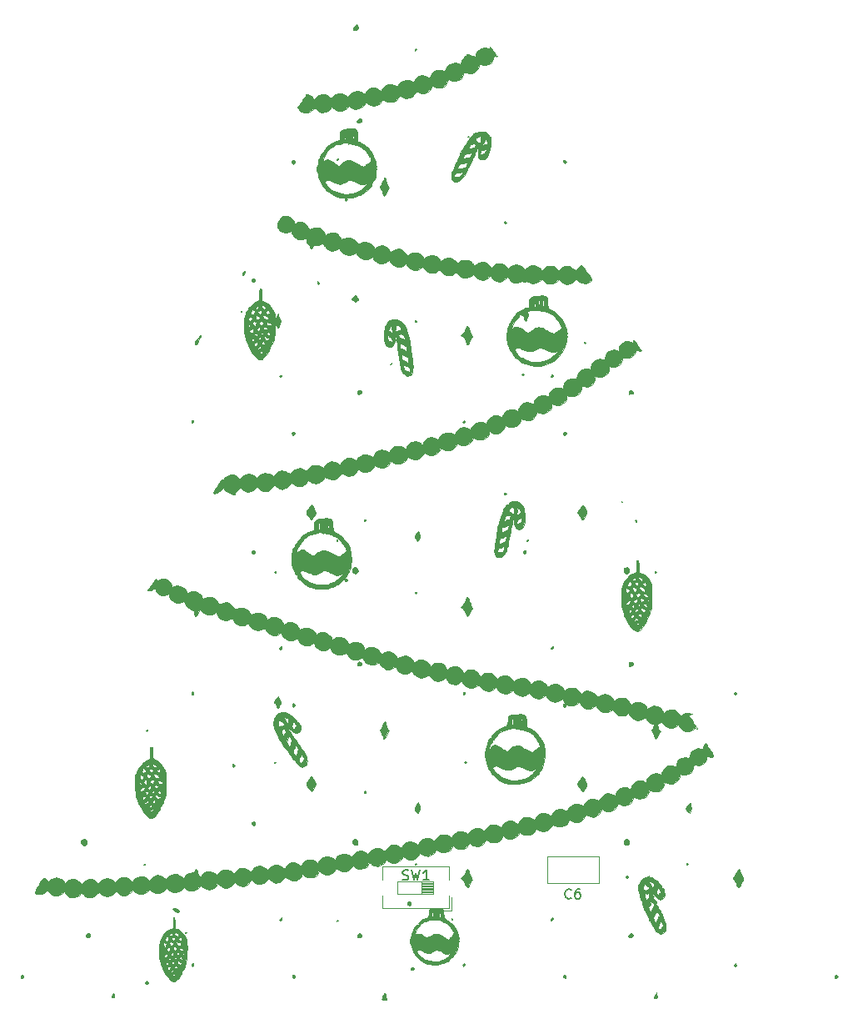
<source format=gbr>
%TF.GenerationSoftware,KiCad,Pcbnew,5.99.0+really5.1.10+dfsg1-1*%
%TF.CreationDate,2021-11-26T09:44:29+01:00*%
%TF.ProjectId,stromcek-led,7374726f-6d63-4656-9b2d-6c65642e6b69,rev?*%
%TF.SameCoordinates,Original*%
%TF.FileFunction,Legend,Top*%
%TF.FilePolarity,Positive*%
%FSLAX46Y46*%
G04 Gerber Fmt 4.6, Leading zero omitted, Abs format (unit mm)*
G04 Created by KiCad (PCBNEW 5.99.0+really5.1.10+dfsg1-1) date 2021-11-26 09:44:29*
%MOMM*%
%LPD*%
G01*
G04 APERTURE LIST*
%ADD10C,0.010000*%
%ADD11C,0.120000*%
%ADD12C,0.150000*%
G04 APERTURE END LIST*
D10*
%TO.C,FID1*%
G36*
X136854573Y-157351031D02*
G01*
X136903447Y-157493068D01*
X136937803Y-157689875D01*
X136976570Y-157991500D01*
X136755535Y-157991500D01*
X136609024Y-157984017D01*
X136536260Y-157965635D01*
X136534500Y-157961904D01*
X136557388Y-157889622D01*
X136613626Y-157750454D01*
X136625114Y-157723779D01*
X136698432Y-157545796D01*
X136752328Y-157399333D01*
X136754196Y-157393506D01*
X136802623Y-157314294D01*
X136854573Y-157351031D01*
G37*
X136854573Y-157351031D02*
X136903447Y-157493068D01*
X136937803Y-157689875D01*
X136976570Y-157991500D01*
X136755535Y-157991500D01*
X136609024Y-157984017D01*
X136536260Y-157965635D01*
X136534500Y-157961904D01*
X136557388Y-157889622D01*
X136613626Y-157750454D01*
X136625114Y-157723779D01*
X136698432Y-157545796D01*
X136752328Y-157399333D01*
X136754196Y-157393506D01*
X136802623Y-157314294D01*
X136854573Y-157351031D01*
G36*
X164474500Y-157380312D02*
G01*
X164486438Y-157502278D01*
X164514187Y-157666062D01*
X164531390Y-157802754D01*
X164486615Y-157855829D01*
X164364142Y-157864500D01*
X164174409Y-157864500D01*
X164268481Y-157578750D01*
X164340532Y-157402740D01*
X164408569Y-157304424D01*
X164457994Y-157297864D01*
X164474500Y-157380312D01*
G37*
X164474500Y-157380312D02*
X164486438Y-157502278D01*
X164514187Y-157666062D01*
X164531390Y-157802754D01*
X164486615Y-157855829D01*
X164364142Y-157864500D01*
X164174409Y-157864500D01*
X164268481Y-157578750D01*
X164340532Y-157402740D01*
X164408569Y-157304424D01*
X164457994Y-157297864D01*
X164474500Y-157380312D01*
G36*
X109320712Y-157421142D02*
G01*
X109344458Y-157562875D01*
X109348797Y-157718952D01*
X109312302Y-157786118D01*
X109213524Y-157800972D01*
X109204907Y-157801000D01*
X109102868Y-157792934D01*
X109075066Y-157744935D01*
X109107977Y-157621296D01*
X109121699Y-157581332D01*
X109200649Y-157405955D01*
X109269338Y-157352364D01*
X109320712Y-157421142D01*
G37*
X109320712Y-157421142D02*
X109344458Y-157562875D01*
X109348797Y-157718952D01*
X109312302Y-157786118D01*
X109213524Y-157800972D01*
X109204907Y-157801000D01*
X109102868Y-157792934D01*
X109075066Y-157744935D01*
X109107977Y-157621296D01*
X109121699Y-157581332D01*
X109200649Y-157405955D01*
X109269338Y-157352364D01*
X109320712Y-157421142D01*
G36*
X112703857Y-156168142D02*
G01*
X112764314Y-156285827D01*
X112713059Y-156374798D01*
X112591252Y-156404000D01*
X112487282Y-156356805D01*
X112468000Y-156280747D01*
X112506734Y-156145611D01*
X112601646Y-156109075D01*
X112703857Y-156168142D01*
G37*
X112703857Y-156168142D02*
X112764314Y-156285827D01*
X112713059Y-156374798D01*
X112591252Y-156404000D01*
X112487282Y-156356805D01*
X112468000Y-156280747D01*
X112506734Y-156145611D01*
X112601646Y-156109075D01*
X112703857Y-156168142D01*
G36*
X115397948Y-149657213D02*
G01*
X115404875Y-149663656D01*
X115450148Y-149778108D01*
X115477128Y-150003992D01*
X115484250Y-150261603D01*
X115484250Y-150779994D01*
X115748650Y-150832401D01*
X115954238Y-150901799D01*
X116129361Y-151037994D01*
X116229688Y-151152029D01*
X116427727Y-151421742D01*
X116573470Y-151689263D01*
X116671710Y-151977673D01*
X116727236Y-152310052D01*
X116744839Y-152709482D01*
X116729310Y-153199044D01*
X116711474Y-153473119D01*
X116680916Y-153845268D01*
X116648300Y-154118738D01*
X116608253Y-154321810D01*
X116555403Y-154482763D01*
X116495760Y-154608790D01*
X116407055Y-154791331D01*
X116351282Y-154936317D01*
X116341500Y-154984707D01*
X116303966Y-155062954D01*
X116278000Y-155070500D01*
X116225195Y-155123279D01*
X116214500Y-155188768D01*
X116176658Y-155307340D01*
X116081055Y-155469847D01*
X116026510Y-155543590D01*
X115904684Y-155711972D01*
X115817795Y-155859321D01*
X115799760Y-155902268D01*
X115717441Y-156019113D01*
X115589628Y-156113012D01*
X115435631Y-156167781D01*
X115285559Y-156144091D01*
X115229004Y-156121926D01*
X115032123Y-155989159D01*
X114815337Y-155760912D01*
X114598337Y-155466924D01*
X115259241Y-155466924D01*
X115267402Y-155505184D01*
X115312522Y-155526411D01*
X115448639Y-155569564D01*
X115520152Y-155550551D01*
X115547750Y-155515000D01*
X115567092Y-155417555D01*
X115494728Y-155377386D01*
X115360104Y-155409869D01*
X115259241Y-155466924D01*
X114598337Y-155466924D01*
X114595612Y-155463233D01*
X114397048Y-155134000D01*
X115039750Y-155134000D01*
X115061932Y-155181367D01*
X115159254Y-155197500D01*
X115182005Y-155193365D01*
X115722068Y-155193365D01*
X115730754Y-155197500D01*
X115788703Y-155152797D01*
X115801750Y-155134000D01*
X115817931Y-155074634D01*
X115809245Y-155070500D01*
X115751296Y-155115202D01*
X115738250Y-155134000D01*
X115722068Y-155193365D01*
X115182005Y-155193365D01*
X115296662Y-155172527D01*
X115360669Y-155128467D01*
X115360624Y-155029645D01*
X115332667Y-154988767D01*
X115272968Y-154952566D01*
X115262000Y-154994300D01*
X115211069Y-155062550D01*
X115170497Y-155070500D01*
X115062385Y-155109200D01*
X115039750Y-155134000D01*
X114397048Y-155134000D01*
X114389913Y-155122170D01*
X114215208Y-154763774D01*
X114209793Y-154748834D01*
X114763425Y-154748834D01*
X114782825Y-154870135D01*
X114831854Y-154932454D01*
X114905779Y-154967746D01*
X114989726Y-154904389D01*
X115020942Y-154865779D01*
X115102337Y-154745555D01*
X115122230Y-154699767D01*
X115455348Y-154699767D01*
X115495655Y-154788495D01*
X115611250Y-154816500D01*
X115734736Y-154786158D01*
X115770000Y-154729025D01*
X115727805Y-154608312D01*
X115632626Y-154546298D01*
X115531570Y-154572533D01*
X115527189Y-154576710D01*
X115455348Y-154699767D01*
X115122230Y-154699767D01*
X115133588Y-154673625D01*
X115083454Y-154631741D01*
X114959704Y-154634948D01*
X114854443Y-154664543D01*
X114763425Y-154748834D01*
X114209793Y-154748834D01*
X114088463Y-154414092D01*
X114068533Y-154340250D01*
X114563500Y-154340250D01*
X114584855Y-154465514D01*
X114666009Y-154493870D01*
X114780556Y-154460456D01*
X114874768Y-154377062D01*
X114875175Y-154304547D01*
X115164308Y-154304547D01*
X115164535Y-154304916D01*
X115253509Y-154358945D01*
X115360056Y-154340301D01*
X115419782Y-154262930D01*
X115420750Y-154249422D01*
X115393205Y-154181557D01*
X115747299Y-154181557D01*
X115776297Y-154292625D01*
X115874228Y-154409001D01*
X116016081Y-154428196D01*
X116138300Y-154359300D01*
X116209819Y-154251554D01*
X116164729Y-154192090D01*
X116078625Y-154181500D01*
X115932807Y-154135735D01*
X115866587Y-154077341D01*
X115794679Y-154023326D01*
X115751020Y-154067355D01*
X115747299Y-154181557D01*
X115393205Y-154181557D01*
X115382768Y-154155844D01*
X115357250Y-154140198D01*
X115250170Y-154150399D01*
X115169562Y-154219109D01*
X115164308Y-154304547D01*
X114875175Y-154304547D01*
X114875361Y-154271416D01*
X114792871Y-154193932D01*
X114722250Y-154181500D01*
X114601408Y-154207727D01*
X114564170Y-154310994D01*
X114563500Y-154340250D01*
X114068533Y-154340250D01*
X113978802Y-153969866D01*
X113967222Y-153914841D01*
X114849941Y-153914841D01*
X114859360Y-153943859D01*
X114943196Y-153981703D01*
X115053627Y-153954544D01*
X115116546Y-153887698D01*
X115092949Y-153810676D01*
X115002802Y-153769093D01*
X114905455Y-153781698D01*
X114874391Y-153811192D01*
X114849941Y-153914841D01*
X113967222Y-153914841D01*
X113936221Y-153767533D01*
X115419817Y-153767533D01*
X115425196Y-153807694D01*
X115518608Y-153860199D01*
X115635899Y-153842572D01*
X115663615Y-153822217D01*
X115664676Y-153773059D01*
X115923741Y-153773059D01*
X115947229Y-153821516D01*
X116003694Y-153856434D01*
X116178918Y-153921739D01*
X116294871Y-153883755D01*
X116309750Y-153864000D01*
X116304715Y-153805485D01*
X116281747Y-153800500D01*
X116222108Y-153749127D01*
X116214500Y-153705250D01*
X116186967Y-153622113D01*
X116097531Y-153638950D01*
X116003694Y-153701634D01*
X115923741Y-153773059D01*
X115664676Y-153773059D01*
X115665263Y-153745925D01*
X115634023Y-153694434D01*
X115547361Y-153642873D01*
X115476524Y-153679911D01*
X115419817Y-153767533D01*
X113936221Y-153767533D01*
X113919190Y-153686612D01*
X113903369Y-153582467D01*
X114373000Y-153582467D01*
X114391862Y-153699355D01*
X114474757Y-153730490D01*
X114543429Y-153725342D01*
X114691848Y-153664618D01*
X114758696Y-153536204D01*
X114773396Y-153405238D01*
X114744897Y-153377166D01*
X115054001Y-153377166D01*
X115081576Y-153463391D01*
X115200217Y-153540743D01*
X115309069Y-153509118D01*
X115351551Y-153443201D01*
X115350636Y-153309947D01*
X115324540Y-153261056D01*
X115675315Y-153261056D01*
X115701208Y-153403625D01*
X115762379Y-153419598D01*
X115882671Y-153408857D01*
X115982146Y-153382840D01*
X116021032Y-153356000D01*
X116278000Y-153356000D01*
X116329432Y-153412335D01*
X116373250Y-153419500D01*
X116457753Y-153385211D01*
X116468500Y-153356000D01*
X116417067Y-153299664D01*
X116373250Y-153292500D01*
X116288746Y-153326788D01*
X116278000Y-153356000D01*
X116021032Y-153356000D01*
X116040433Y-153342609D01*
X116005548Y-153275816D01*
X115966173Y-153234673D01*
X115820901Y-153136969D01*
X115716426Y-153150560D01*
X115675315Y-153261056D01*
X115324540Y-153261056D01*
X115322351Y-153256956D01*
X115250841Y-153209868D01*
X115157814Y-153256619D01*
X115133057Y-153277146D01*
X115054001Y-153377166D01*
X114744897Y-153377166D01*
X114711800Y-153344565D01*
X114683516Y-153335774D01*
X114586032Y-153334366D01*
X114563500Y-153361944D01*
X114511979Y-153413034D01*
X114468250Y-153419500D01*
X114391781Y-153474924D01*
X114373000Y-153582467D01*
X113903369Y-153582467D01*
X113884115Y-153455737D01*
X113868000Y-153242489D01*
X113865000Y-153072464D01*
X113866608Y-153034752D01*
X114309500Y-153034752D01*
X114327565Y-153170119D01*
X114371211Y-153228923D01*
X114373000Y-153229000D01*
X114421149Y-153174774D01*
X114436500Y-153073997D01*
X114413086Y-152939542D01*
X114373000Y-152879750D01*
X114328027Y-152904563D01*
X114309530Y-153028107D01*
X114309500Y-153034752D01*
X113866608Y-153034752D01*
X113875247Y-152832198D01*
X114681141Y-152832198D01*
X114704683Y-152973022D01*
X114712561Y-152986729D01*
X114819244Y-153089917D01*
X114917437Y-153071024D01*
X114981018Y-152946859D01*
X114988634Y-152804820D01*
X115301997Y-152804820D01*
X115312275Y-152882042D01*
X115359348Y-152936276D01*
X115492747Y-153001301D01*
X115616178Y-152951948D01*
X115672313Y-152863202D01*
X115668897Y-152826568D01*
X115876683Y-152826568D01*
X116027971Y-152932534D01*
X116140222Y-153010066D01*
X116201619Y-153032729D01*
X116268230Y-153014190D01*
X116304556Y-152999956D01*
X116392824Y-152934348D01*
X116387789Y-152869612D01*
X116315041Y-152848000D01*
X116219566Y-152808189D01*
X116202781Y-152781093D01*
X116130793Y-152745802D01*
X116028581Y-152770378D01*
X115876683Y-152826568D01*
X115668897Y-152826568D01*
X115660953Y-152741382D01*
X115597848Y-152650036D01*
X115511389Y-152579595D01*
X115447172Y-152598235D01*
X115373385Y-152689149D01*
X115301997Y-152804820D01*
X114988634Y-152804820D01*
X114990571Y-152768714D01*
X114917028Y-152671151D01*
X114848657Y-152657500D01*
X114736256Y-152709791D01*
X114681141Y-152832198D01*
X113875247Y-152832198D01*
X113877108Y-152788568D01*
X113909460Y-152497336D01*
X113942894Y-152308025D01*
X114310674Y-152308025D01*
X114332852Y-152460252D01*
X114388875Y-152562514D01*
X114479863Y-152642744D01*
X114547177Y-152620296D01*
X114619184Y-152490544D01*
X114668051Y-152366648D01*
X114677002Y-152308645D01*
X114605315Y-152265916D01*
X114944500Y-152265916D01*
X114963704Y-152436128D01*
X115039201Y-152513881D01*
X115172916Y-152530500D01*
X115296728Y-152487466D01*
X115336958Y-152387625D01*
X115305542Y-152244334D01*
X115249034Y-152199002D01*
X115616729Y-152199002D01*
X115658044Y-152334691D01*
X115735047Y-152448709D01*
X115820871Y-152497550D01*
X115945080Y-152527374D01*
X116051932Y-152529444D01*
X116087500Y-152503943D01*
X116107190Y-152429082D01*
X116124030Y-152382191D01*
X116096320Y-152301023D01*
X115989628Y-152210892D01*
X115847468Y-152136357D01*
X115713353Y-152101978D01*
X115648965Y-152114063D01*
X115616729Y-152199002D01*
X115249034Y-152199002D01*
X115207116Y-152165375D01*
X115049961Y-152097177D01*
X114970585Y-152114333D01*
X114945201Y-152225949D01*
X114944500Y-152265916D01*
X114605315Y-152265916D01*
X114561570Y-152239842D01*
X114433847Y-152194124D01*
X114352216Y-152191926D01*
X114349599Y-152194067D01*
X114310674Y-152308025D01*
X113942894Y-152308025D01*
X113956096Y-152233273D01*
X114011055Y-152030881D01*
X114062280Y-151930425D01*
X114090627Y-151866630D01*
X114474724Y-151866630D01*
X114483751Y-151965850D01*
X114505025Y-151996805D01*
X114634820Y-152080563D01*
X114772328Y-152038467D01*
X114804800Y-152009800D01*
X114875793Y-151861016D01*
X114870269Y-151828568D01*
X115195456Y-151828568D01*
X115249721Y-151942259D01*
X115350607Y-152014348D01*
X115394682Y-152021527D01*
X115445115Y-151971359D01*
X115505421Y-151861608D01*
X115512705Y-151823899D01*
X115875556Y-151823899D01*
X115925797Y-151939770D01*
X116035975Y-152014679D01*
X116089734Y-152022500D01*
X116181323Y-151991541D01*
X116213370Y-151877636D01*
X116214500Y-151832000D01*
X116192364Y-151689691D01*
X116115502Y-151642094D01*
X116100200Y-151641500D01*
X115961256Y-151679948D01*
X115912672Y-151714727D01*
X115875556Y-151823899D01*
X115512705Y-151823899D01*
X115532926Y-151719218D01*
X115457451Y-151648530D01*
X115283679Y-151653879D01*
X115281584Y-151654306D01*
X115201510Y-151717757D01*
X115195456Y-151828568D01*
X114870269Y-151828568D01*
X114848092Y-151698302D01*
X114771636Y-151607282D01*
X114688282Y-151568640D01*
X114617112Y-151613404D01*
X114546637Y-151717462D01*
X114474724Y-151866630D01*
X114090627Y-151866630D01*
X114111816Y-151818945D01*
X114119000Y-151755800D01*
X114146266Y-151659689D01*
X114178220Y-151641500D01*
X114244224Y-151589486D01*
X114273915Y-151526582D01*
X114314221Y-151457753D01*
X114898178Y-151457753D01*
X114962760Y-151508259D01*
X115027052Y-151514500D01*
X115167628Y-151470186D01*
X115220325Y-151374398D01*
X115230563Y-151320968D01*
X115460296Y-151320968D01*
X115539169Y-151435705D01*
X115593629Y-151479149D01*
X115740415Y-151563997D01*
X115827106Y-151557842D01*
X115874347Y-151481941D01*
X115867710Y-151349792D01*
X115768319Y-151242971D01*
X115610003Y-151197066D01*
X115603474Y-151197000D01*
X115482043Y-151232461D01*
X115460296Y-151320968D01*
X115230563Y-151320968D01*
X115243973Y-151250993D01*
X115206782Y-151222826D01*
X115084795Y-151274323D01*
X115074387Y-151279540D01*
X114936836Y-151374323D01*
X114898178Y-151457753D01*
X114314221Y-151457753D01*
X114366909Y-151367783D01*
X114535337Y-151183367D01*
X114741925Y-151006250D01*
X114949398Y-150869348D01*
X115081685Y-150813257D01*
X115325500Y-150747604D01*
X115325500Y-150165852D01*
X115328698Y-149890419D01*
X115340067Y-149725047D01*
X115362265Y-149652918D01*
X115397948Y-149657213D01*
G37*
X115397948Y-149657213D02*
X115404875Y-149663656D01*
X115450148Y-149778108D01*
X115477128Y-150003992D01*
X115484250Y-150261603D01*
X115484250Y-150779994D01*
X115748650Y-150832401D01*
X115954238Y-150901799D01*
X116129361Y-151037994D01*
X116229688Y-151152029D01*
X116427727Y-151421742D01*
X116573470Y-151689263D01*
X116671710Y-151977673D01*
X116727236Y-152310052D01*
X116744839Y-152709482D01*
X116729310Y-153199044D01*
X116711474Y-153473119D01*
X116680916Y-153845268D01*
X116648300Y-154118738D01*
X116608253Y-154321810D01*
X116555403Y-154482763D01*
X116495760Y-154608790D01*
X116407055Y-154791331D01*
X116351282Y-154936317D01*
X116341500Y-154984707D01*
X116303966Y-155062954D01*
X116278000Y-155070500D01*
X116225195Y-155123279D01*
X116214500Y-155188768D01*
X116176658Y-155307340D01*
X116081055Y-155469847D01*
X116026510Y-155543590D01*
X115904684Y-155711972D01*
X115817795Y-155859321D01*
X115799760Y-155902268D01*
X115717441Y-156019113D01*
X115589628Y-156113012D01*
X115435631Y-156167781D01*
X115285559Y-156144091D01*
X115229004Y-156121926D01*
X115032123Y-155989159D01*
X114815337Y-155760912D01*
X114598337Y-155466924D01*
X115259241Y-155466924D01*
X115267402Y-155505184D01*
X115312522Y-155526411D01*
X115448639Y-155569564D01*
X115520152Y-155550551D01*
X115547750Y-155515000D01*
X115567092Y-155417555D01*
X115494728Y-155377386D01*
X115360104Y-155409869D01*
X115259241Y-155466924D01*
X114598337Y-155466924D01*
X114595612Y-155463233D01*
X114397048Y-155134000D01*
X115039750Y-155134000D01*
X115061932Y-155181367D01*
X115159254Y-155197500D01*
X115182005Y-155193365D01*
X115722068Y-155193365D01*
X115730754Y-155197500D01*
X115788703Y-155152797D01*
X115801750Y-155134000D01*
X115817931Y-155074634D01*
X115809245Y-155070500D01*
X115751296Y-155115202D01*
X115738250Y-155134000D01*
X115722068Y-155193365D01*
X115182005Y-155193365D01*
X115296662Y-155172527D01*
X115360669Y-155128467D01*
X115360624Y-155029645D01*
X115332667Y-154988767D01*
X115272968Y-154952566D01*
X115262000Y-154994300D01*
X115211069Y-155062550D01*
X115170497Y-155070500D01*
X115062385Y-155109200D01*
X115039750Y-155134000D01*
X114397048Y-155134000D01*
X114389913Y-155122170D01*
X114215208Y-154763774D01*
X114209793Y-154748834D01*
X114763425Y-154748834D01*
X114782825Y-154870135D01*
X114831854Y-154932454D01*
X114905779Y-154967746D01*
X114989726Y-154904389D01*
X115020942Y-154865779D01*
X115102337Y-154745555D01*
X115122230Y-154699767D01*
X115455348Y-154699767D01*
X115495655Y-154788495D01*
X115611250Y-154816500D01*
X115734736Y-154786158D01*
X115770000Y-154729025D01*
X115727805Y-154608312D01*
X115632626Y-154546298D01*
X115531570Y-154572533D01*
X115527189Y-154576710D01*
X115455348Y-154699767D01*
X115122230Y-154699767D01*
X115133588Y-154673625D01*
X115083454Y-154631741D01*
X114959704Y-154634948D01*
X114854443Y-154664543D01*
X114763425Y-154748834D01*
X114209793Y-154748834D01*
X114088463Y-154414092D01*
X114068533Y-154340250D01*
X114563500Y-154340250D01*
X114584855Y-154465514D01*
X114666009Y-154493870D01*
X114780556Y-154460456D01*
X114874768Y-154377062D01*
X114875175Y-154304547D01*
X115164308Y-154304547D01*
X115164535Y-154304916D01*
X115253509Y-154358945D01*
X115360056Y-154340301D01*
X115419782Y-154262930D01*
X115420750Y-154249422D01*
X115393205Y-154181557D01*
X115747299Y-154181557D01*
X115776297Y-154292625D01*
X115874228Y-154409001D01*
X116016081Y-154428196D01*
X116138300Y-154359300D01*
X116209819Y-154251554D01*
X116164729Y-154192090D01*
X116078625Y-154181500D01*
X115932807Y-154135735D01*
X115866587Y-154077341D01*
X115794679Y-154023326D01*
X115751020Y-154067355D01*
X115747299Y-154181557D01*
X115393205Y-154181557D01*
X115382768Y-154155844D01*
X115357250Y-154140198D01*
X115250170Y-154150399D01*
X115169562Y-154219109D01*
X115164308Y-154304547D01*
X114875175Y-154304547D01*
X114875361Y-154271416D01*
X114792871Y-154193932D01*
X114722250Y-154181500D01*
X114601408Y-154207727D01*
X114564170Y-154310994D01*
X114563500Y-154340250D01*
X114068533Y-154340250D01*
X113978802Y-153969866D01*
X113967222Y-153914841D01*
X114849941Y-153914841D01*
X114859360Y-153943859D01*
X114943196Y-153981703D01*
X115053627Y-153954544D01*
X115116546Y-153887698D01*
X115092949Y-153810676D01*
X115002802Y-153769093D01*
X114905455Y-153781698D01*
X114874391Y-153811192D01*
X114849941Y-153914841D01*
X113967222Y-153914841D01*
X113936221Y-153767533D01*
X115419817Y-153767533D01*
X115425196Y-153807694D01*
X115518608Y-153860199D01*
X115635899Y-153842572D01*
X115663615Y-153822217D01*
X115664676Y-153773059D01*
X115923741Y-153773059D01*
X115947229Y-153821516D01*
X116003694Y-153856434D01*
X116178918Y-153921739D01*
X116294871Y-153883755D01*
X116309750Y-153864000D01*
X116304715Y-153805485D01*
X116281747Y-153800500D01*
X116222108Y-153749127D01*
X116214500Y-153705250D01*
X116186967Y-153622113D01*
X116097531Y-153638950D01*
X116003694Y-153701634D01*
X115923741Y-153773059D01*
X115664676Y-153773059D01*
X115665263Y-153745925D01*
X115634023Y-153694434D01*
X115547361Y-153642873D01*
X115476524Y-153679911D01*
X115419817Y-153767533D01*
X113936221Y-153767533D01*
X113919190Y-153686612D01*
X113903369Y-153582467D01*
X114373000Y-153582467D01*
X114391862Y-153699355D01*
X114474757Y-153730490D01*
X114543429Y-153725342D01*
X114691848Y-153664618D01*
X114758696Y-153536204D01*
X114773396Y-153405238D01*
X114744897Y-153377166D01*
X115054001Y-153377166D01*
X115081576Y-153463391D01*
X115200217Y-153540743D01*
X115309069Y-153509118D01*
X115351551Y-153443201D01*
X115350636Y-153309947D01*
X115324540Y-153261056D01*
X115675315Y-153261056D01*
X115701208Y-153403625D01*
X115762379Y-153419598D01*
X115882671Y-153408857D01*
X115982146Y-153382840D01*
X116021032Y-153356000D01*
X116278000Y-153356000D01*
X116329432Y-153412335D01*
X116373250Y-153419500D01*
X116457753Y-153385211D01*
X116468500Y-153356000D01*
X116417067Y-153299664D01*
X116373250Y-153292500D01*
X116288746Y-153326788D01*
X116278000Y-153356000D01*
X116021032Y-153356000D01*
X116040433Y-153342609D01*
X116005548Y-153275816D01*
X115966173Y-153234673D01*
X115820901Y-153136969D01*
X115716426Y-153150560D01*
X115675315Y-153261056D01*
X115324540Y-153261056D01*
X115322351Y-153256956D01*
X115250841Y-153209868D01*
X115157814Y-153256619D01*
X115133057Y-153277146D01*
X115054001Y-153377166D01*
X114744897Y-153377166D01*
X114711800Y-153344565D01*
X114683516Y-153335774D01*
X114586032Y-153334366D01*
X114563500Y-153361944D01*
X114511979Y-153413034D01*
X114468250Y-153419500D01*
X114391781Y-153474924D01*
X114373000Y-153582467D01*
X113903369Y-153582467D01*
X113884115Y-153455737D01*
X113868000Y-153242489D01*
X113865000Y-153072464D01*
X113866608Y-153034752D01*
X114309500Y-153034752D01*
X114327565Y-153170119D01*
X114371211Y-153228923D01*
X114373000Y-153229000D01*
X114421149Y-153174774D01*
X114436500Y-153073997D01*
X114413086Y-152939542D01*
X114373000Y-152879750D01*
X114328027Y-152904563D01*
X114309530Y-153028107D01*
X114309500Y-153034752D01*
X113866608Y-153034752D01*
X113875247Y-152832198D01*
X114681141Y-152832198D01*
X114704683Y-152973022D01*
X114712561Y-152986729D01*
X114819244Y-153089917D01*
X114917437Y-153071024D01*
X114981018Y-152946859D01*
X114988634Y-152804820D01*
X115301997Y-152804820D01*
X115312275Y-152882042D01*
X115359348Y-152936276D01*
X115492747Y-153001301D01*
X115616178Y-152951948D01*
X115672313Y-152863202D01*
X115668897Y-152826568D01*
X115876683Y-152826568D01*
X116027971Y-152932534D01*
X116140222Y-153010066D01*
X116201619Y-153032729D01*
X116268230Y-153014190D01*
X116304556Y-152999956D01*
X116392824Y-152934348D01*
X116387789Y-152869612D01*
X116315041Y-152848000D01*
X116219566Y-152808189D01*
X116202781Y-152781093D01*
X116130793Y-152745802D01*
X116028581Y-152770378D01*
X115876683Y-152826568D01*
X115668897Y-152826568D01*
X115660953Y-152741382D01*
X115597848Y-152650036D01*
X115511389Y-152579595D01*
X115447172Y-152598235D01*
X115373385Y-152689149D01*
X115301997Y-152804820D01*
X114988634Y-152804820D01*
X114990571Y-152768714D01*
X114917028Y-152671151D01*
X114848657Y-152657500D01*
X114736256Y-152709791D01*
X114681141Y-152832198D01*
X113875247Y-152832198D01*
X113877108Y-152788568D01*
X113909460Y-152497336D01*
X113942894Y-152308025D01*
X114310674Y-152308025D01*
X114332852Y-152460252D01*
X114388875Y-152562514D01*
X114479863Y-152642744D01*
X114547177Y-152620296D01*
X114619184Y-152490544D01*
X114668051Y-152366648D01*
X114677002Y-152308645D01*
X114605315Y-152265916D01*
X114944500Y-152265916D01*
X114963704Y-152436128D01*
X115039201Y-152513881D01*
X115172916Y-152530500D01*
X115296728Y-152487466D01*
X115336958Y-152387625D01*
X115305542Y-152244334D01*
X115249034Y-152199002D01*
X115616729Y-152199002D01*
X115658044Y-152334691D01*
X115735047Y-152448709D01*
X115820871Y-152497550D01*
X115945080Y-152527374D01*
X116051932Y-152529444D01*
X116087500Y-152503943D01*
X116107190Y-152429082D01*
X116124030Y-152382191D01*
X116096320Y-152301023D01*
X115989628Y-152210892D01*
X115847468Y-152136357D01*
X115713353Y-152101978D01*
X115648965Y-152114063D01*
X115616729Y-152199002D01*
X115249034Y-152199002D01*
X115207116Y-152165375D01*
X115049961Y-152097177D01*
X114970585Y-152114333D01*
X114945201Y-152225949D01*
X114944500Y-152265916D01*
X114605315Y-152265916D01*
X114561570Y-152239842D01*
X114433847Y-152194124D01*
X114352216Y-152191926D01*
X114349599Y-152194067D01*
X114310674Y-152308025D01*
X113942894Y-152308025D01*
X113956096Y-152233273D01*
X114011055Y-152030881D01*
X114062280Y-151930425D01*
X114090627Y-151866630D01*
X114474724Y-151866630D01*
X114483751Y-151965850D01*
X114505025Y-151996805D01*
X114634820Y-152080563D01*
X114772328Y-152038467D01*
X114804800Y-152009800D01*
X114875793Y-151861016D01*
X114870269Y-151828568D01*
X115195456Y-151828568D01*
X115249721Y-151942259D01*
X115350607Y-152014348D01*
X115394682Y-152021527D01*
X115445115Y-151971359D01*
X115505421Y-151861608D01*
X115512705Y-151823899D01*
X115875556Y-151823899D01*
X115925797Y-151939770D01*
X116035975Y-152014679D01*
X116089734Y-152022500D01*
X116181323Y-151991541D01*
X116213370Y-151877636D01*
X116214500Y-151832000D01*
X116192364Y-151689691D01*
X116115502Y-151642094D01*
X116100200Y-151641500D01*
X115961256Y-151679948D01*
X115912672Y-151714727D01*
X115875556Y-151823899D01*
X115512705Y-151823899D01*
X115532926Y-151719218D01*
X115457451Y-151648530D01*
X115283679Y-151653879D01*
X115281584Y-151654306D01*
X115201510Y-151717757D01*
X115195456Y-151828568D01*
X114870269Y-151828568D01*
X114848092Y-151698302D01*
X114771636Y-151607282D01*
X114688282Y-151568640D01*
X114617112Y-151613404D01*
X114546637Y-151717462D01*
X114474724Y-151866630D01*
X114090627Y-151866630D01*
X114111816Y-151818945D01*
X114119000Y-151755800D01*
X114146266Y-151659689D01*
X114178220Y-151641500D01*
X114244224Y-151589486D01*
X114273915Y-151526582D01*
X114314221Y-151457753D01*
X114898178Y-151457753D01*
X114962760Y-151508259D01*
X115027052Y-151514500D01*
X115167628Y-151470186D01*
X115220325Y-151374398D01*
X115230563Y-151320968D01*
X115460296Y-151320968D01*
X115539169Y-151435705D01*
X115593629Y-151479149D01*
X115740415Y-151563997D01*
X115827106Y-151557842D01*
X115874347Y-151481941D01*
X115867710Y-151349792D01*
X115768319Y-151242971D01*
X115610003Y-151197066D01*
X115603474Y-151197000D01*
X115482043Y-151232461D01*
X115460296Y-151320968D01*
X115230563Y-151320968D01*
X115243973Y-151250993D01*
X115206782Y-151222826D01*
X115084795Y-151274323D01*
X115074387Y-151279540D01*
X114936836Y-151374323D01*
X114898178Y-151457753D01*
X114314221Y-151457753D01*
X114366909Y-151367783D01*
X114535337Y-151183367D01*
X114741925Y-151006250D01*
X114949398Y-150869348D01*
X115081685Y-150813257D01*
X115325500Y-150747604D01*
X115325500Y-150165852D01*
X115328698Y-149890419D01*
X115340067Y-149725047D01*
X115362265Y-149652918D01*
X115397948Y-149657213D01*
G36*
X100027023Y-155502260D02*
G01*
X100086607Y-155548084D01*
X100132227Y-155649633D01*
X100085500Y-155737250D01*
X99964589Y-155824520D01*
X99861660Y-155797517D01*
X99812883Y-155704668D01*
X99826805Y-155577275D01*
X99913462Y-155501067D01*
X100027023Y-155502260D01*
G37*
X100027023Y-155502260D02*
X100086607Y-155548084D01*
X100132227Y-155649633D01*
X100085500Y-155737250D01*
X99964589Y-155824520D01*
X99861660Y-155797517D01*
X99812883Y-155704668D01*
X99826805Y-155577275D01*
X99913462Y-155501067D01*
X100027023Y-155502260D01*
G36*
X127680030Y-155557724D02*
G01*
X127695482Y-155665308D01*
X127636214Y-155786258D01*
X127536816Y-155817411D01*
X127444443Y-155752605D01*
X127420880Y-155701183D01*
X127416633Y-155563617D01*
X127457321Y-155512947D01*
X127588617Y-155486491D01*
X127680030Y-155557724D01*
G37*
X127680030Y-155557724D02*
X127695482Y-155665308D01*
X127636214Y-155786258D01*
X127536816Y-155817411D01*
X127444443Y-155752605D01*
X127420880Y-155701183D01*
X127416633Y-155563617D01*
X127457321Y-155512947D01*
X127588617Y-155486491D01*
X127680030Y-155557724D01*
G36*
X155222009Y-155546435D02*
G01*
X155235250Y-155646422D01*
X155196092Y-155776428D01*
X155108268Y-155821555D01*
X155016250Y-155772264D01*
X154979880Y-155701183D01*
X154977685Y-155559902D01*
X155022079Y-155508104D01*
X155149228Y-155471077D01*
X155222009Y-155546435D01*
G37*
X155222009Y-155546435D02*
X155235250Y-155646422D01*
X155196092Y-155776428D01*
X155108268Y-155821555D01*
X155016250Y-155772264D01*
X154979880Y-155701183D01*
X154977685Y-155559902D01*
X155022079Y-155508104D01*
X155149228Y-155471077D01*
X155222009Y-155546435D01*
G36*
X182767523Y-155502260D02*
G01*
X182827107Y-155548084D01*
X182872727Y-155649633D01*
X182826000Y-155737250D01*
X182705089Y-155824520D01*
X182602160Y-155797517D01*
X182553383Y-155704668D01*
X182567305Y-155577275D01*
X182653962Y-155501067D01*
X182767523Y-155502260D01*
G37*
X182767523Y-155502260D02*
X182827107Y-155548084D01*
X182872727Y-155649633D01*
X182826000Y-155737250D01*
X182705089Y-155824520D01*
X182602160Y-155797517D01*
X182553383Y-155704668D01*
X182567305Y-155577275D01*
X182653962Y-155501067D01*
X182767523Y-155502260D01*
G36*
X139728657Y-154737288D02*
G01*
X139796851Y-154844528D01*
X139792994Y-154919487D01*
X139722278Y-154978872D01*
X139604749Y-155005675D01*
X139497095Y-154994991D01*
X139455500Y-154948693D01*
X139487500Y-154806322D01*
X139561967Y-154706463D01*
X139608343Y-154689500D01*
X139728657Y-154737288D01*
G37*
X139728657Y-154737288D02*
X139796851Y-154844528D01*
X139792994Y-154919487D01*
X139722278Y-154978872D01*
X139604749Y-155005675D01*
X139497095Y-154994991D01*
X139455500Y-154948693D01*
X139487500Y-154806322D01*
X139561967Y-154706463D01*
X139608343Y-154689500D01*
X139728657Y-154737288D01*
G36*
X117406204Y-154358025D02*
G01*
X117409541Y-154446401D01*
X117358359Y-154569820D01*
X117276708Y-154613098D01*
X117202658Y-154559930D01*
X117193156Y-154539071D01*
X117188410Y-154399268D01*
X117277832Y-154316784D01*
X117333914Y-154308500D01*
X117406204Y-154358025D01*
G37*
X117406204Y-154358025D02*
X117409541Y-154446401D01*
X117358359Y-154569820D01*
X117276708Y-154613098D01*
X117202658Y-154559930D01*
X117193156Y-154539071D01*
X117188410Y-154399268D01*
X117277832Y-154316784D01*
X117333914Y-154308500D01*
X117406204Y-154358025D01*
G36*
X144965358Y-154359002D02*
G01*
X144968541Y-154446401D01*
X144917843Y-154568769D01*
X144835741Y-154616341D01*
X144763363Y-154571582D01*
X144750336Y-154455436D01*
X144811244Y-154346798D01*
X144895960Y-154308500D01*
X144965358Y-154359002D01*
G37*
X144965358Y-154359002D02*
X144968541Y-154446401D01*
X144917843Y-154568769D01*
X144835741Y-154616341D01*
X144763363Y-154571582D01*
X144750336Y-154455436D01*
X144811244Y-154346798D01*
X144895960Y-154308500D01*
X144965358Y-154359002D01*
G36*
X172529333Y-154385491D02*
G01*
X172539000Y-154461958D01*
X172505720Y-154595109D01*
X172439333Y-154626000D01*
X172363607Y-154577913D01*
X172359958Y-154488098D01*
X172407665Y-154360325D01*
X172476146Y-154324368D01*
X172529333Y-154385491D01*
G37*
X172529333Y-154385491D02*
X172539000Y-154461958D01*
X172505720Y-154595109D01*
X172439333Y-154626000D01*
X172363607Y-154577913D01*
X172359958Y-154488098D01*
X172407665Y-154360325D01*
X172476146Y-154324368D01*
X172529333Y-154385491D01*
G36*
X142530831Y-148693315D02*
G01*
X142650067Y-148784459D01*
X142744004Y-148976458D01*
X142803746Y-149244228D01*
X142821000Y-149511646D01*
X142836068Y-149666524D01*
X142904046Y-149762814D01*
X143058272Y-149848652D01*
X143272169Y-149968039D01*
X143485057Y-150119784D01*
X143668816Y-150279667D01*
X143795327Y-150423471D01*
X143837000Y-150519348D01*
X143880497Y-150607946D01*
X143922222Y-150650249D01*
X144006616Y-150764284D01*
X144102918Y-150956534D01*
X144192933Y-151181831D01*
X144258468Y-151395009D01*
X144281500Y-151542146D01*
X144302736Y-151663431D01*
X144345000Y-151705000D01*
X144401664Y-151749005D01*
X144397639Y-151839278D01*
X144337611Y-151913208D01*
X144329125Y-151917124D01*
X144288692Y-151960779D01*
X144345000Y-152016693D01*
X144397514Y-152072447D01*
X144360875Y-152085027D01*
X144306475Y-152147461D01*
X144282670Y-152332814D01*
X144281500Y-152405610D01*
X144258689Y-152607748D01*
X144199274Y-152836101D01*
X144116783Y-153057021D01*
X144024742Y-153236860D01*
X143936678Y-153341969D01*
X143899430Y-153356000D01*
X143842296Y-153406634D01*
X143837000Y-153440666D01*
X143793993Y-153534185D01*
X143686443Y-153665563D01*
X143641341Y-153710541D01*
X143490097Y-153856683D01*
X143362287Y-153985033D01*
X143341479Y-154006875D01*
X143214131Y-154095173D01*
X143124387Y-154118000D01*
X143029042Y-154141758D01*
X143011500Y-154168955D01*
X142957076Y-154217570D01*
X142817970Y-154285874D01*
X142709875Y-154328020D01*
X142438108Y-154392086D01*
X142095195Y-154425808D01*
X141725940Y-154429381D01*
X141375148Y-154403000D01*
X141087625Y-154346859D01*
X141011250Y-154320628D01*
X140832140Y-154237525D01*
X140696987Y-154156032D01*
X140673339Y-154136299D01*
X140579567Y-154066547D01*
X140543063Y-154054500D01*
X140472620Y-154012226D01*
X140347514Y-153905129D01*
X140197721Y-153762799D01*
X140053221Y-153614822D01*
X139943991Y-153490786D01*
X139900009Y-153420281D01*
X139900000Y-153419805D01*
X139860990Y-153331489D01*
X139820625Y-153281160D01*
X139728427Y-153144652D01*
X140032805Y-153144652D01*
X140090500Y-153165500D01*
X140150943Y-153214762D01*
X140154000Y-153236470D01*
X140204325Y-153344059D01*
X140336816Y-153491463D01*
X140523745Y-153654841D01*
X140737383Y-153810348D01*
X140950004Y-153934143D01*
X140984279Y-153950422D01*
X141398669Y-154080104D01*
X141856492Y-154124564D01*
X142312674Y-154083849D01*
X142722138Y-153958008D01*
X142742581Y-153948536D01*
X142954447Y-153828071D01*
X143179836Y-153667704D01*
X143393180Y-153489984D01*
X143568910Y-153317462D01*
X143681457Y-153172685D01*
X143709027Y-153096212D01*
X143687450Y-153047840D01*
X143661402Y-153071716D01*
X143553822Y-153171098D01*
X143394390Y-153272498D01*
X143240005Y-153342686D01*
X143174638Y-153356000D01*
X143064011Y-153330171D01*
X142894768Y-153267529D01*
X142719899Y-153190337D01*
X142592400Y-153120861D01*
X142567000Y-153100707D01*
X142491648Y-153054195D01*
X142353914Y-152987833D01*
X142350203Y-152986195D01*
X142123101Y-152950151D01*
X141880711Y-153014499D01*
X141689434Y-153146848D01*
X141501924Y-153251871D01*
X141274733Y-153274333D01*
X141130579Y-153237059D01*
X140963853Y-153181799D01*
X140849512Y-153165500D01*
X140747927Y-153140420D01*
X140725500Y-153106924D01*
X140671457Y-153050563D01*
X140538368Y-152987168D01*
X140507845Y-152976516D01*
X140326829Y-152936885D01*
X140192870Y-152967384D01*
X140158595Y-152986866D01*
X140051386Y-153076900D01*
X140032805Y-153144652D01*
X139728427Y-153144652D01*
X139703692Y-153108031D01*
X139598770Y-152872832D01*
X139531154Y-152638700D01*
X139519000Y-152528345D01*
X139500413Y-152395523D01*
X139455701Y-152340000D01*
X139455500Y-152340000D01*
X139419276Y-152282889D01*
X139396285Y-152136868D01*
X139392000Y-152022500D01*
X139403422Y-151841384D01*
X139432626Y-151726426D01*
X139455500Y-151705000D01*
X139500280Y-151649870D01*
X139518999Y-151517251D01*
X139519000Y-151516654D01*
X139539764Y-151383436D01*
X139838492Y-151383436D01*
X139876379Y-151448562D01*
X139894708Y-151451000D01*
X139965549Y-151400806D01*
X139979375Y-151371625D01*
X140058181Y-151319181D01*
X140231490Y-151294591D01*
X140286291Y-151293717D01*
X140512536Y-151319941D01*
X140686845Y-151412944D01*
X140752300Y-151469874D01*
X140975912Y-151637039D01*
X141176715Y-151686916D01*
X141372463Y-151622567D01*
X141426535Y-151586165D01*
X141566011Y-151495684D01*
X141667253Y-151451784D01*
X141675428Y-151451000D01*
X141739158Y-151404228D01*
X141741500Y-151387500D01*
X141797112Y-151353104D01*
X141933523Y-151331749D01*
X142105088Y-151324557D01*
X142266167Y-151332650D01*
X142371117Y-151357150D01*
X142387083Y-151371625D01*
X142450769Y-151422248D01*
X142597049Y-151508716D01*
X142789250Y-151609750D01*
X142985362Y-151712954D01*
X143130157Y-151798833D01*
X143191416Y-151847875D01*
X143256651Y-151894297D01*
X143331842Y-151840225D01*
X143351963Y-151800250D01*
X143430427Y-151715882D01*
X143474305Y-151705000D01*
X143595925Y-151650471D01*
X143717170Y-151515477D01*
X143807449Y-151342904D01*
X143837000Y-151196517D01*
X143818563Y-151062969D01*
X143774159Y-151006510D01*
X143773500Y-151006500D01*
X143715964Y-150955607D01*
X143710000Y-150918467D01*
X143662062Y-150805238D01*
X143537010Y-150647495D01*
X143362983Y-150471789D01*
X143168122Y-150304674D01*
X142980566Y-150172700D01*
X142852750Y-150109596D01*
X142683950Y-150041536D01*
X142570866Y-149976810D01*
X142554335Y-149960536D01*
X142471370Y-149928295D01*
X142298058Y-149906942D01*
X142067054Y-149896140D01*
X141811010Y-149895555D01*
X141562582Y-149904849D01*
X141354423Y-149923687D01*
X141219188Y-149951732D01*
X141185896Y-149974625D01*
X141110077Y-150032572D01*
X140981983Y-150054000D01*
X140822408Y-150086254D01*
X140725500Y-150149250D01*
X140619654Y-150229828D01*
X140563253Y-150244500D01*
X140475941Y-150296719D01*
X140444194Y-150355625D01*
X140379755Y-150473016D01*
X140265100Y-150624374D01*
X140233540Y-150660486D01*
X140073656Y-150861906D01*
X139947564Y-151065766D01*
X139865698Y-151247723D01*
X139838492Y-151383436D01*
X139539764Y-151383436D01*
X139543777Y-151357694D01*
X139605351Y-151156054D01*
X139684582Y-150963551D01*
X139762332Y-150832002D01*
X139777782Y-150816000D01*
X139831099Y-150744646D01*
X139915905Y-150609231D01*
X139934348Y-150577875D01*
X140074667Y-150412801D01*
X140199441Y-150371500D01*
X140312060Y-150347908D01*
X140344500Y-150308000D01*
X140294423Y-150248877D01*
X140265773Y-150244500D01*
X140240862Y-150215122D01*
X140302266Y-150139431D01*
X140427181Y-150036089D01*
X140592802Y-149923761D01*
X140776325Y-149821109D01*
X140793173Y-149812871D01*
X140982768Y-149731182D01*
X141138754Y-149680797D01*
X141190048Y-149673000D01*
X141249748Y-149652364D01*
X141282534Y-149572633D01*
X141295605Y-149407071D01*
X141296529Y-149320002D01*
X141614500Y-149320002D01*
X141626958Y-149491712D01*
X141658523Y-149595487D01*
X141678000Y-149609500D01*
X141718006Y-149553221D01*
X141740022Y-149412866D01*
X141741500Y-149359247D01*
X141732858Y-149260250D01*
X142075013Y-149260250D01*
X142080124Y-149390938D01*
X142094514Y-149424669D01*
X142102629Y-149403865D01*
X142114457Y-149251374D01*
X142103911Y-149149865D01*
X142087183Y-149114671D01*
X142076660Y-149190995D01*
X142075013Y-149260250D01*
X141732858Y-149260250D01*
X141726739Y-149190164D01*
X141690076Y-149081785D01*
X141678000Y-149069750D01*
X141637649Y-149099871D01*
X141616531Y-149238005D01*
X141614500Y-149320002D01*
X141296529Y-149320002D01*
X141297000Y-149275751D01*
X141301077Y-149056966D01*
X142275682Y-149056966D01*
X142297125Y-149076161D01*
X142348162Y-149157402D01*
X142375164Y-149314459D01*
X142376500Y-149360791D01*
X142391686Y-149517868D01*
X142429533Y-149603932D01*
X142443651Y-149609500D01*
X142483092Y-149552051D01*
X142494232Y-149399710D01*
X142491276Y-149340172D01*
X142465447Y-149161669D01*
X142410992Y-149076895D01*
X142344750Y-149055542D01*
X142275682Y-149056966D01*
X141301077Y-149056966D01*
X141301094Y-149056062D01*
X141322067Y-148928255D01*
X141372952Y-148857268D01*
X141466785Y-148808040D01*
X141471625Y-148806024D01*
X141665224Y-148750293D01*
X141922308Y-148706991D01*
X142192004Y-148681530D01*
X142423439Y-148679324D01*
X142530831Y-148693315D01*
G37*
X142530831Y-148693315D02*
X142650067Y-148784459D01*
X142744004Y-148976458D01*
X142803746Y-149244228D01*
X142821000Y-149511646D01*
X142836068Y-149666524D01*
X142904046Y-149762814D01*
X143058272Y-149848652D01*
X143272169Y-149968039D01*
X143485057Y-150119784D01*
X143668816Y-150279667D01*
X143795327Y-150423471D01*
X143837000Y-150519348D01*
X143880497Y-150607946D01*
X143922222Y-150650249D01*
X144006616Y-150764284D01*
X144102918Y-150956534D01*
X144192933Y-151181831D01*
X144258468Y-151395009D01*
X144281500Y-151542146D01*
X144302736Y-151663431D01*
X144345000Y-151705000D01*
X144401664Y-151749005D01*
X144397639Y-151839278D01*
X144337611Y-151913208D01*
X144329125Y-151917124D01*
X144288692Y-151960779D01*
X144345000Y-152016693D01*
X144397514Y-152072447D01*
X144360875Y-152085027D01*
X144306475Y-152147461D01*
X144282670Y-152332814D01*
X144281500Y-152405610D01*
X144258689Y-152607748D01*
X144199274Y-152836101D01*
X144116783Y-153057021D01*
X144024742Y-153236860D01*
X143936678Y-153341969D01*
X143899430Y-153356000D01*
X143842296Y-153406634D01*
X143837000Y-153440666D01*
X143793993Y-153534185D01*
X143686443Y-153665563D01*
X143641341Y-153710541D01*
X143490097Y-153856683D01*
X143362287Y-153985033D01*
X143341479Y-154006875D01*
X143214131Y-154095173D01*
X143124387Y-154118000D01*
X143029042Y-154141758D01*
X143011500Y-154168955D01*
X142957076Y-154217570D01*
X142817970Y-154285874D01*
X142709875Y-154328020D01*
X142438108Y-154392086D01*
X142095195Y-154425808D01*
X141725940Y-154429381D01*
X141375148Y-154403000D01*
X141087625Y-154346859D01*
X141011250Y-154320628D01*
X140832140Y-154237525D01*
X140696987Y-154156032D01*
X140673339Y-154136299D01*
X140579567Y-154066547D01*
X140543063Y-154054500D01*
X140472620Y-154012226D01*
X140347514Y-153905129D01*
X140197721Y-153762799D01*
X140053221Y-153614822D01*
X139943991Y-153490786D01*
X139900009Y-153420281D01*
X139900000Y-153419805D01*
X139860990Y-153331489D01*
X139820625Y-153281160D01*
X139728427Y-153144652D01*
X140032805Y-153144652D01*
X140090500Y-153165500D01*
X140150943Y-153214762D01*
X140154000Y-153236470D01*
X140204325Y-153344059D01*
X140336816Y-153491463D01*
X140523745Y-153654841D01*
X140737383Y-153810348D01*
X140950004Y-153934143D01*
X140984279Y-153950422D01*
X141398669Y-154080104D01*
X141856492Y-154124564D01*
X142312674Y-154083849D01*
X142722138Y-153958008D01*
X142742581Y-153948536D01*
X142954447Y-153828071D01*
X143179836Y-153667704D01*
X143393180Y-153489984D01*
X143568910Y-153317462D01*
X143681457Y-153172685D01*
X143709027Y-153096212D01*
X143687450Y-153047840D01*
X143661402Y-153071716D01*
X143553822Y-153171098D01*
X143394390Y-153272498D01*
X143240005Y-153342686D01*
X143174638Y-153356000D01*
X143064011Y-153330171D01*
X142894768Y-153267529D01*
X142719899Y-153190337D01*
X142592400Y-153120861D01*
X142567000Y-153100707D01*
X142491648Y-153054195D01*
X142353914Y-152987833D01*
X142350203Y-152986195D01*
X142123101Y-152950151D01*
X141880711Y-153014499D01*
X141689434Y-153146848D01*
X141501924Y-153251871D01*
X141274733Y-153274333D01*
X141130579Y-153237059D01*
X140963853Y-153181799D01*
X140849512Y-153165500D01*
X140747927Y-153140420D01*
X140725500Y-153106924D01*
X140671457Y-153050563D01*
X140538368Y-152987168D01*
X140507845Y-152976516D01*
X140326829Y-152936885D01*
X140192870Y-152967384D01*
X140158595Y-152986866D01*
X140051386Y-153076900D01*
X140032805Y-153144652D01*
X139728427Y-153144652D01*
X139703692Y-153108031D01*
X139598770Y-152872832D01*
X139531154Y-152638700D01*
X139519000Y-152528345D01*
X139500413Y-152395523D01*
X139455701Y-152340000D01*
X139455500Y-152340000D01*
X139419276Y-152282889D01*
X139396285Y-152136868D01*
X139392000Y-152022500D01*
X139403422Y-151841384D01*
X139432626Y-151726426D01*
X139455500Y-151705000D01*
X139500280Y-151649870D01*
X139518999Y-151517251D01*
X139519000Y-151516654D01*
X139539764Y-151383436D01*
X139838492Y-151383436D01*
X139876379Y-151448562D01*
X139894708Y-151451000D01*
X139965549Y-151400806D01*
X139979375Y-151371625D01*
X140058181Y-151319181D01*
X140231490Y-151294591D01*
X140286291Y-151293717D01*
X140512536Y-151319941D01*
X140686845Y-151412944D01*
X140752300Y-151469874D01*
X140975912Y-151637039D01*
X141176715Y-151686916D01*
X141372463Y-151622567D01*
X141426535Y-151586165D01*
X141566011Y-151495684D01*
X141667253Y-151451784D01*
X141675428Y-151451000D01*
X141739158Y-151404228D01*
X141741500Y-151387500D01*
X141797112Y-151353104D01*
X141933523Y-151331749D01*
X142105088Y-151324557D01*
X142266167Y-151332650D01*
X142371117Y-151357150D01*
X142387083Y-151371625D01*
X142450769Y-151422248D01*
X142597049Y-151508716D01*
X142789250Y-151609750D01*
X142985362Y-151712954D01*
X143130157Y-151798833D01*
X143191416Y-151847875D01*
X143256651Y-151894297D01*
X143331842Y-151840225D01*
X143351963Y-151800250D01*
X143430427Y-151715882D01*
X143474305Y-151705000D01*
X143595925Y-151650471D01*
X143717170Y-151515477D01*
X143807449Y-151342904D01*
X143837000Y-151196517D01*
X143818563Y-151062969D01*
X143774159Y-151006510D01*
X143773500Y-151006500D01*
X143715964Y-150955607D01*
X143710000Y-150918467D01*
X143662062Y-150805238D01*
X143537010Y-150647495D01*
X143362983Y-150471789D01*
X143168122Y-150304674D01*
X142980566Y-150172700D01*
X142852750Y-150109596D01*
X142683950Y-150041536D01*
X142570866Y-149976810D01*
X142554335Y-149960536D01*
X142471370Y-149928295D01*
X142298058Y-149906942D01*
X142067054Y-149896140D01*
X141811010Y-149895555D01*
X141562582Y-149904849D01*
X141354423Y-149923687D01*
X141219188Y-149951732D01*
X141185896Y-149974625D01*
X141110077Y-150032572D01*
X140981983Y-150054000D01*
X140822408Y-150086254D01*
X140725500Y-150149250D01*
X140619654Y-150229828D01*
X140563253Y-150244500D01*
X140475941Y-150296719D01*
X140444194Y-150355625D01*
X140379755Y-150473016D01*
X140265100Y-150624374D01*
X140233540Y-150660486D01*
X140073656Y-150861906D01*
X139947564Y-151065766D01*
X139865698Y-151247723D01*
X139838492Y-151383436D01*
X139539764Y-151383436D01*
X139543777Y-151357694D01*
X139605351Y-151156054D01*
X139684582Y-150963551D01*
X139762332Y-150832002D01*
X139777782Y-150816000D01*
X139831099Y-150744646D01*
X139915905Y-150609231D01*
X139934348Y-150577875D01*
X140074667Y-150412801D01*
X140199441Y-150371500D01*
X140312060Y-150347908D01*
X140344500Y-150308000D01*
X140294423Y-150248877D01*
X140265773Y-150244500D01*
X140240862Y-150215122D01*
X140302266Y-150139431D01*
X140427181Y-150036089D01*
X140592802Y-149923761D01*
X140776325Y-149821109D01*
X140793173Y-149812871D01*
X140982768Y-149731182D01*
X141138754Y-149680797D01*
X141190048Y-149673000D01*
X141249748Y-149652364D01*
X141282534Y-149572633D01*
X141295605Y-149407071D01*
X141296529Y-149320002D01*
X141614500Y-149320002D01*
X141626958Y-149491712D01*
X141658523Y-149595487D01*
X141678000Y-149609500D01*
X141718006Y-149553221D01*
X141740022Y-149412866D01*
X141741500Y-149359247D01*
X141732858Y-149260250D01*
X142075013Y-149260250D01*
X142080124Y-149390938D01*
X142094514Y-149424669D01*
X142102629Y-149403865D01*
X142114457Y-149251374D01*
X142103911Y-149149865D01*
X142087183Y-149114671D01*
X142076660Y-149190995D01*
X142075013Y-149260250D01*
X141732858Y-149260250D01*
X141726739Y-149190164D01*
X141690076Y-149081785D01*
X141678000Y-149069750D01*
X141637649Y-149099871D01*
X141616531Y-149238005D01*
X141614500Y-149320002D01*
X141296529Y-149320002D01*
X141297000Y-149275751D01*
X141301077Y-149056966D01*
X142275682Y-149056966D01*
X142297125Y-149076161D01*
X142348162Y-149157402D01*
X142375164Y-149314459D01*
X142376500Y-149360791D01*
X142391686Y-149517868D01*
X142429533Y-149603932D01*
X142443651Y-149609500D01*
X142483092Y-149552051D01*
X142494232Y-149399710D01*
X142491276Y-149340172D01*
X142465447Y-149161669D01*
X142410992Y-149076895D01*
X142344750Y-149055542D01*
X142275682Y-149056966D01*
X141301077Y-149056966D01*
X141301094Y-149056062D01*
X141322067Y-148928255D01*
X141372952Y-148857268D01*
X141466785Y-148808040D01*
X141471625Y-148806024D01*
X141665224Y-148750293D01*
X141922308Y-148706991D01*
X142192004Y-148681530D01*
X142423439Y-148679324D01*
X142530831Y-148693315D01*
G36*
X106793167Y-151286450D02*
G01*
X106873320Y-151347701D01*
X106914422Y-151467106D01*
X106881058Y-151584094D01*
X106790856Y-151641226D01*
X106783149Y-151641500D01*
X106650602Y-151663483D01*
X106599978Y-151679838D01*
X106495190Y-151666853D01*
X106462895Y-151621300D01*
X106455329Y-151468228D01*
X106531741Y-151345471D01*
X106656298Y-151276916D01*
X106793167Y-151286450D01*
G37*
X106793167Y-151286450D02*
X106873320Y-151347701D01*
X106914422Y-151467106D01*
X106881058Y-151584094D01*
X106790856Y-151641226D01*
X106783149Y-151641500D01*
X106650602Y-151663483D01*
X106599978Y-151679838D01*
X106495190Y-151666853D01*
X106462895Y-151621300D01*
X106455329Y-151468228D01*
X106531741Y-151345471D01*
X106656298Y-151276916D01*
X106793167Y-151286450D01*
G36*
X134392196Y-151329802D02*
G01*
X134479581Y-151432092D01*
X134491440Y-151538118D01*
X134469322Y-151571758D01*
X134353449Y-151639509D01*
X134204055Y-151678291D01*
X134076889Y-151677863D01*
X134032723Y-151651973D01*
X134024632Y-151551424D01*
X134057648Y-151420175D01*
X134139792Y-151293569D01*
X134257992Y-151271971D01*
X134392196Y-151329802D01*
G37*
X134392196Y-151329802D02*
X134479581Y-151432092D01*
X134491440Y-151538118D01*
X134469322Y-151571758D01*
X134353449Y-151639509D01*
X134204055Y-151678291D01*
X134076889Y-151677863D01*
X134032723Y-151651973D01*
X134024632Y-151551424D01*
X134057648Y-151420175D01*
X134139792Y-151293569D01*
X134257992Y-151271971D01*
X134392196Y-151329802D01*
G36*
X161931452Y-151291282D02*
G01*
X162040668Y-151373474D01*
X162053214Y-151491239D01*
X161973007Y-151602614D01*
X161898616Y-151643071D01*
X161767636Y-151691124D01*
X161707030Y-151699227D01*
X161668014Y-151671376D01*
X161659333Y-151662666D01*
X161607448Y-151539988D01*
X161647024Y-151410646D01*
X161750497Y-151312260D01*
X161890299Y-151282454D01*
X161931452Y-151291282D01*
G37*
X161931452Y-151291282D02*
X162040668Y-151373474D01*
X162053214Y-151491239D01*
X161973007Y-151602614D01*
X161898616Y-151643071D01*
X161767636Y-151691124D01*
X161707030Y-151699227D01*
X161668014Y-151671376D01*
X161659333Y-151662666D01*
X161607448Y-151539988D01*
X161647024Y-151410646D01*
X161750497Y-151312260D01*
X161890299Y-151282454D01*
X161931452Y-151291282D01*
G36*
X163712500Y-145472083D02*
G01*
X163760800Y-145538454D01*
X163791875Y-145540759D01*
X163947961Y-145538415D01*
X164007318Y-145579045D01*
X163998250Y-145609000D01*
X164010735Y-145664888D01*
X164048286Y-145672500D01*
X164157753Y-145711499D01*
X164282480Y-145798181D01*
X164406226Y-145875208D01*
X164498571Y-145883251D01*
X164540781Y-145871005D01*
X164531011Y-145886266D01*
X164548917Y-145952535D01*
X164635461Y-146078448D01*
X164733779Y-146194097D01*
X164860756Y-146344936D01*
X164937107Y-146459277D01*
X164948134Y-146502232D01*
X164970585Y-146570821D01*
X165060510Y-146684732D01*
X165087400Y-146712582D01*
X165183833Y-146818920D01*
X165216250Y-146875941D01*
X165211174Y-146879000D01*
X165205017Y-146925803D01*
X165245875Y-147021875D01*
X165305022Y-147242240D01*
X165270168Y-147466896D01*
X165158997Y-147662095D01*
X164989193Y-147794089D01*
X164821633Y-147831500D01*
X164693640Y-147785403D01*
X164523407Y-147666743D01*
X164341493Y-147504963D01*
X164178458Y-147329506D01*
X164064861Y-147169817D01*
X164030000Y-147068774D01*
X163981655Y-147007818D01*
X163966500Y-147006000D01*
X163904817Y-147051575D01*
X163903000Y-147065752D01*
X163949158Y-147151752D01*
X163966500Y-147164750D01*
X164016103Y-147252501D01*
X164030000Y-147355250D01*
X164054378Y-147488506D01*
X164094535Y-147546390D01*
X164131167Y-147622491D01*
X164122538Y-147645387D01*
X164124849Y-147700956D01*
X164141559Y-147704500D01*
X164203126Y-147755045D01*
X164294854Y-147882903D01*
X164339870Y-147958500D01*
X164419762Y-148126658D01*
X164422530Y-148206744D01*
X164405346Y-148212500D01*
X164391171Y-148246451D01*
X164462212Y-148328764D01*
X164468954Y-148334690D01*
X164568468Y-148433169D01*
X164605671Y-148493440D01*
X164617609Y-148687700D01*
X164687165Y-148797093D01*
X164762061Y-148911315D01*
X164838929Y-149085459D01*
X164853538Y-149127307D01*
X164927689Y-149311974D01*
X165007812Y-149455972D01*
X165022393Y-149474802D01*
X165091621Y-149582291D01*
X165104596Y-149634150D01*
X165144056Y-149716460D01*
X165161074Y-149729400D01*
X165212426Y-149814875D01*
X165245643Y-149958750D01*
X165276974Y-150106256D01*
X165319092Y-150186878D01*
X165346917Y-150265659D01*
X165367675Y-150432683D01*
X165375948Y-150616254D01*
X165373241Y-150840594D01*
X165347789Y-150981655D01*
X165285522Y-151082861D01*
X165197876Y-151165924D01*
X164990446Y-151296371D01*
X164804527Y-151304747D01*
X164626692Y-151191083D01*
X164603338Y-151167207D01*
X164489967Y-151070458D01*
X164407741Y-151041434D01*
X164401769Y-151043954D01*
X164355110Y-151024193D01*
X164347500Y-150978497D01*
X164312427Y-150891646D01*
X164280252Y-150879500D01*
X164242327Y-150840597D01*
X164252250Y-150816000D01*
X164245108Y-150757579D01*
X164220500Y-150752500D01*
X164179090Y-150713818D01*
X164188750Y-150689000D01*
X164181608Y-150630579D01*
X164157000Y-150625500D01*
X164115590Y-150586818D01*
X164125250Y-150562000D01*
X164122571Y-150530856D01*
X164584507Y-150530856D01*
X164607257Y-150709821D01*
X164723644Y-150861605D01*
X164827006Y-150932930D01*
X164844704Y-150918307D01*
X164823750Y-150879500D01*
X164828784Y-150820985D01*
X164851752Y-150816000D01*
X164916415Y-150769904D01*
X164919000Y-150752500D01*
X164960071Y-150666155D01*
X165055661Y-150552338D01*
X165145625Y-150452500D01*
X165147447Y-150391959D01*
X165075275Y-150330088D01*
X165004472Y-150265004D01*
X165009888Y-150244500D01*
X165021199Y-150206266D01*
X164990826Y-150159282D01*
X164950544Y-150066689D01*
X164961884Y-150032282D01*
X164956254Y-149993340D01*
X164933862Y-149990500D01*
X164861584Y-150043260D01*
X164821760Y-150123768D01*
X164742685Y-150274977D01*
X164663443Y-150373056D01*
X164584507Y-150530856D01*
X164122571Y-150530856D01*
X164120215Y-150503485D01*
X164097247Y-150498500D01*
X164042169Y-150445493D01*
X164030000Y-150374655D01*
X163980920Y-150242518D01*
X163924939Y-150192015D01*
X163852513Y-150096406D01*
X163858205Y-150033344D01*
X163861970Y-149963016D01*
X163794099Y-149972775D01*
X163725349Y-149979266D01*
X163730448Y-149949331D01*
X163726069Y-149861756D01*
X163673594Y-149703074D01*
X163637162Y-149621269D01*
X164080151Y-149621269D01*
X164106151Y-149693231D01*
X164131344Y-149719915D01*
X164189120Y-149819958D01*
X164183866Y-149871400D01*
X164187415Y-149966124D01*
X164265184Y-150064265D01*
X164375806Y-150116621D01*
X164390772Y-150117500D01*
X164452770Y-150088165D01*
X164447362Y-150061463D01*
X164457467Y-149976980D01*
X164529382Y-149855088D01*
X164604633Y-149723068D01*
X164618461Y-149625331D01*
X164634358Y-149573116D01*
X164686546Y-149582621D01*
X164759551Y-149579210D01*
X164751210Y-149485840D01*
X164662674Y-149309107D01*
X164629395Y-149254663D01*
X164515864Y-149123797D01*
X164416906Y-149092039D01*
X164356158Y-149161137D01*
X164347500Y-149233791D01*
X164318267Y-149334042D01*
X164280252Y-149355500D01*
X164238300Y-149390333D01*
X164245101Y-149407433D01*
X164226037Y-149479525D01*
X164159109Y-149544479D01*
X164080151Y-149621269D01*
X163637162Y-149621269D01*
X163615850Y-149573415D01*
X163529174Y-149379020D01*
X163472651Y-149218936D01*
X163460485Y-149156428D01*
X163409904Y-149050216D01*
X163294770Y-148945326D01*
X163189421Y-148846072D01*
X163162693Y-148755650D01*
X163163268Y-148754059D01*
X163155610Y-148648954D01*
X163130337Y-148580242D01*
X163631041Y-148580242D01*
X163652663Y-148702211D01*
X163703293Y-148852773D01*
X163770346Y-148988791D01*
X163795483Y-149025130D01*
X163861754Y-149074524D01*
X163909079Y-149028162D01*
X163935365Y-148926476D01*
X163926812Y-148898156D01*
X163938493Y-148849223D01*
X163952022Y-148847500D01*
X164024822Y-148793245D01*
X164105456Y-148659409D01*
X164170028Y-148489385D01*
X164185558Y-148423385D01*
X164164975Y-148273563D01*
X164092918Y-148148329D01*
X163974367Y-148011638D01*
X163842142Y-148270819D01*
X163751456Y-148425581D01*
X163674502Y-148518254D01*
X163651012Y-148530000D01*
X163631041Y-148580242D01*
X163130337Y-148580242D01*
X163097037Y-148489710D01*
X163071192Y-148438145D01*
X163002242Y-148278848D01*
X162980896Y-148162424D01*
X162986663Y-148141858D01*
X162980390Y-148050570D01*
X162926976Y-147967590D01*
X162850657Y-147825991D01*
X162811999Y-147654091D01*
X162786703Y-147514657D01*
X162746187Y-147450908D01*
X162742745Y-147450500D01*
X162735877Y-147439891D01*
X163242565Y-147439891D01*
X163265566Y-147610380D01*
X163315477Y-147768000D01*
X163340676Y-147890453D01*
X163338573Y-147926750D01*
X163368667Y-147924175D01*
X163459921Y-147846350D01*
X163525416Y-147780445D01*
X163650185Y-147632276D01*
X163696632Y-147508930D01*
X163684863Y-147354978D01*
X163683135Y-147345633D01*
X163651096Y-147200223D01*
X163612161Y-147161717D01*
X163536797Y-147212050D01*
X163507046Y-147237937D01*
X163425102Y-147300114D01*
X163411961Y-147288366D01*
X163413041Y-147286458D01*
X163401126Y-147226033D01*
X163363250Y-147217666D01*
X163299951Y-147243716D01*
X163303579Y-147266195D01*
X163290481Y-147338548D01*
X163274997Y-147350925D01*
X163242565Y-147439891D01*
X162735877Y-147439891D01*
X162717150Y-147410965D01*
X162727438Y-147388312D01*
X162729383Y-147291045D01*
X162687912Y-147181937D01*
X162646448Y-147055909D01*
X162635348Y-146991219D01*
X164432431Y-146991219D01*
X164442798Y-147131260D01*
X164480067Y-147247518D01*
X164520858Y-147288568D01*
X164574888Y-147356782D01*
X164563963Y-147396362D01*
X164556013Y-147440286D01*
X164591688Y-147424813D01*
X164659330Y-147326695D01*
X164665000Y-147288002D01*
X164715911Y-147207086D01*
X164760250Y-147196500D01*
X164835804Y-147147973D01*
X164851465Y-147031096D01*
X164808315Y-146888924D01*
X164750408Y-146804625D01*
X164637996Y-146708509D01*
X164565257Y-146697892D01*
X164553875Y-146767875D01*
X164528017Y-146832845D01*
X164500958Y-146834902D01*
X164451104Y-146876174D01*
X164432431Y-146991219D01*
X162635348Y-146991219D01*
X162614815Y-146871562D01*
X162595523Y-146666805D01*
X162592500Y-146539366D01*
X163043317Y-146539366D01*
X163077500Y-146625000D01*
X163111698Y-146723510D01*
X163095609Y-146754019D01*
X163097412Y-146786376D01*
X163154716Y-146838816D01*
X163339943Y-146909187D01*
X163529389Y-146862011D01*
X163613078Y-146796992D01*
X163683332Y-146682236D01*
X163654581Y-146578260D01*
X163602526Y-146511741D01*
X163587430Y-146522438D01*
X163553080Y-146517539D01*
X163471123Y-146432717D01*
X163453891Y-146411313D01*
X163322109Y-146284410D01*
X163212795Y-146249878D01*
X163148862Y-146310670D01*
X163141000Y-146371000D01*
X163113483Y-146474170D01*
X163075265Y-146498000D01*
X163043317Y-146539366D01*
X162592500Y-146539366D01*
X162591081Y-146479548D01*
X162604000Y-146347699D01*
X162630022Y-146307500D01*
X162686947Y-146255171D01*
X162755252Y-146128322D01*
X162759038Y-146119321D01*
X162807397Y-146041264D01*
X163727644Y-146041264D01*
X163842806Y-146283111D01*
X163918921Y-146492422D01*
X163944907Y-146636623D01*
X163940128Y-146665631D01*
X163935216Y-146722255D01*
X164009527Y-146699176D01*
X164031429Y-146687735D01*
X164130535Y-146621798D01*
X164157000Y-146587268D01*
X164114267Y-146583458D01*
X164077625Y-146601691D01*
X164030311Y-146619007D01*
X164068453Y-146557814D01*
X164161376Y-146385553D01*
X164171871Y-146239072D01*
X164098471Y-146150879D01*
X164086977Y-146146679D01*
X163988028Y-146095563D01*
X163966500Y-146062733D01*
X163912862Y-146021874D01*
X163835421Y-146007152D01*
X163740717Y-146016545D01*
X163727644Y-146041264D01*
X162807397Y-146041264D01*
X162867904Y-145943602D01*
X163032581Y-145768960D01*
X163215951Y-145627413D01*
X163380895Y-145550979D01*
X163424281Y-145545500D01*
X163570678Y-145511744D01*
X163636300Y-145469299D01*
X163699103Y-145425775D01*
X163712500Y-145472083D01*
G37*
X163712500Y-145472083D02*
X163760800Y-145538454D01*
X163791875Y-145540759D01*
X163947961Y-145538415D01*
X164007318Y-145579045D01*
X163998250Y-145609000D01*
X164010735Y-145664888D01*
X164048286Y-145672500D01*
X164157753Y-145711499D01*
X164282480Y-145798181D01*
X164406226Y-145875208D01*
X164498571Y-145883251D01*
X164540781Y-145871005D01*
X164531011Y-145886266D01*
X164548917Y-145952535D01*
X164635461Y-146078448D01*
X164733779Y-146194097D01*
X164860756Y-146344936D01*
X164937107Y-146459277D01*
X164948134Y-146502232D01*
X164970585Y-146570821D01*
X165060510Y-146684732D01*
X165087400Y-146712582D01*
X165183833Y-146818920D01*
X165216250Y-146875941D01*
X165211174Y-146879000D01*
X165205017Y-146925803D01*
X165245875Y-147021875D01*
X165305022Y-147242240D01*
X165270168Y-147466896D01*
X165158997Y-147662095D01*
X164989193Y-147794089D01*
X164821633Y-147831500D01*
X164693640Y-147785403D01*
X164523407Y-147666743D01*
X164341493Y-147504963D01*
X164178458Y-147329506D01*
X164064861Y-147169817D01*
X164030000Y-147068774D01*
X163981655Y-147007818D01*
X163966500Y-147006000D01*
X163904817Y-147051575D01*
X163903000Y-147065752D01*
X163949158Y-147151752D01*
X163966500Y-147164750D01*
X164016103Y-147252501D01*
X164030000Y-147355250D01*
X164054378Y-147488506D01*
X164094535Y-147546390D01*
X164131167Y-147622491D01*
X164122538Y-147645387D01*
X164124849Y-147700956D01*
X164141559Y-147704500D01*
X164203126Y-147755045D01*
X164294854Y-147882903D01*
X164339870Y-147958500D01*
X164419762Y-148126658D01*
X164422530Y-148206744D01*
X164405346Y-148212500D01*
X164391171Y-148246451D01*
X164462212Y-148328764D01*
X164468954Y-148334690D01*
X164568468Y-148433169D01*
X164605671Y-148493440D01*
X164617609Y-148687700D01*
X164687165Y-148797093D01*
X164762061Y-148911315D01*
X164838929Y-149085459D01*
X164853538Y-149127307D01*
X164927689Y-149311974D01*
X165007812Y-149455972D01*
X165022393Y-149474802D01*
X165091621Y-149582291D01*
X165104596Y-149634150D01*
X165144056Y-149716460D01*
X165161074Y-149729400D01*
X165212426Y-149814875D01*
X165245643Y-149958750D01*
X165276974Y-150106256D01*
X165319092Y-150186878D01*
X165346917Y-150265659D01*
X165367675Y-150432683D01*
X165375948Y-150616254D01*
X165373241Y-150840594D01*
X165347789Y-150981655D01*
X165285522Y-151082861D01*
X165197876Y-151165924D01*
X164990446Y-151296371D01*
X164804527Y-151304747D01*
X164626692Y-151191083D01*
X164603338Y-151167207D01*
X164489967Y-151070458D01*
X164407741Y-151041434D01*
X164401769Y-151043954D01*
X164355110Y-151024193D01*
X164347500Y-150978497D01*
X164312427Y-150891646D01*
X164280252Y-150879500D01*
X164242327Y-150840597D01*
X164252250Y-150816000D01*
X164245108Y-150757579D01*
X164220500Y-150752500D01*
X164179090Y-150713818D01*
X164188750Y-150689000D01*
X164181608Y-150630579D01*
X164157000Y-150625500D01*
X164115590Y-150586818D01*
X164125250Y-150562000D01*
X164122571Y-150530856D01*
X164584507Y-150530856D01*
X164607257Y-150709821D01*
X164723644Y-150861605D01*
X164827006Y-150932930D01*
X164844704Y-150918307D01*
X164823750Y-150879500D01*
X164828784Y-150820985D01*
X164851752Y-150816000D01*
X164916415Y-150769904D01*
X164919000Y-150752500D01*
X164960071Y-150666155D01*
X165055661Y-150552338D01*
X165145625Y-150452500D01*
X165147447Y-150391959D01*
X165075275Y-150330088D01*
X165004472Y-150265004D01*
X165009888Y-150244500D01*
X165021199Y-150206266D01*
X164990826Y-150159282D01*
X164950544Y-150066689D01*
X164961884Y-150032282D01*
X164956254Y-149993340D01*
X164933862Y-149990500D01*
X164861584Y-150043260D01*
X164821760Y-150123768D01*
X164742685Y-150274977D01*
X164663443Y-150373056D01*
X164584507Y-150530856D01*
X164122571Y-150530856D01*
X164120215Y-150503485D01*
X164097247Y-150498500D01*
X164042169Y-150445493D01*
X164030000Y-150374655D01*
X163980920Y-150242518D01*
X163924939Y-150192015D01*
X163852513Y-150096406D01*
X163858205Y-150033344D01*
X163861970Y-149963016D01*
X163794099Y-149972775D01*
X163725349Y-149979266D01*
X163730448Y-149949331D01*
X163726069Y-149861756D01*
X163673594Y-149703074D01*
X163637162Y-149621269D01*
X164080151Y-149621269D01*
X164106151Y-149693231D01*
X164131344Y-149719915D01*
X164189120Y-149819958D01*
X164183866Y-149871400D01*
X164187415Y-149966124D01*
X164265184Y-150064265D01*
X164375806Y-150116621D01*
X164390772Y-150117500D01*
X164452770Y-150088165D01*
X164447362Y-150061463D01*
X164457467Y-149976980D01*
X164529382Y-149855088D01*
X164604633Y-149723068D01*
X164618461Y-149625331D01*
X164634358Y-149573116D01*
X164686546Y-149582621D01*
X164759551Y-149579210D01*
X164751210Y-149485840D01*
X164662674Y-149309107D01*
X164629395Y-149254663D01*
X164515864Y-149123797D01*
X164416906Y-149092039D01*
X164356158Y-149161137D01*
X164347500Y-149233791D01*
X164318267Y-149334042D01*
X164280252Y-149355500D01*
X164238300Y-149390333D01*
X164245101Y-149407433D01*
X164226037Y-149479525D01*
X164159109Y-149544479D01*
X164080151Y-149621269D01*
X163637162Y-149621269D01*
X163615850Y-149573415D01*
X163529174Y-149379020D01*
X163472651Y-149218936D01*
X163460485Y-149156428D01*
X163409904Y-149050216D01*
X163294770Y-148945326D01*
X163189421Y-148846072D01*
X163162693Y-148755650D01*
X163163268Y-148754059D01*
X163155610Y-148648954D01*
X163130337Y-148580242D01*
X163631041Y-148580242D01*
X163652663Y-148702211D01*
X163703293Y-148852773D01*
X163770346Y-148988791D01*
X163795483Y-149025130D01*
X163861754Y-149074524D01*
X163909079Y-149028162D01*
X163935365Y-148926476D01*
X163926812Y-148898156D01*
X163938493Y-148849223D01*
X163952022Y-148847500D01*
X164024822Y-148793245D01*
X164105456Y-148659409D01*
X164170028Y-148489385D01*
X164185558Y-148423385D01*
X164164975Y-148273563D01*
X164092918Y-148148329D01*
X163974367Y-148011638D01*
X163842142Y-148270819D01*
X163751456Y-148425581D01*
X163674502Y-148518254D01*
X163651012Y-148530000D01*
X163631041Y-148580242D01*
X163130337Y-148580242D01*
X163097037Y-148489710D01*
X163071192Y-148438145D01*
X163002242Y-148278848D01*
X162980896Y-148162424D01*
X162986663Y-148141858D01*
X162980390Y-148050570D01*
X162926976Y-147967590D01*
X162850657Y-147825991D01*
X162811999Y-147654091D01*
X162786703Y-147514657D01*
X162746187Y-147450908D01*
X162742745Y-147450500D01*
X162735877Y-147439891D01*
X163242565Y-147439891D01*
X163265566Y-147610380D01*
X163315477Y-147768000D01*
X163340676Y-147890453D01*
X163338573Y-147926750D01*
X163368667Y-147924175D01*
X163459921Y-147846350D01*
X163525416Y-147780445D01*
X163650185Y-147632276D01*
X163696632Y-147508930D01*
X163684863Y-147354978D01*
X163683135Y-147345633D01*
X163651096Y-147200223D01*
X163612161Y-147161717D01*
X163536797Y-147212050D01*
X163507046Y-147237937D01*
X163425102Y-147300114D01*
X163411961Y-147288366D01*
X163413041Y-147286458D01*
X163401126Y-147226033D01*
X163363250Y-147217666D01*
X163299951Y-147243716D01*
X163303579Y-147266195D01*
X163290481Y-147338548D01*
X163274997Y-147350925D01*
X163242565Y-147439891D01*
X162735877Y-147439891D01*
X162717150Y-147410965D01*
X162727438Y-147388312D01*
X162729383Y-147291045D01*
X162687912Y-147181937D01*
X162646448Y-147055909D01*
X162635348Y-146991219D01*
X164432431Y-146991219D01*
X164442798Y-147131260D01*
X164480067Y-147247518D01*
X164520858Y-147288568D01*
X164574888Y-147356782D01*
X164563963Y-147396362D01*
X164556013Y-147440286D01*
X164591688Y-147424813D01*
X164659330Y-147326695D01*
X164665000Y-147288002D01*
X164715911Y-147207086D01*
X164760250Y-147196500D01*
X164835804Y-147147973D01*
X164851465Y-147031096D01*
X164808315Y-146888924D01*
X164750408Y-146804625D01*
X164637996Y-146708509D01*
X164565257Y-146697892D01*
X164553875Y-146767875D01*
X164528017Y-146832845D01*
X164500958Y-146834902D01*
X164451104Y-146876174D01*
X164432431Y-146991219D01*
X162635348Y-146991219D01*
X162614815Y-146871562D01*
X162595523Y-146666805D01*
X162592500Y-146539366D01*
X163043317Y-146539366D01*
X163077500Y-146625000D01*
X163111698Y-146723510D01*
X163095609Y-146754019D01*
X163097412Y-146786376D01*
X163154716Y-146838816D01*
X163339943Y-146909187D01*
X163529389Y-146862011D01*
X163613078Y-146796992D01*
X163683332Y-146682236D01*
X163654581Y-146578260D01*
X163602526Y-146511741D01*
X163587430Y-146522438D01*
X163553080Y-146517539D01*
X163471123Y-146432717D01*
X163453891Y-146411313D01*
X163322109Y-146284410D01*
X163212795Y-146249878D01*
X163148862Y-146310670D01*
X163141000Y-146371000D01*
X163113483Y-146474170D01*
X163075265Y-146498000D01*
X163043317Y-146539366D01*
X162592500Y-146539366D01*
X162591081Y-146479548D01*
X162604000Y-146347699D01*
X162630022Y-146307500D01*
X162686947Y-146255171D01*
X162755252Y-146128322D01*
X162759038Y-146119321D01*
X162807397Y-146041264D01*
X163727644Y-146041264D01*
X163842806Y-146283111D01*
X163918921Y-146492422D01*
X163944907Y-146636623D01*
X163940128Y-146665631D01*
X163935216Y-146722255D01*
X164009527Y-146699176D01*
X164031429Y-146687735D01*
X164130535Y-146621798D01*
X164157000Y-146587268D01*
X164114267Y-146583458D01*
X164077625Y-146601691D01*
X164030311Y-146619007D01*
X164068453Y-146557814D01*
X164161376Y-146385553D01*
X164171871Y-146239072D01*
X164098471Y-146150879D01*
X164086977Y-146146679D01*
X163988028Y-146095563D01*
X163966500Y-146062733D01*
X163912862Y-146021874D01*
X163835421Y-146007152D01*
X163740717Y-146016545D01*
X163727644Y-146041264D01*
X162807397Y-146041264D01*
X162867904Y-145943602D01*
X163032581Y-145768960D01*
X163215951Y-145627413D01*
X163380895Y-145550979D01*
X163424281Y-145545500D01*
X163570678Y-145511744D01*
X163636300Y-145469299D01*
X163699103Y-145425775D01*
X163712500Y-145472083D01*
G36*
X116657154Y-151181821D02*
G01*
X116659000Y-151197000D01*
X116610678Y-151258654D01*
X116595500Y-151260500D01*
X116533845Y-151212178D01*
X116532000Y-151197000D01*
X116580321Y-151135345D01*
X116595500Y-151133500D01*
X116657154Y-151181821D01*
G37*
X116657154Y-151181821D02*
X116659000Y-151197000D01*
X116610678Y-151258654D01*
X116595500Y-151260500D01*
X116533845Y-151212178D01*
X116532000Y-151197000D01*
X116580321Y-151135345D01*
X116595500Y-151133500D01*
X116657154Y-151181821D01*
G36*
X132063723Y-149957784D02*
G01*
X132057750Y-149990500D01*
X131976567Y-150051577D01*
X131958752Y-150054000D01*
X131900710Y-150005565D01*
X131899000Y-149990500D01*
X131950686Y-149934771D01*
X131997997Y-149927000D01*
X132063723Y-149957784D01*
G37*
X132063723Y-149957784D02*
X132057750Y-149990500D01*
X131976567Y-150051577D01*
X131958752Y-150054000D01*
X131900710Y-150005565D01*
X131899000Y-149990500D01*
X131950686Y-149934771D01*
X131997997Y-149927000D01*
X132063723Y-149957784D01*
G36*
X126363436Y-149725786D02*
G01*
X126363041Y-149815226D01*
X126313969Y-149917803D01*
X126228885Y-149977588D01*
X126150366Y-149977486D01*
X126120500Y-149912606D01*
X126164797Y-149792524D01*
X126262435Y-149695181D01*
X126328116Y-149673000D01*
X126363436Y-149725786D01*
G37*
X126363436Y-149725786D02*
X126363041Y-149815226D01*
X126313969Y-149917803D01*
X126228885Y-149977588D01*
X126150366Y-149977486D01*
X126120500Y-149912606D01*
X126164797Y-149792524D01*
X126262435Y-149695181D01*
X126328116Y-149673000D01*
X126363436Y-149725786D01*
G36*
X153922436Y-149725786D02*
G01*
X153922041Y-149815226D01*
X153872969Y-149917803D01*
X153787885Y-149977588D01*
X153709366Y-149977486D01*
X153679500Y-149912606D01*
X153723797Y-149792524D01*
X153821435Y-149695181D01*
X153887116Y-149673000D01*
X153922436Y-149725786D01*
G37*
X153922436Y-149725786D02*
X153922041Y-149815226D01*
X153872969Y-149917803D01*
X153787885Y-149977588D01*
X153709366Y-149977486D01*
X153679500Y-149912606D01*
X153723797Y-149792524D01*
X153821435Y-149695181D01*
X153887116Y-149673000D01*
X153922436Y-149725786D01*
G36*
X143708182Y-149782075D02*
G01*
X143710000Y-149796252D01*
X143663841Y-149882252D01*
X143646500Y-149895250D01*
X143592137Y-149880854D01*
X143583000Y-149835497D01*
X143616153Y-149748615D01*
X143646500Y-149736500D01*
X143708182Y-149782075D01*
G37*
X143708182Y-149782075D02*
X143710000Y-149796252D01*
X143663841Y-149882252D01*
X143646500Y-149895250D01*
X143592137Y-149880854D01*
X143583000Y-149835497D01*
X143616153Y-149748615D01*
X143646500Y-149736500D01*
X143708182Y-149782075D01*
G36*
X165046000Y-149323750D02*
G01*
X165014250Y-149355500D01*
X164982500Y-149323750D01*
X165014250Y-149292000D01*
X165046000Y-149323750D01*
G37*
X165046000Y-149323750D02*
X165014250Y-149355500D01*
X164982500Y-149323750D01*
X165014250Y-149292000D01*
X165046000Y-149323750D01*
G36*
X163395000Y-149133250D02*
G01*
X163363250Y-149165000D01*
X163331500Y-149133250D01*
X163363250Y-149101500D01*
X163395000Y-149133250D01*
G37*
X163395000Y-149133250D02*
X163363250Y-149165000D01*
X163331500Y-149133250D01*
X163363250Y-149101500D01*
X163395000Y-149133250D01*
G36*
X115542444Y-148743087D02*
G01*
X115710174Y-148801156D01*
X115861749Y-148885121D01*
X115951827Y-148972978D01*
X115960500Y-149003009D01*
X115908464Y-149076527D01*
X115775681Y-149097977D01*
X115597139Y-149067582D01*
X115432695Y-148999620D01*
X115308004Y-148898343D01*
X115289516Y-148802975D01*
X115379933Y-148738536D01*
X115403905Y-148732919D01*
X115542444Y-148743087D01*
G37*
X115542444Y-148743087D02*
X115710174Y-148801156D01*
X115861749Y-148885121D01*
X115951827Y-148972978D01*
X115960500Y-149003009D01*
X115908464Y-149076527D01*
X115775681Y-149097977D01*
X115597139Y-149067582D01*
X115432695Y-148999620D01*
X115308004Y-148898343D01*
X115289516Y-148802975D01*
X115379933Y-148738536D01*
X115403905Y-148732919D01*
X115542444Y-148743087D01*
G36*
X139453865Y-148083531D02*
G01*
X139486698Y-148212641D01*
X139487250Y-148243380D01*
X139450786Y-148400963D01*
X139355947Y-148453155D01*
X139224562Y-148393033D01*
X139172955Y-148343042D01*
X139097419Y-148234351D01*
X139115127Y-148147772D01*
X139139554Y-148115376D01*
X139265972Y-148041445D01*
X139354693Y-148034810D01*
X139453865Y-148083531D01*
G37*
X139453865Y-148083531D02*
X139486698Y-148212641D01*
X139487250Y-148243380D01*
X139450786Y-148400963D01*
X139355947Y-148453155D01*
X139224562Y-148393033D01*
X139172955Y-148343042D01*
X139097419Y-148234351D01*
X139115127Y-148147772D01*
X139139554Y-148115376D01*
X139265972Y-148041445D01*
X139354693Y-148034810D01*
X139453865Y-148083531D01*
G36*
X169479673Y-132002077D02*
G01*
X169519539Y-132039468D01*
X169598966Y-132142519D01*
X169618000Y-132195437D01*
X169652118Y-132272843D01*
X169741712Y-132421353D01*
X169867636Y-132609304D01*
X169872000Y-132615542D01*
X169999491Y-132809603D01*
X170090663Y-132971394D01*
X170125994Y-133066233D01*
X170126000Y-133066822D01*
X170165860Y-133173731D01*
X170189500Y-133194750D01*
X170247221Y-133261513D01*
X170207389Y-133314394D01*
X170099182Y-133347770D01*
X169951778Y-133356018D01*
X169794355Y-133333515D01*
X169685130Y-133291943D01*
X169608288Y-133268758D01*
X169563627Y-133322633D01*
X169530590Y-133477528D01*
X169430093Y-133762493D01*
X169244589Y-133992960D01*
X169001129Y-134151111D01*
X168726765Y-134219126D01*
X168459431Y-134183088D01*
X168322515Y-134136690D01*
X168252786Y-134115616D01*
X168251635Y-134115500D01*
X168235458Y-134171558D01*
X168211775Y-134311842D01*
X168203328Y-134371919D01*
X168104287Y-134702285D01*
X167916380Y-134950848D01*
X167655357Y-135107809D01*
X167336970Y-135163371D01*
X167006613Y-135116420D01*
X166898326Y-135096982D01*
X166841869Y-135138820D01*
X166808061Y-135270817D01*
X166799748Y-135321168D01*
X166700173Y-135584829D01*
X166510153Y-135821861D01*
X166265807Y-135995162D01*
X166081813Y-136058678D01*
X165781252Y-136060842D01*
X165588752Y-136014106D01*
X165331750Y-135925250D01*
X165236500Y-136205796D01*
X165074844Y-136510309D01*
X164835576Y-136731137D01*
X164539942Y-136852134D01*
X164362007Y-136870280D01*
X164123881Y-136845127D01*
X163928293Y-136780455D01*
X163899993Y-136763947D01*
X163738236Y-136657757D01*
X163663260Y-136938085D01*
X163527948Y-137219417D01*
X163307937Y-137430426D01*
X163031408Y-137558982D01*
X162726543Y-137592958D01*
X162421525Y-137520227D01*
X162369085Y-137495026D01*
X162136921Y-137373768D01*
X162101838Y-137549181D01*
X162002199Y-137778667D01*
X161817101Y-137999404D01*
X161584610Y-138173135D01*
X161406019Y-138248514D01*
X161220520Y-138284657D01*
X161060040Y-138270375D01*
X160858985Y-138199221D01*
X160845056Y-138193364D01*
X160546973Y-138067428D01*
X160399361Y-138354096D01*
X160200748Y-138618672D01*
X159937921Y-138796027D01*
X159638788Y-138877485D01*
X159331257Y-138854369D01*
X159102185Y-138757358D01*
X158905121Y-138637190D01*
X158796643Y-138883060D01*
X158612120Y-139157522D01*
X158354662Y-139344290D01*
X158051193Y-139434136D01*
X157728638Y-139417834D01*
X157490778Y-139330596D01*
X157232229Y-139195833D01*
X157166325Y-139370291D01*
X156996158Y-139661392D01*
X156753448Y-139861999D01*
X156461332Y-139965128D01*
X156142950Y-139963797D01*
X155821439Y-139851020D01*
X155738261Y-139801320D01*
X155638824Y-139746514D01*
X155575113Y-139764902D01*
X155509232Y-139875285D01*
X155484223Y-139927372D01*
X155297056Y-140197742D01*
X155038613Y-140364936D01*
X154703679Y-140432054D01*
X154632000Y-140433750D01*
X154367354Y-140413912D01*
X154168550Y-140344453D01*
X154076375Y-140286551D01*
X153942372Y-140200645D01*
X153881349Y-140193185D01*
X153870000Y-140236716D01*
X153820277Y-140370200D01*
X153693279Y-140532995D01*
X153522254Y-140691860D01*
X153340454Y-140813556D01*
X153256702Y-140849816D01*
X152924412Y-140895581D01*
X152596802Y-140822692D01*
X152405240Y-140716467D01*
X152277898Y-140633216D01*
X152204829Y-140599595D01*
X152199468Y-140601447D01*
X152165067Y-140667873D01*
X152097679Y-140799053D01*
X152090367Y-140813320D01*
X151972210Y-140974531D01*
X151805520Y-141128883D01*
X151772867Y-141152352D01*
X151600565Y-141247229D01*
X151422547Y-141282147D01*
X151227169Y-141276244D01*
X150958437Y-141225984D01*
X150741883Y-141132488D01*
X150720374Y-141117806D01*
X150538658Y-140985436D01*
X150410419Y-141214054D01*
X150204457Y-141465744D01*
X149936771Y-141626411D01*
X149636121Y-141689655D01*
X149331268Y-141649075D01*
X149069172Y-141512538D01*
X148932560Y-141414608D01*
X148846642Y-141364918D01*
X148833454Y-141363962D01*
X148799423Y-141429997D01*
X148732234Y-141560945D01*
X148724867Y-141575320D01*
X148606710Y-141736531D01*
X148440020Y-141890883D01*
X148407367Y-141914352D01*
X148144840Y-142022654D01*
X147838939Y-142041917D01*
X147535025Y-141973960D01*
X147342382Y-141871672D01*
X147144652Y-141730876D01*
X147047844Y-141918081D01*
X146845943Y-142183920D01*
X146578900Y-142350033D01*
X146268757Y-142409044D01*
X145937552Y-142353578D01*
X145849714Y-142319055D01*
X145674510Y-142231286D01*
X145551190Y-142150695D01*
X145522962Y-142121697D01*
X145461282Y-142115530D01*
X145361111Y-142221709D01*
X145340142Y-142251538D01*
X145119175Y-142512042D01*
X144874135Y-142662142D01*
X144575753Y-142718329D01*
X144509126Y-142719750D01*
X144263775Y-142701632D01*
X144079367Y-142634769D01*
X143961085Y-142555119D01*
X143747605Y-142390489D01*
X143649427Y-142582355D01*
X143468681Y-142830423D01*
X143223937Y-142978734D01*
X142899624Y-143035954D01*
X142832218Y-143037250D01*
X142571533Y-143020046D01*
X142378396Y-142958635D01*
X142261718Y-142887447D01*
X142128452Y-142799275D01*
X142048264Y-142759300D01*
X142039468Y-142760447D01*
X142004011Y-142826220D01*
X141933679Y-142956503D01*
X141924365Y-142973750D01*
X141800259Y-143122310D01*
X141609013Y-143267696D01*
X141526997Y-143314099D01*
X141236271Y-143418225D01*
X140964285Y-143413097D01*
X140680764Y-143295982D01*
X140573136Y-143227984D01*
X140423314Y-143138807D01*
X140353508Y-143132294D01*
X140344500Y-143161642D01*
X140293928Y-143286615D01*
X140164655Y-143440113D01*
X139990343Y-143591469D01*
X139804655Y-143710021D01*
X139692882Y-143755218D01*
X139367417Y-143781616D01*
X139046189Y-143687518D01*
X138848238Y-143562499D01*
X138719850Y-143478032D01*
X138654823Y-143483412D01*
X138643047Y-143506108D01*
X138586231Y-143602423D01*
X138476325Y-143745834D01*
X138426356Y-143804517D01*
X138173942Y-144005794D01*
X137877925Y-144106525D01*
X137569274Y-144104760D01*
X137278954Y-143998545D01*
X137129030Y-143886308D01*
X137022888Y-143797860D01*
X136965010Y-143770928D01*
X136963375Y-143772541D01*
X136925044Y-143841213D01*
X136852996Y-143973197D01*
X136844020Y-143989750D01*
X136724250Y-144135370D01*
X136543428Y-144279052D01*
X136463020Y-144326719D01*
X136139952Y-144433830D01*
X135822133Y-144414569D01*
X135516602Y-144269553D01*
X135476793Y-144240461D01*
X135272081Y-144084319D01*
X135157165Y-144279545D01*
X134951963Y-144519345D01*
X134686605Y-144674047D01*
X134391245Y-144737911D01*
X134096036Y-144705198D01*
X133831134Y-144570168D01*
X133793965Y-144539032D01*
X133591428Y-144358065D01*
X133393453Y-144618407D01*
X133141998Y-144860044D01*
X132852042Y-144992731D01*
X132546217Y-145014439D01*
X132247153Y-144923137D01*
X132002973Y-144743155D01*
X131893374Y-144643538D01*
X131844666Y-144633945D01*
X131835500Y-144685940D01*
X131783787Y-144819550D01*
X131650979Y-144977495D01*
X131470568Y-145129356D01*
X131276047Y-145244710D01*
X131181645Y-145279836D01*
X130860126Y-145305690D01*
X130544914Y-145215345D01*
X130331091Y-145074898D01*
X130159972Y-144927709D01*
X130061111Y-145124213D01*
X129872513Y-145368255D01*
X129611219Y-145531481D01*
X129308941Y-145605381D01*
X128997393Y-145581441D01*
X128747370Y-145476820D01*
X128611330Y-145379337D01*
X128537756Y-145300522D01*
X128533500Y-145286320D01*
X128485024Y-145229660D01*
X128470000Y-145228000D01*
X128412858Y-145279075D01*
X128406500Y-145318377D01*
X128354567Y-145459894D01*
X128221997Y-145620541D01*
X128043635Y-145766598D01*
X127854323Y-145864343D01*
X127836445Y-145870069D01*
X127492546Y-145911083D01*
X127166236Y-145829149D01*
X126917871Y-145667161D01*
X126784011Y-145556045D01*
X126712957Y-145524437D01*
X126675667Y-145564134D01*
X126664498Y-145595613D01*
X126558234Y-145770713D01*
X126373834Y-145941903D01*
X126155898Y-146072642D01*
X126029212Y-146116106D01*
X125697745Y-146129171D01*
X125387232Y-146021969D01*
X125173364Y-145858595D01*
X124982979Y-145668210D01*
X124886722Y-145854352D01*
X124758113Y-146008728D01*
X124556626Y-146151747D01*
X124503109Y-146179599D01*
X124172036Y-146280990D01*
X123860470Y-146258921D01*
X123577285Y-146114712D01*
X123478055Y-146027255D01*
X123277325Y-145826525D01*
X123165513Y-146034148D01*
X122974830Y-146265967D01*
X122717690Y-146411994D01*
X122424758Y-146468264D01*
X122126702Y-146430815D01*
X121854187Y-146295685D01*
X121761407Y-146215607D01*
X121635635Y-146094014D01*
X121567500Y-146054842D01*
X121524910Y-146090636D01*
X121494357Y-146153570D01*
X121370825Y-146318608D01*
X121174434Y-146480050D01*
X120955018Y-146601511D01*
X120826234Y-146641337D01*
X120532871Y-146635884D01*
X120238167Y-146533014D01*
X120015761Y-146372030D01*
X119838264Y-146194533D01*
X119718035Y-146398306D01*
X119533035Y-146601773D01*
X119273224Y-146749294D01*
X118987308Y-146814453D01*
X118948748Y-146815500D01*
X118755751Y-146784572D01*
X118543233Y-146706062D01*
X118355574Y-146601376D01*
X118237153Y-146491921D01*
X118223270Y-146465556D01*
X118183803Y-146423764D01*
X118110077Y-146457269D01*
X117981830Y-146576944D01*
X117945563Y-146614577D01*
X117654675Y-146844501D01*
X117344405Y-146953016D01*
X117027626Y-146939162D01*
X116717214Y-146801981D01*
X116600537Y-146714744D01*
X116411130Y-146555369D01*
X116163987Y-146802512D01*
X115881481Y-147009885D01*
X115577517Y-147101913D01*
X115272630Y-147078259D01*
X114987350Y-146938584D01*
X114857401Y-146824008D01*
X114681102Y-146639992D01*
X114443522Y-146894691D01*
X114277656Y-147053145D01*
X114125008Y-147136872D01*
X113927013Y-147175909D01*
X113887236Y-147180013D01*
X113538905Y-147164077D01*
X113250362Y-147039512D01*
X113080691Y-146889432D01*
X113009086Y-146818308D01*
X112948539Y-146806921D01*
X112866058Y-146866099D01*
X112731016Y-147004184D01*
X112466234Y-147203807D01*
X112167285Y-147301484D01*
X111862295Y-147297016D01*
X111579390Y-147190203D01*
X111373068Y-147013812D01*
X111221276Y-146833418D01*
X111017160Y-147076544D01*
X110758664Y-147297552D01*
X110464406Y-147405032D01*
X110157424Y-147398023D01*
X109860759Y-147275565D01*
X109682970Y-147132201D01*
X109496191Y-146945422D01*
X109391145Y-147105742D01*
X109171611Y-147334830D01*
X108893190Y-147471080D01*
X108586188Y-147512062D01*
X108280914Y-147455345D01*
X108007674Y-147298498D01*
X107928501Y-147223060D01*
X107775368Y-147057827D01*
X107575795Y-147285129D01*
X107308722Y-147505806D01*
X107010261Y-147612177D01*
X106702818Y-147604143D01*
X106408797Y-147481606D01*
X106189512Y-147291173D01*
X106069352Y-147161065D01*
X106000658Y-147117859D01*
X105954170Y-147150416D01*
X105929751Y-147192292D01*
X105755703Y-147393731D01*
X105502013Y-147535547D01*
X105207537Y-147603801D01*
X104911133Y-147584556D01*
X104868236Y-147573060D01*
X104707495Y-147488626D01*
X104528741Y-147342891D01*
X104449423Y-147259347D01*
X104232623Y-147006066D01*
X104111836Y-147139534D01*
X103854000Y-147338789D01*
X103556435Y-147433233D01*
X103247893Y-147424980D01*
X102957126Y-147316144D01*
X102712888Y-147108839D01*
X102656142Y-147032519D01*
X102525503Y-146836789D01*
X102408854Y-146991434D01*
X102193656Y-147178023D01*
X101908778Y-147284518D01*
X101592933Y-147297008D01*
X101568032Y-147293611D01*
X101392533Y-147255937D01*
X101276807Y-147210064D01*
X101258532Y-147193720D01*
X101263998Y-147114262D01*
X101332613Y-146953065D01*
X101467494Y-146704195D01*
X101671754Y-146361718D01*
X101823778Y-146117000D01*
X101993921Y-145853269D01*
X102117663Y-145691239D01*
X102212629Y-145622930D01*
X102296441Y-145640361D01*
X102386722Y-145735550D01*
X102454519Y-145831360D01*
X102605616Y-146053720D01*
X102726533Y-145920109D01*
X102993634Y-145714535D01*
X103312835Y-145615639D01*
X103422374Y-145609000D01*
X103655059Y-145640827D01*
X103887964Y-145722865D01*
X104073769Y-145834947D01*
X104149569Y-145918902D01*
X104248501Y-146080947D01*
X104318725Y-146142914D01*
X104392878Y-146115926D01*
X104482391Y-146032335D01*
X104747333Y-145846787D01*
X105048388Y-145763044D01*
X105355294Y-145780060D01*
X105637790Y-145896791D01*
X105840608Y-146079215D01*
X106009486Y-146290864D01*
X106196543Y-146077817D01*
X106452997Y-145873280D01*
X106751012Y-145775141D01*
X107061981Y-145783942D01*
X107357298Y-145900228D01*
X107545512Y-146052208D01*
X107728726Y-146243442D01*
X107842902Y-146069096D01*
X108055377Y-145851269D01*
X108329700Y-145721662D01*
X108634628Y-145682110D01*
X108938918Y-145734446D01*
X109211324Y-145880502D01*
X109319807Y-145982441D01*
X109441864Y-146119410D01*
X109624781Y-145897500D01*
X109877161Y-145680853D01*
X110171420Y-145571472D01*
X110480455Y-145570743D01*
X110777162Y-145680055D01*
X110968958Y-145828692D01*
X111182545Y-146042278D01*
X111265664Y-145886968D01*
X111444738Y-145677422D01*
X111699771Y-145538168D01*
X111996318Y-145476729D01*
X112299933Y-145500628D01*
X112556767Y-145604993D01*
X112706687Y-145717377D01*
X112804326Y-145826529D01*
X112814304Y-145846472D01*
X112852329Y-145900088D01*
X112912357Y-145870629D01*
X113016692Y-145748679D01*
X113277903Y-145502753D01*
X113582264Y-145374384D01*
X113770771Y-145355000D01*
X114025068Y-145387349D01*
X114253367Y-145497733D01*
X114451712Y-145659754D01*
X114568166Y-145757616D01*
X114639066Y-145797097D01*
X114645556Y-145794870D01*
X114689966Y-145727067D01*
X114769259Y-145601500D01*
X114770581Y-145599384D01*
X114931508Y-145441467D01*
X115170003Y-145319695D01*
X115437887Y-145252432D01*
X115673368Y-145255301D01*
X115864576Y-145325353D01*
X116067116Y-145448745D01*
X116123083Y-145493883D01*
X116260969Y-145609455D01*
X116340784Y-145647959D01*
X116398167Y-145618044D01*
X116437205Y-145570126D01*
X116509085Y-145458568D01*
X116529980Y-145403915D01*
X116587585Y-145336249D01*
X116729202Y-145255617D01*
X116915311Y-145178537D01*
X117106395Y-145121528D01*
X117254674Y-145101000D01*
X117408492Y-145086080D01*
X117483312Y-145018675D01*
X117516250Y-144910500D01*
X117558624Y-144777306D01*
X117602861Y-144720042D01*
X117603845Y-144720000D01*
X117704175Y-144773916D01*
X117782932Y-144899589D01*
X117804661Y-145002575D01*
X117835766Y-145144462D01*
X117908542Y-145321892D01*
X117921590Y-145347195D01*
X118035858Y-145561641D01*
X118177935Y-145362112D01*
X118415530Y-145127168D01*
X118704135Y-144996024D01*
X119018780Y-144970713D01*
X119334495Y-145053268D01*
X119624712Y-145244268D01*
X119764675Y-145371666D01*
X119933901Y-145170552D01*
X120207001Y-144925137D01*
X120506958Y-144801778D01*
X120826893Y-144802175D01*
X121080725Y-144887028D01*
X121255010Y-144992956D01*
X121389267Y-145113326D01*
X121398533Y-145125153D01*
X121481910Y-145208602D01*
X121529305Y-145178300D01*
X121529409Y-145178028D01*
X121655465Y-144979197D01*
X121855006Y-144793027D01*
X122078482Y-144663669D01*
X122124679Y-144647595D01*
X122446409Y-144614592D01*
X122764518Y-144699313D01*
X123044012Y-144887335D01*
X123169980Y-144988295D01*
X123236761Y-144996027D01*
X123253829Y-144967048D01*
X123314942Y-144871738D01*
X123435242Y-144735658D01*
X123493227Y-144678243D01*
X123767796Y-144496189D01*
X124072108Y-144427911D01*
X124382446Y-144471987D01*
X124675096Y-144626993D01*
X124818797Y-144757802D01*
X124919762Y-144851131D01*
X124974350Y-144871198D01*
X124977500Y-144861144D01*
X125028412Y-144735149D01*
X125157555Y-144585278D01*
X125329535Y-144444388D01*
X125508959Y-144345338D01*
X125547554Y-144331930D01*
X125890678Y-144290972D01*
X126216091Y-144371201D01*
X126457848Y-144527568D01*
X126665480Y-144709872D01*
X126746411Y-144527037D01*
X126906512Y-144309683D01*
X127143400Y-144160841D01*
X127423770Y-144085706D01*
X127714315Y-144089474D01*
X127981731Y-144177342D01*
X128152834Y-144307605D01*
X128296116Y-144460123D01*
X128432194Y-144258197D01*
X128673720Y-143993735D01*
X128959936Y-143830666D01*
X129268000Y-143772630D01*
X129575071Y-143823267D01*
X129858307Y-143986220D01*
X129901077Y-144024071D01*
X129986697Y-144095420D01*
X130044564Y-144090987D01*
X130110273Y-143995919D01*
X130152031Y-143919337D01*
X130331845Y-143702491D01*
X130587126Y-143537885D01*
X130868450Y-143454718D01*
X130946500Y-143450000D01*
X131125916Y-143479273D01*
X131333524Y-143553136D01*
X131523594Y-143650650D01*
X131650397Y-143750876D01*
X131670892Y-143781677D01*
X131712582Y-143828329D01*
X131747592Y-143777221D01*
X131811891Y-143678640D01*
X131926233Y-143534006D01*
X131973016Y-143479473D01*
X132237171Y-143264015D01*
X132536613Y-143163035D01*
X132848923Y-143177877D01*
X133151682Y-143309887D01*
X133271675Y-143401538D01*
X133410200Y-143509722D01*
X133476862Y-143524949D01*
X133486500Y-143493200D01*
X133538750Y-143347009D01*
X133672393Y-143183193D01*
X133852762Y-143035701D01*
X134045192Y-142938480D01*
X134056554Y-142934930D01*
X134397228Y-142893998D01*
X134721572Y-142970754D01*
X134947812Y-143111178D01*
X135072517Y-143208424D01*
X135147858Y-143252604D01*
X135156056Y-143251526D01*
X135192212Y-143185021D01*
X135262927Y-143054295D01*
X135272134Y-143037250D01*
X135396240Y-142888689D01*
X135587486Y-142743303D01*
X135669502Y-142696900D01*
X135966330Y-142591854D01*
X136243964Y-142599968D01*
X136531450Y-142723561D01*
X136606778Y-142771770D01*
X136820250Y-142915948D01*
X136998812Y-142670088D01*
X137247337Y-142419557D01*
X137535962Y-142286429D01*
X137851478Y-142272839D01*
X138180677Y-142380919D01*
X138312134Y-142457970D01*
X138547967Y-142614037D01*
X138650312Y-142399416D01*
X138797076Y-142210488D01*
X139020285Y-142049113D01*
X139269437Y-141946472D01*
X139417086Y-141926000D01*
X139700601Y-141977361D01*
X139972345Y-142112337D01*
X140066578Y-142187739D01*
X140201406Y-142314018D01*
X140323902Y-142072384D01*
X140494343Y-141847501D01*
X140745192Y-141680900D01*
X141044040Y-141576108D01*
X141321928Y-141583665D01*
X141608808Y-141706045D01*
X141691723Y-141759116D01*
X141908719Y-141906374D01*
X142044239Y-141670902D01*
X142248252Y-141432416D01*
X142515742Y-141285085D01*
X142818408Y-141232287D01*
X143127946Y-141277398D01*
X143416053Y-141423795D01*
X143503625Y-141496798D01*
X143602497Y-141581519D01*
X143640802Y-141579107D01*
X143646500Y-141517968D01*
X143698297Y-141382853D01*
X143831390Y-141223808D01*
X144012333Y-141071336D01*
X144207677Y-140955940D01*
X144300354Y-140921663D01*
X144623012Y-140895872D01*
X144942082Y-140987949D01*
X145134745Y-141108695D01*
X145251210Y-141191810D01*
X145314288Y-141220606D01*
X145316719Y-141218864D01*
X145352468Y-141152898D01*
X145423106Y-141022546D01*
X145432479Y-141005250D01*
X145552249Y-140859629D01*
X145733071Y-140715947D01*
X145813479Y-140668280D01*
X146137122Y-140561288D01*
X146455543Y-140580021D01*
X146757977Y-140723608D01*
X146790190Y-140747280D01*
X146985387Y-140896164D01*
X147122573Y-140657798D01*
X147324274Y-140425074D01*
X147593755Y-140277242D01*
X147899115Y-140220492D01*
X148208457Y-140261019D01*
X148476538Y-140394944D01*
X148625069Y-140497084D01*
X148700212Y-140520682D01*
X148725258Y-140469550D01*
X148726500Y-140435866D01*
X148777990Y-140309708D01*
X148909379Y-140158478D01*
X149086042Y-140011999D01*
X149273355Y-139900095D01*
X149398438Y-139857086D01*
X149668531Y-139850261D01*
X149941479Y-139914087D01*
X150164075Y-140033789D01*
X150219168Y-140084961D01*
X150294930Y-140159831D01*
X150349223Y-140159983D01*
X150414471Y-140071287D01*
X150468597Y-139976263D01*
X150687697Y-139690029D01*
X150957457Y-139517685D01*
X151272244Y-139462487D01*
X151349948Y-139466661D01*
X151593518Y-139517025D01*
X151803841Y-139607344D01*
X151839502Y-139631070D01*
X151989006Y-139734089D01*
X152064952Y-139758867D01*
X152090600Y-139709354D01*
X152092000Y-139673959D01*
X152142533Y-139538741D01*
X152271474Y-139377106D01*
X152444830Y-139221763D01*
X152628613Y-139105420D01*
X152718927Y-139070673D01*
X153029909Y-139046862D01*
X153343452Y-139124482D01*
X153558662Y-139251221D01*
X153649259Y-139316980D01*
X153709790Y-139314289D01*
X153773146Y-139226429D01*
X153833618Y-139111462D01*
X154028760Y-138860042D01*
X154293535Y-138695596D01*
X154598046Y-138626218D01*
X154912396Y-138660001D01*
X155137583Y-138758488D01*
X155289247Y-138833032D01*
X155372767Y-138835681D01*
X155379985Y-138824794D01*
X155490747Y-138618729D01*
X155667230Y-138409183D01*
X155861995Y-138250330D01*
X155903265Y-138227223D01*
X156212335Y-138127972D01*
X156516364Y-138150767D01*
X156751125Y-138246773D01*
X156900438Y-138321785D01*
X156991906Y-138358162D01*
X157004185Y-138357898D01*
X157168098Y-138047782D01*
X157330631Y-137840851D01*
X157488509Y-137725031D01*
X157785761Y-137627398D01*
X158100414Y-137622322D01*
X158383414Y-137709612D01*
X158416814Y-137728641D01*
X158613878Y-137848809D01*
X158722356Y-137602939D01*
X158906551Y-137329638D01*
X159164151Y-137142620D01*
X159467220Y-137051618D01*
X159787826Y-137066367D01*
X160019583Y-137150900D01*
X160269492Y-137281160D01*
X160307849Y-137089377D01*
X160376813Y-136925758D01*
X160503929Y-136744670D01*
X160557494Y-136686305D01*
X160829371Y-136490592D01*
X161129729Y-136418641D01*
X161458406Y-136470485D01*
X161510737Y-136489169D01*
X161704211Y-136560389D01*
X161811124Y-136580091D01*
X161863959Y-136540993D01*
X161895200Y-136435814D01*
X161902795Y-136401293D01*
X162007567Y-136176380D01*
X162199204Y-135968060D01*
X162439219Y-135813337D01*
X162560462Y-135768933D01*
X162823714Y-135742013D01*
X163088361Y-135785633D01*
X163295640Y-135890090D01*
X163295988Y-135890378D01*
X163357432Y-135902929D01*
X163413115Y-135815436D01*
X163449369Y-135708435D01*
X163595166Y-135418962D01*
X163822384Y-135199986D01*
X164103409Y-135065600D01*
X164410625Y-135029895D01*
X164668450Y-135086364D01*
X164917061Y-135184021D01*
X164983080Y-134938846D01*
X165088199Y-134706925D01*
X165257756Y-134489611D01*
X165455504Y-134326999D01*
X165590037Y-134267499D01*
X165786822Y-134249072D01*
X166032248Y-134264167D01*
X166254337Y-134306556D01*
X166323204Y-134330939D01*
X166394134Y-134335703D01*
X166439273Y-134254937D01*
X166466044Y-134123880D01*
X166572421Y-133816869D01*
X166768390Y-133582356D01*
X167031997Y-133432130D01*
X167341284Y-133377980D01*
X167674295Y-133431693D01*
X167722975Y-133449031D01*
X167790881Y-133426481D01*
X167821727Y-133288534D01*
X167903158Y-132992562D01*
X168093752Y-132743671D01*
X168332396Y-132583683D01*
X168513551Y-132509157D01*
X168674462Y-132486145D01*
X168865505Y-132513323D01*
X169054947Y-132564687D01*
X169136917Y-132550260D01*
X169189547Y-132433615D01*
X169199824Y-132387046D01*
X169256332Y-132202590D01*
X169331041Y-132059878D01*
X169409267Y-131979608D01*
X169479673Y-132002077D01*
G37*
X169479673Y-132002077D02*
X169519539Y-132039468D01*
X169598966Y-132142519D01*
X169618000Y-132195437D01*
X169652118Y-132272843D01*
X169741712Y-132421353D01*
X169867636Y-132609304D01*
X169872000Y-132615542D01*
X169999491Y-132809603D01*
X170090663Y-132971394D01*
X170125994Y-133066233D01*
X170126000Y-133066822D01*
X170165860Y-133173731D01*
X170189500Y-133194750D01*
X170247221Y-133261513D01*
X170207389Y-133314394D01*
X170099182Y-133347770D01*
X169951778Y-133356018D01*
X169794355Y-133333515D01*
X169685130Y-133291943D01*
X169608288Y-133268758D01*
X169563627Y-133322633D01*
X169530590Y-133477528D01*
X169430093Y-133762493D01*
X169244589Y-133992960D01*
X169001129Y-134151111D01*
X168726765Y-134219126D01*
X168459431Y-134183088D01*
X168322515Y-134136690D01*
X168252786Y-134115616D01*
X168251635Y-134115500D01*
X168235458Y-134171558D01*
X168211775Y-134311842D01*
X168203328Y-134371919D01*
X168104287Y-134702285D01*
X167916380Y-134950848D01*
X167655357Y-135107809D01*
X167336970Y-135163371D01*
X167006613Y-135116420D01*
X166898326Y-135096982D01*
X166841869Y-135138820D01*
X166808061Y-135270817D01*
X166799748Y-135321168D01*
X166700173Y-135584829D01*
X166510153Y-135821861D01*
X166265807Y-135995162D01*
X166081813Y-136058678D01*
X165781252Y-136060842D01*
X165588752Y-136014106D01*
X165331750Y-135925250D01*
X165236500Y-136205796D01*
X165074844Y-136510309D01*
X164835576Y-136731137D01*
X164539942Y-136852134D01*
X164362007Y-136870280D01*
X164123881Y-136845127D01*
X163928293Y-136780455D01*
X163899993Y-136763947D01*
X163738236Y-136657757D01*
X163663260Y-136938085D01*
X163527948Y-137219417D01*
X163307937Y-137430426D01*
X163031408Y-137558982D01*
X162726543Y-137592958D01*
X162421525Y-137520227D01*
X162369085Y-137495026D01*
X162136921Y-137373768D01*
X162101838Y-137549181D01*
X162002199Y-137778667D01*
X161817101Y-137999404D01*
X161584610Y-138173135D01*
X161406019Y-138248514D01*
X161220520Y-138284657D01*
X161060040Y-138270375D01*
X160858985Y-138199221D01*
X160845056Y-138193364D01*
X160546973Y-138067428D01*
X160399361Y-138354096D01*
X160200748Y-138618672D01*
X159937921Y-138796027D01*
X159638788Y-138877485D01*
X159331257Y-138854369D01*
X159102185Y-138757358D01*
X158905121Y-138637190D01*
X158796643Y-138883060D01*
X158612120Y-139157522D01*
X158354662Y-139344290D01*
X158051193Y-139434136D01*
X157728638Y-139417834D01*
X157490778Y-139330596D01*
X157232229Y-139195833D01*
X157166325Y-139370291D01*
X156996158Y-139661392D01*
X156753448Y-139861999D01*
X156461332Y-139965128D01*
X156142950Y-139963797D01*
X155821439Y-139851020D01*
X155738261Y-139801320D01*
X155638824Y-139746514D01*
X155575113Y-139764902D01*
X155509232Y-139875285D01*
X155484223Y-139927372D01*
X155297056Y-140197742D01*
X155038613Y-140364936D01*
X154703679Y-140432054D01*
X154632000Y-140433750D01*
X154367354Y-140413912D01*
X154168550Y-140344453D01*
X154076375Y-140286551D01*
X153942372Y-140200645D01*
X153881349Y-140193185D01*
X153870000Y-140236716D01*
X153820277Y-140370200D01*
X153693279Y-140532995D01*
X153522254Y-140691860D01*
X153340454Y-140813556D01*
X153256702Y-140849816D01*
X152924412Y-140895581D01*
X152596802Y-140822692D01*
X152405240Y-140716467D01*
X152277898Y-140633216D01*
X152204829Y-140599595D01*
X152199468Y-140601447D01*
X152165067Y-140667873D01*
X152097679Y-140799053D01*
X152090367Y-140813320D01*
X151972210Y-140974531D01*
X151805520Y-141128883D01*
X151772867Y-141152352D01*
X151600565Y-141247229D01*
X151422547Y-141282147D01*
X151227169Y-141276244D01*
X150958437Y-141225984D01*
X150741883Y-141132488D01*
X150720374Y-141117806D01*
X150538658Y-140985436D01*
X150410419Y-141214054D01*
X150204457Y-141465744D01*
X149936771Y-141626411D01*
X149636121Y-141689655D01*
X149331268Y-141649075D01*
X149069172Y-141512538D01*
X148932560Y-141414608D01*
X148846642Y-141364918D01*
X148833454Y-141363962D01*
X148799423Y-141429997D01*
X148732234Y-141560945D01*
X148724867Y-141575320D01*
X148606710Y-141736531D01*
X148440020Y-141890883D01*
X148407367Y-141914352D01*
X148144840Y-142022654D01*
X147838939Y-142041917D01*
X147535025Y-141973960D01*
X147342382Y-141871672D01*
X147144652Y-141730876D01*
X147047844Y-141918081D01*
X146845943Y-142183920D01*
X146578900Y-142350033D01*
X146268757Y-142409044D01*
X145937552Y-142353578D01*
X145849714Y-142319055D01*
X145674510Y-142231286D01*
X145551190Y-142150695D01*
X145522962Y-142121697D01*
X145461282Y-142115530D01*
X145361111Y-142221709D01*
X145340142Y-142251538D01*
X145119175Y-142512042D01*
X144874135Y-142662142D01*
X144575753Y-142718329D01*
X144509126Y-142719750D01*
X144263775Y-142701632D01*
X144079367Y-142634769D01*
X143961085Y-142555119D01*
X143747605Y-142390489D01*
X143649427Y-142582355D01*
X143468681Y-142830423D01*
X143223937Y-142978734D01*
X142899624Y-143035954D01*
X142832218Y-143037250D01*
X142571533Y-143020046D01*
X142378396Y-142958635D01*
X142261718Y-142887447D01*
X142128452Y-142799275D01*
X142048264Y-142759300D01*
X142039468Y-142760447D01*
X142004011Y-142826220D01*
X141933679Y-142956503D01*
X141924365Y-142973750D01*
X141800259Y-143122310D01*
X141609013Y-143267696D01*
X141526997Y-143314099D01*
X141236271Y-143418225D01*
X140964285Y-143413097D01*
X140680764Y-143295982D01*
X140573136Y-143227984D01*
X140423314Y-143138807D01*
X140353508Y-143132294D01*
X140344500Y-143161642D01*
X140293928Y-143286615D01*
X140164655Y-143440113D01*
X139990343Y-143591469D01*
X139804655Y-143710021D01*
X139692882Y-143755218D01*
X139367417Y-143781616D01*
X139046189Y-143687518D01*
X138848238Y-143562499D01*
X138719850Y-143478032D01*
X138654823Y-143483412D01*
X138643047Y-143506108D01*
X138586231Y-143602423D01*
X138476325Y-143745834D01*
X138426356Y-143804517D01*
X138173942Y-144005794D01*
X137877925Y-144106525D01*
X137569274Y-144104760D01*
X137278954Y-143998545D01*
X137129030Y-143886308D01*
X137022888Y-143797860D01*
X136965010Y-143770928D01*
X136963375Y-143772541D01*
X136925044Y-143841213D01*
X136852996Y-143973197D01*
X136844020Y-143989750D01*
X136724250Y-144135370D01*
X136543428Y-144279052D01*
X136463020Y-144326719D01*
X136139952Y-144433830D01*
X135822133Y-144414569D01*
X135516602Y-144269553D01*
X135476793Y-144240461D01*
X135272081Y-144084319D01*
X135157165Y-144279545D01*
X134951963Y-144519345D01*
X134686605Y-144674047D01*
X134391245Y-144737911D01*
X134096036Y-144705198D01*
X133831134Y-144570168D01*
X133793965Y-144539032D01*
X133591428Y-144358065D01*
X133393453Y-144618407D01*
X133141998Y-144860044D01*
X132852042Y-144992731D01*
X132546217Y-145014439D01*
X132247153Y-144923137D01*
X132002973Y-144743155D01*
X131893374Y-144643538D01*
X131844666Y-144633945D01*
X131835500Y-144685940D01*
X131783787Y-144819550D01*
X131650979Y-144977495D01*
X131470568Y-145129356D01*
X131276047Y-145244710D01*
X131181645Y-145279836D01*
X130860126Y-145305690D01*
X130544914Y-145215345D01*
X130331091Y-145074898D01*
X130159972Y-144927709D01*
X130061111Y-145124213D01*
X129872513Y-145368255D01*
X129611219Y-145531481D01*
X129308941Y-145605381D01*
X128997393Y-145581441D01*
X128747370Y-145476820D01*
X128611330Y-145379337D01*
X128537756Y-145300522D01*
X128533500Y-145286320D01*
X128485024Y-145229660D01*
X128470000Y-145228000D01*
X128412858Y-145279075D01*
X128406500Y-145318377D01*
X128354567Y-145459894D01*
X128221997Y-145620541D01*
X128043635Y-145766598D01*
X127854323Y-145864343D01*
X127836445Y-145870069D01*
X127492546Y-145911083D01*
X127166236Y-145829149D01*
X126917871Y-145667161D01*
X126784011Y-145556045D01*
X126712957Y-145524437D01*
X126675667Y-145564134D01*
X126664498Y-145595613D01*
X126558234Y-145770713D01*
X126373834Y-145941903D01*
X126155898Y-146072642D01*
X126029212Y-146116106D01*
X125697745Y-146129171D01*
X125387232Y-146021969D01*
X125173364Y-145858595D01*
X124982979Y-145668210D01*
X124886722Y-145854352D01*
X124758113Y-146008728D01*
X124556626Y-146151747D01*
X124503109Y-146179599D01*
X124172036Y-146280990D01*
X123860470Y-146258921D01*
X123577285Y-146114712D01*
X123478055Y-146027255D01*
X123277325Y-145826525D01*
X123165513Y-146034148D01*
X122974830Y-146265967D01*
X122717690Y-146411994D01*
X122424758Y-146468264D01*
X122126702Y-146430815D01*
X121854187Y-146295685D01*
X121761407Y-146215607D01*
X121635635Y-146094014D01*
X121567500Y-146054842D01*
X121524910Y-146090636D01*
X121494357Y-146153570D01*
X121370825Y-146318608D01*
X121174434Y-146480050D01*
X120955018Y-146601511D01*
X120826234Y-146641337D01*
X120532871Y-146635884D01*
X120238167Y-146533014D01*
X120015761Y-146372030D01*
X119838264Y-146194533D01*
X119718035Y-146398306D01*
X119533035Y-146601773D01*
X119273224Y-146749294D01*
X118987308Y-146814453D01*
X118948748Y-146815500D01*
X118755751Y-146784572D01*
X118543233Y-146706062D01*
X118355574Y-146601376D01*
X118237153Y-146491921D01*
X118223270Y-146465556D01*
X118183803Y-146423764D01*
X118110077Y-146457269D01*
X117981830Y-146576944D01*
X117945563Y-146614577D01*
X117654675Y-146844501D01*
X117344405Y-146953016D01*
X117027626Y-146939162D01*
X116717214Y-146801981D01*
X116600537Y-146714744D01*
X116411130Y-146555369D01*
X116163987Y-146802512D01*
X115881481Y-147009885D01*
X115577517Y-147101913D01*
X115272630Y-147078259D01*
X114987350Y-146938584D01*
X114857401Y-146824008D01*
X114681102Y-146639992D01*
X114443522Y-146894691D01*
X114277656Y-147053145D01*
X114125008Y-147136872D01*
X113927013Y-147175909D01*
X113887236Y-147180013D01*
X113538905Y-147164077D01*
X113250362Y-147039512D01*
X113080691Y-146889432D01*
X113009086Y-146818308D01*
X112948539Y-146806921D01*
X112866058Y-146866099D01*
X112731016Y-147004184D01*
X112466234Y-147203807D01*
X112167285Y-147301484D01*
X111862295Y-147297016D01*
X111579390Y-147190203D01*
X111373068Y-147013812D01*
X111221276Y-146833418D01*
X111017160Y-147076544D01*
X110758664Y-147297552D01*
X110464406Y-147405032D01*
X110157424Y-147398023D01*
X109860759Y-147275565D01*
X109682970Y-147132201D01*
X109496191Y-146945422D01*
X109391145Y-147105742D01*
X109171611Y-147334830D01*
X108893190Y-147471080D01*
X108586188Y-147512062D01*
X108280914Y-147455345D01*
X108007674Y-147298498D01*
X107928501Y-147223060D01*
X107775368Y-147057827D01*
X107575795Y-147285129D01*
X107308722Y-147505806D01*
X107010261Y-147612177D01*
X106702818Y-147604143D01*
X106408797Y-147481606D01*
X106189512Y-147291173D01*
X106069352Y-147161065D01*
X106000658Y-147117859D01*
X105954170Y-147150416D01*
X105929751Y-147192292D01*
X105755703Y-147393731D01*
X105502013Y-147535547D01*
X105207537Y-147603801D01*
X104911133Y-147584556D01*
X104868236Y-147573060D01*
X104707495Y-147488626D01*
X104528741Y-147342891D01*
X104449423Y-147259347D01*
X104232623Y-147006066D01*
X104111836Y-147139534D01*
X103854000Y-147338789D01*
X103556435Y-147433233D01*
X103247893Y-147424980D01*
X102957126Y-147316144D01*
X102712888Y-147108839D01*
X102656142Y-147032519D01*
X102525503Y-146836789D01*
X102408854Y-146991434D01*
X102193656Y-147178023D01*
X101908778Y-147284518D01*
X101592933Y-147297008D01*
X101568032Y-147293611D01*
X101392533Y-147255937D01*
X101276807Y-147210064D01*
X101258532Y-147193720D01*
X101263998Y-147114262D01*
X101332613Y-146953065D01*
X101467494Y-146704195D01*
X101671754Y-146361718D01*
X101823778Y-146117000D01*
X101993921Y-145853269D01*
X102117663Y-145691239D01*
X102212629Y-145622930D01*
X102296441Y-145640361D01*
X102386722Y-145735550D01*
X102454519Y-145831360D01*
X102605616Y-146053720D01*
X102726533Y-145920109D01*
X102993634Y-145714535D01*
X103312835Y-145615639D01*
X103422374Y-145609000D01*
X103655059Y-145640827D01*
X103887964Y-145722865D01*
X104073769Y-145834947D01*
X104149569Y-145918902D01*
X104248501Y-146080947D01*
X104318725Y-146142914D01*
X104392878Y-146115926D01*
X104482391Y-146032335D01*
X104747333Y-145846787D01*
X105048388Y-145763044D01*
X105355294Y-145780060D01*
X105637790Y-145896791D01*
X105840608Y-146079215D01*
X106009486Y-146290864D01*
X106196543Y-146077817D01*
X106452997Y-145873280D01*
X106751012Y-145775141D01*
X107061981Y-145783942D01*
X107357298Y-145900228D01*
X107545512Y-146052208D01*
X107728726Y-146243442D01*
X107842902Y-146069096D01*
X108055377Y-145851269D01*
X108329700Y-145721662D01*
X108634628Y-145682110D01*
X108938918Y-145734446D01*
X109211324Y-145880502D01*
X109319807Y-145982441D01*
X109441864Y-146119410D01*
X109624781Y-145897500D01*
X109877161Y-145680853D01*
X110171420Y-145571472D01*
X110480455Y-145570743D01*
X110777162Y-145680055D01*
X110968958Y-145828692D01*
X111182545Y-146042278D01*
X111265664Y-145886968D01*
X111444738Y-145677422D01*
X111699771Y-145538168D01*
X111996318Y-145476729D01*
X112299933Y-145500628D01*
X112556767Y-145604993D01*
X112706687Y-145717377D01*
X112804326Y-145826529D01*
X112814304Y-145846472D01*
X112852329Y-145900088D01*
X112912357Y-145870629D01*
X113016692Y-145748679D01*
X113277903Y-145502753D01*
X113582264Y-145374384D01*
X113770771Y-145355000D01*
X114025068Y-145387349D01*
X114253367Y-145497733D01*
X114451712Y-145659754D01*
X114568166Y-145757616D01*
X114639066Y-145797097D01*
X114645556Y-145794870D01*
X114689966Y-145727067D01*
X114769259Y-145601500D01*
X114770581Y-145599384D01*
X114931508Y-145441467D01*
X115170003Y-145319695D01*
X115437887Y-145252432D01*
X115673368Y-145255301D01*
X115864576Y-145325353D01*
X116067116Y-145448745D01*
X116123083Y-145493883D01*
X116260969Y-145609455D01*
X116340784Y-145647959D01*
X116398167Y-145618044D01*
X116437205Y-145570126D01*
X116509085Y-145458568D01*
X116529980Y-145403915D01*
X116587585Y-145336249D01*
X116729202Y-145255617D01*
X116915311Y-145178537D01*
X117106395Y-145121528D01*
X117254674Y-145101000D01*
X117408492Y-145086080D01*
X117483312Y-145018675D01*
X117516250Y-144910500D01*
X117558624Y-144777306D01*
X117602861Y-144720042D01*
X117603845Y-144720000D01*
X117704175Y-144773916D01*
X117782932Y-144899589D01*
X117804661Y-145002575D01*
X117835766Y-145144462D01*
X117908542Y-145321892D01*
X117921590Y-145347195D01*
X118035858Y-145561641D01*
X118177935Y-145362112D01*
X118415530Y-145127168D01*
X118704135Y-144996024D01*
X119018780Y-144970713D01*
X119334495Y-145053268D01*
X119624712Y-145244268D01*
X119764675Y-145371666D01*
X119933901Y-145170552D01*
X120207001Y-144925137D01*
X120506958Y-144801778D01*
X120826893Y-144802175D01*
X121080725Y-144887028D01*
X121255010Y-144992956D01*
X121389267Y-145113326D01*
X121398533Y-145125153D01*
X121481910Y-145208602D01*
X121529305Y-145178300D01*
X121529409Y-145178028D01*
X121655465Y-144979197D01*
X121855006Y-144793027D01*
X122078482Y-144663669D01*
X122124679Y-144647595D01*
X122446409Y-144614592D01*
X122764518Y-144699313D01*
X123044012Y-144887335D01*
X123169980Y-144988295D01*
X123236761Y-144996027D01*
X123253829Y-144967048D01*
X123314942Y-144871738D01*
X123435242Y-144735658D01*
X123493227Y-144678243D01*
X123767796Y-144496189D01*
X124072108Y-144427911D01*
X124382446Y-144471987D01*
X124675096Y-144626993D01*
X124818797Y-144757802D01*
X124919762Y-144851131D01*
X124974350Y-144871198D01*
X124977500Y-144861144D01*
X125028412Y-144735149D01*
X125157555Y-144585278D01*
X125329535Y-144444388D01*
X125508959Y-144345338D01*
X125547554Y-144331930D01*
X125890678Y-144290972D01*
X126216091Y-144371201D01*
X126457848Y-144527568D01*
X126665480Y-144709872D01*
X126746411Y-144527037D01*
X126906512Y-144309683D01*
X127143400Y-144160841D01*
X127423770Y-144085706D01*
X127714315Y-144089474D01*
X127981731Y-144177342D01*
X128152834Y-144307605D01*
X128296116Y-144460123D01*
X128432194Y-144258197D01*
X128673720Y-143993735D01*
X128959936Y-143830666D01*
X129268000Y-143772630D01*
X129575071Y-143823267D01*
X129858307Y-143986220D01*
X129901077Y-144024071D01*
X129986697Y-144095420D01*
X130044564Y-144090987D01*
X130110273Y-143995919D01*
X130152031Y-143919337D01*
X130331845Y-143702491D01*
X130587126Y-143537885D01*
X130868450Y-143454718D01*
X130946500Y-143450000D01*
X131125916Y-143479273D01*
X131333524Y-143553136D01*
X131523594Y-143650650D01*
X131650397Y-143750876D01*
X131670892Y-143781677D01*
X131712582Y-143828329D01*
X131747592Y-143777221D01*
X131811891Y-143678640D01*
X131926233Y-143534006D01*
X131973016Y-143479473D01*
X132237171Y-143264015D01*
X132536613Y-143163035D01*
X132848923Y-143177877D01*
X133151682Y-143309887D01*
X133271675Y-143401538D01*
X133410200Y-143509722D01*
X133476862Y-143524949D01*
X133486500Y-143493200D01*
X133538750Y-143347009D01*
X133672393Y-143183193D01*
X133852762Y-143035701D01*
X134045192Y-142938480D01*
X134056554Y-142934930D01*
X134397228Y-142893998D01*
X134721572Y-142970754D01*
X134947812Y-143111178D01*
X135072517Y-143208424D01*
X135147858Y-143252604D01*
X135156056Y-143251526D01*
X135192212Y-143185021D01*
X135262927Y-143054295D01*
X135272134Y-143037250D01*
X135396240Y-142888689D01*
X135587486Y-142743303D01*
X135669502Y-142696900D01*
X135966330Y-142591854D01*
X136243964Y-142599968D01*
X136531450Y-142723561D01*
X136606778Y-142771770D01*
X136820250Y-142915948D01*
X136998812Y-142670088D01*
X137247337Y-142419557D01*
X137535962Y-142286429D01*
X137851478Y-142272839D01*
X138180677Y-142380919D01*
X138312134Y-142457970D01*
X138547967Y-142614037D01*
X138650312Y-142399416D01*
X138797076Y-142210488D01*
X139020285Y-142049113D01*
X139269437Y-141946472D01*
X139417086Y-141926000D01*
X139700601Y-141977361D01*
X139972345Y-142112337D01*
X140066578Y-142187739D01*
X140201406Y-142314018D01*
X140323902Y-142072384D01*
X140494343Y-141847501D01*
X140745192Y-141680900D01*
X141044040Y-141576108D01*
X141321928Y-141583665D01*
X141608808Y-141706045D01*
X141691723Y-141759116D01*
X141908719Y-141906374D01*
X142044239Y-141670902D01*
X142248252Y-141432416D01*
X142515742Y-141285085D01*
X142818408Y-141232287D01*
X143127946Y-141277398D01*
X143416053Y-141423795D01*
X143503625Y-141496798D01*
X143602497Y-141581519D01*
X143640802Y-141579107D01*
X143646500Y-141517968D01*
X143698297Y-141382853D01*
X143831390Y-141223808D01*
X144012333Y-141071336D01*
X144207677Y-140955940D01*
X144300354Y-140921663D01*
X144623012Y-140895872D01*
X144942082Y-140987949D01*
X145134745Y-141108695D01*
X145251210Y-141191810D01*
X145314288Y-141220606D01*
X145316719Y-141218864D01*
X145352468Y-141152898D01*
X145423106Y-141022546D01*
X145432479Y-141005250D01*
X145552249Y-140859629D01*
X145733071Y-140715947D01*
X145813479Y-140668280D01*
X146137122Y-140561288D01*
X146455543Y-140580021D01*
X146757977Y-140723608D01*
X146790190Y-140747280D01*
X146985387Y-140896164D01*
X147122573Y-140657798D01*
X147324274Y-140425074D01*
X147593755Y-140277242D01*
X147899115Y-140220492D01*
X148208457Y-140261019D01*
X148476538Y-140394944D01*
X148625069Y-140497084D01*
X148700212Y-140520682D01*
X148725258Y-140469550D01*
X148726500Y-140435866D01*
X148777990Y-140309708D01*
X148909379Y-140158478D01*
X149086042Y-140011999D01*
X149273355Y-139900095D01*
X149398438Y-139857086D01*
X149668531Y-139850261D01*
X149941479Y-139914087D01*
X150164075Y-140033789D01*
X150219168Y-140084961D01*
X150294930Y-140159831D01*
X150349223Y-140159983D01*
X150414471Y-140071287D01*
X150468597Y-139976263D01*
X150687697Y-139690029D01*
X150957457Y-139517685D01*
X151272244Y-139462487D01*
X151349948Y-139466661D01*
X151593518Y-139517025D01*
X151803841Y-139607344D01*
X151839502Y-139631070D01*
X151989006Y-139734089D01*
X152064952Y-139758867D01*
X152090600Y-139709354D01*
X152092000Y-139673959D01*
X152142533Y-139538741D01*
X152271474Y-139377106D01*
X152444830Y-139221763D01*
X152628613Y-139105420D01*
X152718927Y-139070673D01*
X153029909Y-139046862D01*
X153343452Y-139124482D01*
X153558662Y-139251221D01*
X153649259Y-139316980D01*
X153709790Y-139314289D01*
X153773146Y-139226429D01*
X153833618Y-139111462D01*
X154028760Y-138860042D01*
X154293535Y-138695596D01*
X154598046Y-138626218D01*
X154912396Y-138660001D01*
X155137583Y-138758488D01*
X155289247Y-138833032D01*
X155372767Y-138835681D01*
X155379985Y-138824794D01*
X155490747Y-138618729D01*
X155667230Y-138409183D01*
X155861995Y-138250330D01*
X155903265Y-138227223D01*
X156212335Y-138127972D01*
X156516364Y-138150767D01*
X156751125Y-138246773D01*
X156900438Y-138321785D01*
X156991906Y-138358162D01*
X157004185Y-138357898D01*
X157168098Y-138047782D01*
X157330631Y-137840851D01*
X157488509Y-137725031D01*
X157785761Y-137627398D01*
X158100414Y-137622322D01*
X158383414Y-137709612D01*
X158416814Y-137728641D01*
X158613878Y-137848809D01*
X158722356Y-137602939D01*
X158906551Y-137329638D01*
X159164151Y-137142620D01*
X159467220Y-137051618D01*
X159787826Y-137066367D01*
X160019583Y-137150900D01*
X160269492Y-137281160D01*
X160307849Y-137089377D01*
X160376813Y-136925758D01*
X160503929Y-136744670D01*
X160557494Y-136686305D01*
X160829371Y-136490592D01*
X161129729Y-136418641D01*
X161458406Y-136470485D01*
X161510737Y-136489169D01*
X161704211Y-136560389D01*
X161811124Y-136580091D01*
X161863959Y-136540993D01*
X161895200Y-136435814D01*
X161902795Y-136401293D01*
X162007567Y-136176380D01*
X162199204Y-135968060D01*
X162439219Y-135813337D01*
X162560462Y-135768933D01*
X162823714Y-135742013D01*
X163088361Y-135785633D01*
X163295640Y-135890090D01*
X163295988Y-135890378D01*
X163357432Y-135902929D01*
X163413115Y-135815436D01*
X163449369Y-135708435D01*
X163595166Y-135418962D01*
X163822384Y-135199986D01*
X164103409Y-135065600D01*
X164410625Y-135029895D01*
X164668450Y-135086364D01*
X164917061Y-135184021D01*
X164983080Y-134938846D01*
X165088199Y-134706925D01*
X165257756Y-134489611D01*
X165455504Y-134326999D01*
X165590037Y-134267499D01*
X165786822Y-134249072D01*
X166032248Y-134264167D01*
X166254337Y-134306556D01*
X166323204Y-134330939D01*
X166394134Y-134335703D01*
X166439273Y-134254937D01*
X166466044Y-134123880D01*
X166572421Y-133816869D01*
X166768390Y-133582356D01*
X167031997Y-133432130D01*
X167341284Y-133377980D01*
X167674295Y-133431693D01*
X167722975Y-133449031D01*
X167790881Y-133426481D01*
X167821727Y-133288534D01*
X167903158Y-132992562D01*
X168093752Y-132743671D01*
X168332396Y-132583683D01*
X168513551Y-132509157D01*
X168674462Y-132486145D01*
X168865505Y-132513323D01*
X169054947Y-132564687D01*
X169136917Y-132550260D01*
X169189547Y-132433615D01*
X169199824Y-132387046D01*
X169256332Y-132202590D01*
X169331041Y-132059878D01*
X169409267Y-131979608D01*
X169479673Y-132002077D01*
G36*
X164157000Y-147482250D02*
G01*
X164125250Y-147514000D01*
X164093500Y-147482250D01*
X164125250Y-147450500D01*
X164157000Y-147482250D01*
G37*
X164157000Y-147482250D02*
X164125250Y-147514000D01*
X164093500Y-147482250D01*
X164125250Y-147450500D01*
X164157000Y-147482250D01*
G36*
X145296390Y-144792429D02*
G01*
X145381661Y-144973325D01*
X145429559Y-145126514D01*
X145509266Y-145357496D01*
X145610072Y-145583006D01*
X145617349Y-145596799D01*
X145690169Y-145743914D01*
X145698362Y-145837629D01*
X145637363Y-145936446D01*
X145586013Y-145998296D01*
X145458055Y-146190269D01*
X145361638Y-146400816D01*
X145361532Y-146401136D01*
X145279688Y-146569543D01*
X145194760Y-146615250D01*
X145120134Y-146538359D01*
X145078728Y-146398961D01*
X145009032Y-146214873D01*
X144880891Y-146009197D01*
X144810272Y-145922711D01*
X144584221Y-145672500D01*
X144815946Y-145416008D01*
X144956597Y-145233142D01*
X145058129Y-145051437D01*
X145085537Y-144970186D01*
X145143208Y-144788533D01*
X145215199Y-144730056D01*
X145296390Y-144792429D01*
G37*
X145296390Y-144792429D02*
X145381661Y-144973325D01*
X145429559Y-145126514D01*
X145509266Y-145357496D01*
X145610072Y-145583006D01*
X145617349Y-145596799D01*
X145690169Y-145743914D01*
X145698362Y-145837629D01*
X145637363Y-145936446D01*
X145586013Y-145998296D01*
X145458055Y-146190269D01*
X145361638Y-146400816D01*
X145361532Y-146401136D01*
X145279688Y-146569543D01*
X145194760Y-146615250D01*
X145120134Y-146538359D01*
X145078728Y-146398961D01*
X145009032Y-146214873D01*
X144880891Y-146009197D01*
X144810272Y-145922711D01*
X144584221Y-145672500D01*
X144815946Y-145416008D01*
X144956597Y-145233142D01*
X145058129Y-145051437D01*
X145085537Y-144970186D01*
X145143208Y-144788533D01*
X145215199Y-144730056D01*
X145296390Y-144792429D01*
G36*
X172893924Y-144827747D02*
G01*
X172940072Y-144942250D01*
X172999891Y-145110727D01*
X173091598Y-145329170D01*
X173147976Y-145451256D01*
X173250157Y-145678115D01*
X173291038Y-145822786D01*
X173271934Y-145913572D01*
X173194160Y-145978777D01*
X173173018Y-145990525D01*
X173073513Y-146097427D01*
X172987404Y-146282283D01*
X172969347Y-146342009D01*
X172894140Y-146537540D01*
X172809497Y-146616176D01*
X172724011Y-146574533D01*
X172664428Y-146462116D01*
X172617374Y-146305056D01*
X172602500Y-146204536D01*
X172558570Y-146106073D01*
X172448346Y-145972059D01*
X172396961Y-145922110D01*
X172267600Y-145783430D01*
X172237120Y-145686526D01*
X172254086Y-145648846D01*
X172422014Y-145411506D01*
X172531898Y-145231519D01*
X172607017Y-145068690D01*
X172636027Y-144989298D01*
X172721882Y-144814787D01*
X172811414Y-144760385D01*
X172893924Y-144827747D01*
G37*
X172893924Y-144827747D02*
X172940072Y-144942250D01*
X172999891Y-145110727D01*
X173091598Y-145329170D01*
X173147976Y-145451256D01*
X173250157Y-145678115D01*
X173291038Y-145822786D01*
X173271934Y-145913572D01*
X173194160Y-145978777D01*
X173173018Y-145990525D01*
X173073513Y-146097427D01*
X172987404Y-146282283D01*
X172969347Y-146342009D01*
X172894140Y-146537540D01*
X172809497Y-146616176D01*
X172724011Y-146574533D01*
X172664428Y-146462116D01*
X172617374Y-146305056D01*
X172602500Y-146204536D01*
X172558570Y-146106073D01*
X172448346Y-145972059D01*
X172396961Y-145922110D01*
X172267600Y-145783430D01*
X172237120Y-145686526D01*
X172254086Y-145648846D01*
X172422014Y-145411506D01*
X172531898Y-145231519D01*
X172607017Y-145068690D01*
X172636027Y-144989298D01*
X172721882Y-144814787D01*
X172811414Y-144760385D01*
X172893924Y-144827747D01*
G36*
X161510458Y-145410774D02*
G01*
X161543725Y-145507312D01*
X161532174Y-145572981D01*
X161458784Y-145663684D01*
X161376615Y-145642448D01*
X161343918Y-145587366D01*
X161345129Y-145462046D01*
X161366230Y-145413272D01*
X161439390Y-145367971D01*
X161510458Y-145410774D01*
G37*
X161510458Y-145410774D02*
X161543725Y-145507312D01*
X161532174Y-145572981D01*
X161458784Y-145663684D01*
X161376615Y-145642448D01*
X161343918Y-145587366D01*
X161345129Y-145462046D01*
X161366230Y-145413272D01*
X161439390Y-145367971D01*
X161510458Y-145410774D01*
G36*
X112471354Y-144243750D02*
G01*
X112422164Y-144309160D01*
X112368790Y-144329189D01*
X112290910Y-144313489D01*
X112291353Y-144265689D01*
X112354565Y-144193584D01*
X112434957Y-144187545D01*
X112471354Y-144243750D01*
G37*
X112471354Y-144243750D02*
X112422164Y-144309160D01*
X112368790Y-144329189D01*
X112290910Y-144313489D01*
X112291353Y-144265689D01*
X112354565Y-144193584D01*
X112434957Y-144187545D01*
X112471354Y-144243750D01*
G36*
X140074601Y-144185421D02*
G01*
X140075947Y-144223906D01*
X140012743Y-144307762D01*
X139936653Y-144318424D01*
X139900000Y-144249041D01*
X139951127Y-144161567D01*
X140000541Y-144148500D01*
X140074601Y-144185421D01*
G37*
X140074601Y-144185421D02*
X140075947Y-144223906D01*
X140012743Y-144307762D01*
X139936653Y-144318424D01*
X139900000Y-144249041D01*
X139951127Y-144161567D01*
X140000541Y-144148500D01*
X140074601Y-144185421D01*
G36*
X167638436Y-144199329D02*
G01*
X167649500Y-144243750D01*
X167598670Y-144327936D01*
X167554250Y-144339000D01*
X167470063Y-144288170D01*
X167459000Y-144243750D01*
X167509829Y-144159563D01*
X167554250Y-144148500D01*
X167638436Y-144199329D01*
G37*
X167638436Y-144199329D02*
X167649500Y-144243750D01*
X167598670Y-144327936D01*
X167554250Y-144339000D01*
X167470063Y-144288170D01*
X167459000Y-144243750D01*
X167509829Y-144159563D01*
X167554250Y-144148500D01*
X167638436Y-144199329D01*
G36*
X106418436Y-141733172D02*
G01*
X106518424Y-141897992D01*
X106520319Y-141904467D01*
X106536460Y-142112582D01*
X106462653Y-142259058D01*
X106313799Y-142321452D01*
X106245000Y-142319048D01*
X106075451Y-142249550D01*
X105965057Y-142117339D01*
X105925602Y-141959257D01*
X105968872Y-141812145D01*
X106057775Y-141733746D01*
X106259425Y-141676408D01*
X106418436Y-141733172D01*
G37*
X106418436Y-141733172D02*
X106518424Y-141897992D01*
X106520319Y-141904467D01*
X106536460Y-142112582D01*
X106462653Y-142259058D01*
X106313799Y-142321452D01*
X106245000Y-142319048D01*
X106075451Y-142249550D01*
X105965057Y-142117339D01*
X105925602Y-141959257D01*
X105968872Y-141812145D01*
X106057775Y-141733746D01*
X106259425Y-141676408D01*
X106418436Y-141733172D01*
G36*
X133975413Y-141724927D02*
G01*
X134072116Y-141882381D01*
X134080447Y-141909297D01*
X134094474Y-142115439D01*
X134020275Y-142253530D01*
X133885471Y-142307555D01*
X133717684Y-142261501D01*
X133613500Y-142180000D01*
X133502953Y-142021508D01*
X133516285Y-141883557D01*
X133642127Y-141763456D01*
X133831185Y-141684987D01*
X133975413Y-141724927D01*
G37*
X133975413Y-141724927D02*
X134072116Y-141882381D01*
X134080447Y-141909297D01*
X134094474Y-142115439D01*
X134020275Y-142253530D01*
X133885471Y-142307555D01*
X133717684Y-142261501D01*
X133613500Y-142180000D01*
X133502953Y-142021508D01*
X133516285Y-141883557D01*
X133642127Y-141763456D01*
X133831185Y-141684987D01*
X133975413Y-141724927D01*
G36*
X161574241Y-141727494D02*
G01*
X161636315Y-141861961D01*
X161665411Y-142027369D01*
X161655599Y-142143567D01*
X161570591Y-142272302D01*
X161419418Y-142307012D01*
X161226880Y-142242296D01*
X161220125Y-142238413D01*
X161132767Y-142122405D01*
X161109000Y-141984772D01*
X161140235Y-141828650D01*
X161254478Y-141740862D01*
X161271883Y-141733928D01*
X161414184Y-141687623D01*
X161495495Y-141672000D01*
X161574241Y-141727494D01*
G37*
X161574241Y-141727494D02*
X161636315Y-141861961D01*
X161665411Y-142027369D01*
X161655599Y-142143567D01*
X161570591Y-142272302D01*
X161419418Y-142307012D01*
X161226880Y-142242296D01*
X161220125Y-142238413D01*
X161132767Y-142122405D01*
X161109000Y-141984772D01*
X161140235Y-141828650D01*
X161254478Y-141740862D01*
X161271883Y-141733928D01*
X161414184Y-141687623D01*
X161495495Y-141672000D01*
X161574241Y-141727494D01*
G36*
X123599989Y-139956373D02*
G01*
X123644000Y-140074731D01*
X123604139Y-140223727D01*
X123507728Y-140293139D01*
X123389521Y-140262270D01*
X123364977Y-140240906D01*
X123274369Y-140119716D01*
X123293478Y-140021937D01*
X123357441Y-139958171D01*
X123488860Y-139908655D01*
X123599989Y-139956373D01*
G37*
X123599989Y-139956373D02*
X123644000Y-140074731D01*
X123604139Y-140223727D01*
X123507728Y-140293139D01*
X123389521Y-140262270D01*
X123364977Y-140240906D01*
X123274369Y-140119716D01*
X123293478Y-140021937D01*
X123357441Y-139958171D01*
X123488860Y-139908655D01*
X123599989Y-139956373D01*
G36*
X113181000Y-132341161D02*
G01*
X113224104Y-132372449D01*
X113245608Y-132461819D01*
X113258812Y-132639726D01*
X113262433Y-132702625D01*
X113259497Y-132867156D01*
X113233764Y-132962734D01*
X113218494Y-132972500D01*
X113192573Y-133013259D01*
X113209644Y-133051875D01*
X113245054Y-133167396D01*
X113260965Y-133337467D01*
X113261017Y-133344619D01*
X113274998Y-133483803D01*
X113337791Y-133570573D01*
X113482512Y-133644509D01*
X113526748Y-133662243D01*
X113825269Y-133812674D01*
X114061805Y-134017868D01*
X114260068Y-134283579D01*
X114402191Y-134526542D01*
X114503461Y-134763435D01*
X114569238Y-135021868D01*
X114604885Y-135329455D01*
X114615763Y-135713807D01*
X114610420Y-136087912D01*
X114585073Y-136638077D01*
X114537335Y-137086121D01*
X114463082Y-137455604D01*
X114358186Y-137770085D01*
X114289302Y-137921421D01*
X114218673Y-138084500D01*
X114183409Y-138208043D01*
X114182500Y-138221006D01*
X114149871Y-138299116D01*
X114127626Y-138306500D01*
X114075013Y-138360478D01*
X114002797Y-138497793D01*
X113963625Y-138592250D01*
X113888953Y-138758940D01*
X113821620Y-138861907D01*
X113796248Y-138878000D01*
X113740276Y-138927016D01*
X113738000Y-138945736D01*
X113702934Y-139034265D01*
X113614470Y-139178636D01*
X113565943Y-139247361D01*
X113463199Y-139387913D01*
X113400282Y-139475684D01*
X113391318Y-139489236D01*
X113328484Y-139515900D01*
X113197748Y-139534395D01*
X113058197Y-139538167D01*
X113002751Y-139532328D01*
X112830348Y-139450832D01*
X112625787Y-139279879D01*
X112412295Y-139044295D01*
X112229497Y-138791574D01*
X112967615Y-138791574D01*
X112978454Y-138850463D01*
X113108458Y-138877275D01*
X113145333Y-138878000D01*
X113264301Y-138843670D01*
X113293500Y-138751000D01*
X113287303Y-138655023D01*
X113246565Y-138633311D01*
X113138063Y-138679441D01*
X113079469Y-138709627D01*
X112967615Y-138791574D01*
X112229497Y-138791574D01*
X112213102Y-138768909D01*
X112089788Y-138556474D01*
X112050514Y-138481497D01*
X113457278Y-138481497D01*
X113495863Y-138482462D01*
X113585958Y-138404764D01*
X113596447Y-138381906D01*
X113590546Y-138313980D01*
X113532600Y-138317912D01*
X113468930Y-138385227D01*
X113459000Y-138407056D01*
X113457278Y-138481497D01*
X112050514Y-138481497D01*
X112001373Y-138387686D01*
X112869677Y-138387686D01*
X112907213Y-138453940D01*
X113021910Y-138441614D01*
X113047453Y-138429243D01*
X113132625Y-138359552D01*
X113107099Y-138279894D01*
X113100793Y-138272091D01*
X113028029Y-138215751D01*
X112948512Y-138261727D01*
X112933895Y-138276033D01*
X112869677Y-138387686D01*
X112001373Y-138387686D01*
X111992913Y-138371536D01*
X111913154Y-138223440D01*
X111888413Y-138179500D01*
X111819831Y-138048588D01*
X111802076Y-138010889D01*
X112412453Y-138010889D01*
X112426573Y-138081930D01*
X112467097Y-138163046D01*
X112514269Y-138138280D01*
X112555364Y-138084295D01*
X112649131Y-138011694D01*
X112712815Y-138015073D01*
X112792893Y-138006006D01*
X112826951Y-137954866D01*
X112824857Y-137878591D01*
X113187562Y-137878591D01*
X113188292Y-137954199D01*
X113274029Y-138032116D01*
X113403942Y-138049463D01*
X113508819Y-137998860D01*
X113515681Y-137989111D01*
X113514151Y-137893388D01*
X113470221Y-137804887D01*
X113390274Y-137723141D01*
X113302495Y-137746126D01*
X113268077Y-137769975D01*
X113187562Y-137878591D01*
X112824857Y-137878591D01*
X112823837Y-137841440D01*
X112744564Y-137784920D01*
X112636708Y-137813603D01*
X112617585Y-137830343D01*
X112505938Y-137916186D01*
X112457709Y-137939513D01*
X112412453Y-138010889D01*
X111802076Y-138010889D01*
X111761858Y-137925500D01*
X111722602Y-137831053D01*
X111683681Y-137718274D01*
X111639058Y-137567247D01*
X112211646Y-137567247D01*
X112231835Y-137675430D01*
X112298525Y-137725351D01*
X112318318Y-137723781D01*
X112438100Y-137655841D01*
X112491516Y-137593872D01*
X112514856Y-137478319D01*
X112849000Y-137478319D01*
X112897626Y-137533958D01*
X113007413Y-137538134D01*
X113124219Y-137492626D01*
X113153800Y-137468300D01*
X113224756Y-137363253D01*
X113177540Y-137296848D01*
X113116999Y-137275762D01*
X112981923Y-137295086D01*
X112875318Y-137391398D01*
X112849000Y-137478319D01*
X112514856Y-137478319D01*
X112517086Y-137467280D01*
X112450190Y-137379227D01*
X112324750Y-137371364D01*
X112313518Y-137375325D01*
X112238645Y-137450609D01*
X112211646Y-137567247D01*
X111639058Y-137567247D01*
X111636580Y-137558861D01*
X111572780Y-137324509D01*
X111555583Y-137259449D01*
X113504783Y-137259449D01*
X113507872Y-137379857D01*
X113544844Y-137476038D01*
X113662742Y-137587520D01*
X113817847Y-137591894D01*
X113964406Y-137499522D01*
X114031377Y-137419173D01*
X114000439Y-137375885D01*
X113901382Y-137345178D01*
X113738985Y-137283797D01*
X113639441Y-137224254D01*
X113552830Y-137196427D01*
X113504783Y-137259449D01*
X111555583Y-137259449D01*
X111519029Y-137121166D01*
X112108166Y-137121166D01*
X112116883Y-137158917D01*
X112150500Y-137163500D01*
X112202767Y-137140266D01*
X112192833Y-137121166D01*
X112117473Y-137113566D01*
X112108166Y-137121166D01*
X111519029Y-137121166D01*
X111513434Y-137100000D01*
X111494260Y-136973192D01*
X112499047Y-136973192D01*
X112509524Y-137072154D01*
X112545224Y-137109825D01*
X112622083Y-137154859D01*
X112682219Y-137150175D01*
X112748556Y-137124956D01*
X112825124Y-137057371D01*
X112848878Y-136967841D01*
X112818209Y-136924786D01*
X113121439Y-136924786D01*
X113132535Y-136969416D01*
X113225412Y-137025451D01*
X113336523Y-136996913D01*
X113406977Y-136900129D01*
X113407913Y-136895827D01*
X113753651Y-136895827D01*
X113786214Y-136985750D01*
X113798855Y-137001563D01*
X113905357Y-137076551D01*
X114024066Y-137097276D01*
X114105587Y-137060777D01*
X114116980Y-137020625D01*
X114079606Y-136911045D01*
X114021109Y-136817138D01*
X113942347Y-136732816D01*
X113874184Y-136749715D01*
X113822208Y-136798076D01*
X113753651Y-136895827D01*
X113407913Y-136895827D01*
X113408551Y-136892895D01*
X113385321Y-136802652D01*
X113286433Y-136790244D01*
X113174239Y-136839872D01*
X113121439Y-136924786D01*
X112818209Y-136924786D01*
X112808973Y-136911820D01*
X112790693Y-136909500D01*
X112682910Y-136888552D01*
X112640137Y-136874100D01*
X112550071Y-136888580D01*
X112499047Y-136973192D01*
X111494260Y-136973192D01*
X111491010Y-136951705D01*
X111472420Y-136709248D01*
X111471657Y-136691273D01*
X111960000Y-136691273D01*
X111975254Y-136802436D01*
X112046782Y-136839169D01*
X112162189Y-136834148D01*
X112317573Y-136793049D01*
X112396154Y-136686108D01*
X112411692Y-136635906D01*
X112428275Y-136494208D01*
X112406037Y-136467187D01*
X112677006Y-136467187D01*
X112710047Y-136520485D01*
X112759877Y-136559977D01*
X112917590Y-136644666D01*
X113023566Y-136616321D01*
X113072217Y-136525452D01*
X113070655Y-136385562D01*
X113065769Y-136376543D01*
X113420500Y-136376543D01*
X113450532Y-136494939D01*
X113561103Y-136528470D01*
X113566550Y-136528500D01*
X113714656Y-136498167D01*
X113769343Y-136465000D01*
X114119000Y-136465000D01*
X114170686Y-136520728D01*
X114217997Y-136528500D01*
X114283723Y-136497715D01*
X114277750Y-136465000D01*
X114196567Y-136403922D01*
X114178752Y-136401500D01*
X114120710Y-136449934D01*
X114119000Y-136465000D01*
X113769343Y-136465000D01*
X113786511Y-136454588D01*
X113817901Y-136377053D01*
X113745952Y-136281697D01*
X113730568Y-136268054D01*
X113583598Y-136190006D01*
X113472035Y-136220875D01*
X113421302Y-136351765D01*
X113420500Y-136376543D01*
X113065769Y-136376543D01*
X113003742Y-136262072D01*
X112904724Y-136211000D01*
X112854258Y-136262055D01*
X112849000Y-136299456D01*
X112797401Y-136395335D01*
X112744002Y-136428203D01*
X112677006Y-136467187D01*
X112406037Y-136467187D01*
X112370759Y-136424323D01*
X112356185Y-136418107D01*
X112257308Y-136419934D01*
X112228391Y-136453575D01*
X112152472Y-136516180D01*
X112081708Y-136528500D01*
X111986329Y-136567552D01*
X111960000Y-136691273D01*
X111471657Y-136691273D01*
X111459523Y-136405451D01*
X111454176Y-136073138D01*
X111454135Y-136052250D01*
X111454177Y-136043659D01*
X111896500Y-136043659D01*
X111912415Y-136175418D01*
X111937106Y-136230440D01*
X112013744Y-136246660D01*
X112073482Y-136169903D01*
X112087000Y-136087046D01*
X112041479Y-135970368D01*
X111991750Y-135934036D01*
X111916628Y-135942784D01*
X111896500Y-136043659D01*
X111454177Y-136043659D01*
X111454961Y-135883762D01*
X112287962Y-135883762D01*
X112302848Y-135951323D01*
X112333593Y-135957000D01*
X112392881Y-136009846D01*
X112422899Y-136084000D01*
X112486459Y-136197361D01*
X112568708Y-136203312D01*
X112640766Y-136112197D01*
X112669756Y-135995564D01*
X112667218Y-135890380D01*
X112987259Y-135890380D01*
X113055375Y-135989014D01*
X113184397Y-136075584D01*
X113312805Y-136035939D01*
X113344300Y-136007800D01*
X113414785Y-135864768D01*
X113410882Y-135840741D01*
X113738000Y-135840741D01*
X113786875Y-135967729D01*
X113904504Y-136054151D01*
X114047392Y-136087007D01*
X114172044Y-136053299D01*
X114224087Y-135986011D01*
X114242494Y-135895374D01*
X114193115Y-135840303D01*
X114051230Y-135801601D01*
X113968117Y-135787226D01*
X113809103Y-135774171D01*
X113743812Y-135808748D01*
X113738000Y-135840741D01*
X113410882Y-135840741D01*
X113390189Y-135713359D01*
X113341125Y-135652781D01*
X113242605Y-135630292D01*
X113118875Y-135702809D01*
X113004888Y-135809383D01*
X112987259Y-135890380D01*
X112667218Y-135890380D01*
X112665512Y-135819737D01*
X112591074Y-135715952D01*
X112575631Y-135705640D01*
X112466680Y-135667253D01*
X112378377Y-135734278D01*
X112368947Y-135746450D01*
X112287962Y-135883762D01*
X111454961Y-135883762D01*
X111455849Y-135703086D01*
X111463783Y-135475903D01*
X111925850Y-135475903D01*
X111989565Y-135588749D01*
X112090106Y-135627460D01*
X112195893Y-135577223D01*
X112264080Y-135460200D01*
X112295267Y-135328467D01*
X112246647Y-135257319D01*
X112210554Y-135241276D01*
X112627063Y-135241276D01*
X112639905Y-135337875D01*
X112711154Y-135475964D01*
X112828279Y-135517351D01*
X112953022Y-135460471D01*
X113027945Y-135353750D01*
X113068598Y-135238363D01*
X113037467Y-135197792D01*
X113001852Y-135195000D01*
X112967689Y-135183202D01*
X113334457Y-135183202D01*
X113396570Y-135307468D01*
X113424783Y-135344773D01*
X113568657Y-135469294D01*
X113717600Y-135511003D01*
X113836812Y-135466928D01*
X113883801Y-135383962D01*
X113856986Y-135272990D01*
X113749441Y-135165523D01*
X113602853Y-135084875D01*
X113458907Y-135054358D01*
X113362889Y-135092653D01*
X113334457Y-135183202D01*
X112967689Y-135183202D01*
X112879826Y-135152860D01*
X112802526Y-135094097D01*
X112704367Y-135041249D01*
X112642094Y-135095984D01*
X112627063Y-135241276D01*
X112210554Y-135241276D01*
X112148315Y-135213612D01*
X112019848Y-135177540D01*
X111959057Y-135216366D01*
X111930539Y-135303736D01*
X111925850Y-135475903D01*
X111463783Y-135475903D01*
X111464674Y-135450391D01*
X111484805Y-135263665D01*
X111520440Y-135112410D01*
X111575773Y-134966126D01*
X111608734Y-134893090D01*
X112100878Y-134893090D01*
X112152824Y-134943780D01*
X112310438Y-135000153D01*
X112442625Y-134940438D01*
X112455300Y-134928300D01*
X112515563Y-134821395D01*
X112527007Y-134714957D01*
X112883985Y-134714957D01*
X112909714Y-134808795D01*
X113018740Y-134924945D01*
X113147343Y-134917872D01*
X113217300Y-134864800D01*
X113289004Y-134737746D01*
X113249740Y-134655663D01*
X113687006Y-134655663D01*
X113687464Y-134763841D01*
X113713043Y-134840556D01*
X113798478Y-134921333D01*
X113924407Y-134937239D01*
X114022340Y-134879773D01*
X114022819Y-134879005D01*
X114022194Y-134785061D01*
X113967522Y-134644434D01*
X113965609Y-134640880D01*
X113901013Y-134543519D01*
X113868372Y-134536588D01*
X113867542Y-134544125D01*
X113813866Y-134614539D01*
X113769750Y-134623500D01*
X113687006Y-134655663D01*
X113249740Y-134655663D01*
X113234583Y-134623978D01*
X113179234Y-134582689D01*
X113038050Y-134547243D01*
X112927648Y-134601387D01*
X112883985Y-134714957D01*
X112527007Y-134714957D01*
X112528233Y-134703563D01*
X112491043Y-134629219D01*
X112468000Y-134623500D01*
X112411664Y-134572067D01*
X112404500Y-134528250D01*
X112378021Y-134439973D01*
X112311009Y-134453784D01*
X112222097Y-134559396D01*
X112167672Y-134659002D01*
X112103634Y-134810768D01*
X112100878Y-134893090D01*
X111608734Y-134893090D01*
X111615770Y-134877500D01*
X111900643Y-134372099D01*
X111912922Y-134357608D01*
X112557924Y-134357608D01*
X112565961Y-134373887D01*
X112662225Y-134433461D01*
X112785420Y-134402666D01*
X112889979Y-134295406D01*
X112902307Y-134271262D01*
X112962217Y-134129431D01*
X112957051Y-134082848D01*
X112877107Y-134112470D01*
X112833125Y-134135475D01*
X112653810Y-134236676D01*
X112569116Y-134304439D01*
X112557924Y-134357608D01*
X111912922Y-134357608D01*
X112185059Y-134036459D01*
X113192759Y-134036459D01*
X113206866Y-134151007D01*
X113264813Y-134288151D01*
X113309046Y-134353625D01*
X113418273Y-134422870D01*
X113549115Y-134430961D01*
X113649755Y-134382707D01*
X113674500Y-134319691D01*
X113622726Y-134217325D01*
X113498234Y-134105094D01*
X113347269Y-134017593D01*
X113231798Y-133988500D01*
X113192759Y-134036459D01*
X112185059Y-134036459D01*
X112230227Y-133983157D01*
X112603059Y-133712387D01*
X112616967Y-133705023D01*
X112976000Y-133517184D01*
X112976000Y-132927342D01*
X112978000Y-132650675D01*
X112987418Y-132477175D01*
X113009381Y-132383031D01*
X113049016Y-132344431D01*
X113103000Y-132337500D01*
X113181000Y-132341161D01*
G37*
X113181000Y-132341161D02*
X113224104Y-132372449D01*
X113245608Y-132461819D01*
X113258812Y-132639726D01*
X113262433Y-132702625D01*
X113259497Y-132867156D01*
X113233764Y-132962734D01*
X113218494Y-132972500D01*
X113192573Y-133013259D01*
X113209644Y-133051875D01*
X113245054Y-133167396D01*
X113260965Y-133337467D01*
X113261017Y-133344619D01*
X113274998Y-133483803D01*
X113337791Y-133570573D01*
X113482512Y-133644509D01*
X113526748Y-133662243D01*
X113825269Y-133812674D01*
X114061805Y-134017868D01*
X114260068Y-134283579D01*
X114402191Y-134526542D01*
X114503461Y-134763435D01*
X114569238Y-135021868D01*
X114604885Y-135329455D01*
X114615763Y-135713807D01*
X114610420Y-136087912D01*
X114585073Y-136638077D01*
X114537335Y-137086121D01*
X114463082Y-137455604D01*
X114358186Y-137770085D01*
X114289302Y-137921421D01*
X114218673Y-138084500D01*
X114183409Y-138208043D01*
X114182500Y-138221006D01*
X114149871Y-138299116D01*
X114127626Y-138306500D01*
X114075013Y-138360478D01*
X114002797Y-138497793D01*
X113963625Y-138592250D01*
X113888953Y-138758940D01*
X113821620Y-138861907D01*
X113796248Y-138878000D01*
X113740276Y-138927016D01*
X113738000Y-138945736D01*
X113702934Y-139034265D01*
X113614470Y-139178636D01*
X113565943Y-139247361D01*
X113463199Y-139387913D01*
X113400282Y-139475684D01*
X113391318Y-139489236D01*
X113328484Y-139515900D01*
X113197748Y-139534395D01*
X113058197Y-139538167D01*
X113002751Y-139532328D01*
X112830348Y-139450832D01*
X112625787Y-139279879D01*
X112412295Y-139044295D01*
X112229497Y-138791574D01*
X112967615Y-138791574D01*
X112978454Y-138850463D01*
X113108458Y-138877275D01*
X113145333Y-138878000D01*
X113264301Y-138843670D01*
X113293500Y-138751000D01*
X113287303Y-138655023D01*
X113246565Y-138633311D01*
X113138063Y-138679441D01*
X113079469Y-138709627D01*
X112967615Y-138791574D01*
X112229497Y-138791574D01*
X112213102Y-138768909D01*
X112089788Y-138556474D01*
X112050514Y-138481497D01*
X113457278Y-138481497D01*
X113495863Y-138482462D01*
X113585958Y-138404764D01*
X113596447Y-138381906D01*
X113590546Y-138313980D01*
X113532600Y-138317912D01*
X113468930Y-138385227D01*
X113459000Y-138407056D01*
X113457278Y-138481497D01*
X112050514Y-138481497D01*
X112001373Y-138387686D01*
X112869677Y-138387686D01*
X112907213Y-138453940D01*
X113021910Y-138441614D01*
X113047453Y-138429243D01*
X113132625Y-138359552D01*
X113107099Y-138279894D01*
X113100793Y-138272091D01*
X113028029Y-138215751D01*
X112948512Y-138261727D01*
X112933895Y-138276033D01*
X112869677Y-138387686D01*
X112001373Y-138387686D01*
X111992913Y-138371536D01*
X111913154Y-138223440D01*
X111888413Y-138179500D01*
X111819831Y-138048588D01*
X111802076Y-138010889D01*
X112412453Y-138010889D01*
X112426573Y-138081930D01*
X112467097Y-138163046D01*
X112514269Y-138138280D01*
X112555364Y-138084295D01*
X112649131Y-138011694D01*
X112712815Y-138015073D01*
X112792893Y-138006006D01*
X112826951Y-137954866D01*
X112824857Y-137878591D01*
X113187562Y-137878591D01*
X113188292Y-137954199D01*
X113274029Y-138032116D01*
X113403942Y-138049463D01*
X113508819Y-137998860D01*
X113515681Y-137989111D01*
X113514151Y-137893388D01*
X113470221Y-137804887D01*
X113390274Y-137723141D01*
X113302495Y-137746126D01*
X113268077Y-137769975D01*
X113187562Y-137878591D01*
X112824857Y-137878591D01*
X112823837Y-137841440D01*
X112744564Y-137784920D01*
X112636708Y-137813603D01*
X112617585Y-137830343D01*
X112505938Y-137916186D01*
X112457709Y-137939513D01*
X112412453Y-138010889D01*
X111802076Y-138010889D01*
X111761858Y-137925500D01*
X111722602Y-137831053D01*
X111683681Y-137718274D01*
X111639058Y-137567247D01*
X112211646Y-137567247D01*
X112231835Y-137675430D01*
X112298525Y-137725351D01*
X112318318Y-137723781D01*
X112438100Y-137655841D01*
X112491516Y-137593872D01*
X112514856Y-137478319D01*
X112849000Y-137478319D01*
X112897626Y-137533958D01*
X113007413Y-137538134D01*
X113124219Y-137492626D01*
X113153800Y-137468300D01*
X113224756Y-137363253D01*
X113177540Y-137296848D01*
X113116999Y-137275762D01*
X112981923Y-137295086D01*
X112875318Y-137391398D01*
X112849000Y-137478319D01*
X112514856Y-137478319D01*
X112517086Y-137467280D01*
X112450190Y-137379227D01*
X112324750Y-137371364D01*
X112313518Y-137375325D01*
X112238645Y-137450609D01*
X112211646Y-137567247D01*
X111639058Y-137567247D01*
X111636580Y-137558861D01*
X111572780Y-137324509D01*
X111555583Y-137259449D01*
X113504783Y-137259449D01*
X113507872Y-137379857D01*
X113544844Y-137476038D01*
X113662742Y-137587520D01*
X113817847Y-137591894D01*
X113964406Y-137499522D01*
X114031377Y-137419173D01*
X114000439Y-137375885D01*
X113901382Y-137345178D01*
X113738985Y-137283797D01*
X113639441Y-137224254D01*
X113552830Y-137196427D01*
X113504783Y-137259449D01*
X111555583Y-137259449D01*
X111519029Y-137121166D01*
X112108166Y-137121166D01*
X112116883Y-137158917D01*
X112150500Y-137163500D01*
X112202767Y-137140266D01*
X112192833Y-137121166D01*
X112117473Y-137113566D01*
X112108166Y-137121166D01*
X111519029Y-137121166D01*
X111513434Y-137100000D01*
X111494260Y-136973192D01*
X112499047Y-136973192D01*
X112509524Y-137072154D01*
X112545224Y-137109825D01*
X112622083Y-137154859D01*
X112682219Y-137150175D01*
X112748556Y-137124956D01*
X112825124Y-137057371D01*
X112848878Y-136967841D01*
X112818209Y-136924786D01*
X113121439Y-136924786D01*
X113132535Y-136969416D01*
X113225412Y-137025451D01*
X113336523Y-136996913D01*
X113406977Y-136900129D01*
X113407913Y-136895827D01*
X113753651Y-136895827D01*
X113786214Y-136985750D01*
X113798855Y-137001563D01*
X113905357Y-137076551D01*
X114024066Y-137097276D01*
X114105587Y-137060777D01*
X114116980Y-137020625D01*
X114079606Y-136911045D01*
X114021109Y-136817138D01*
X113942347Y-136732816D01*
X113874184Y-136749715D01*
X113822208Y-136798076D01*
X113753651Y-136895827D01*
X113407913Y-136895827D01*
X113408551Y-136892895D01*
X113385321Y-136802652D01*
X113286433Y-136790244D01*
X113174239Y-136839872D01*
X113121439Y-136924786D01*
X112818209Y-136924786D01*
X112808973Y-136911820D01*
X112790693Y-136909500D01*
X112682910Y-136888552D01*
X112640137Y-136874100D01*
X112550071Y-136888580D01*
X112499047Y-136973192D01*
X111494260Y-136973192D01*
X111491010Y-136951705D01*
X111472420Y-136709248D01*
X111471657Y-136691273D01*
X111960000Y-136691273D01*
X111975254Y-136802436D01*
X112046782Y-136839169D01*
X112162189Y-136834148D01*
X112317573Y-136793049D01*
X112396154Y-136686108D01*
X112411692Y-136635906D01*
X112428275Y-136494208D01*
X112406037Y-136467187D01*
X112677006Y-136467187D01*
X112710047Y-136520485D01*
X112759877Y-136559977D01*
X112917590Y-136644666D01*
X113023566Y-136616321D01*
X113072217Y-136525452D01*
X113070655Y-136385562D01*
X113065769Y-136376543D01*
X113420500Y-136376543D01*
X113450532Y-136494939D01*
X113561103Y-136528470D01*
X113566550Y-136528500D01*
X113714656Y-136498167D01*
X113769343Y-136465000D01*
X114119000Y-136465000D01*
X114170686Y-136520728D01*
X114217997Y-136528500D01*
X114283723Y-136497715D01*
X114277750Y-136465000D01*
X114196567Y-136403922D01*
X114178752Y-136401500D01*
X114120710Y-136449934D01*
X114119000Y-136465000D01*
X113769343Y-136465000D01*
X113786511Y-136454588D01*
X113817901Y-136377053D01*
X113745952Y-136281697D01*
X113730568Y-136268054D01*
X113583598Y-136190006D01*
X113472035Y-136220875D01*
X113421302Y-136351765D01*
X113420500Y-136376543D01*
X113065769Y-136376543D01*
X113003742Y-136262072D01*
X112904724Y-136211000D01*
X112854258Y-136262055D01*
X112849000Y-136299456D01*
X112797401Y-136395335D01*
X112744002Y-136428203D01*
X112677006Y-136467187D01*
X112406037Y-136467187D01*
X112370759Y-136424323D01*
X112356185Y-136418107D01*
X112257308Y-136419934D01*
X112228391Y-136453575D01*
X112152472Y-136516180D01*
X112081708Y-136528500D01*
X111986329Y-136567552D01*
X111960000Y-136691273D01*
X111471657Y-136691273D01*
X111459523Y-136405451D01*
X111454176Y-136073138D01*
X111454135Y-136052250D01*
X111454177Y-136043659D01*
X111896500Y-136043659D01*
X111912415Y-136175418D01*
X111937106Y-136230440D01*
X112013744Y-136246660D01*
X112073482Y-136169903D01*
X112087000Y-136087046D01*
X112041479Y-135970368D01*
X111991750Y-135934036D01*
X111916628Y-135942784D01*
X111896500Y-136043659D01*
X111454177Y-136043659D01*
X111454961Y-135883762D01*
X112287962Y-135883762D01*
X112302848Y-135951323D01*
X112333593Y-135957000D01*
X112392881Y-136009846D01*
X112422899Y-136084000D01*
X112486459Y-136197361D01*
X112568708Y-136203312D01*
X112640766Y-136112197D01*
X112669756Y-135995564D01*
X112667218Y-135890380D01*
X112987259Y-135890380D01*
X113055375Y-135989014D01*
X113184397Y-136075584D01*
X113312805Y-136035939D01*
X113344300Y-136007800D01*
X113414785Y-135864768D01*
X113410882Y-135840741D01*
X113738000Y-135840741D01*
X113786875Y-135967729D01*
X113904504Y-136054151D01*
X114047392Y-136087007D01*
X114172044Y-136053299D01*
X114224087Y-135986011D01*
X114242494Y-135895374D01*
X114193115Y-135840303D01*
X114051230Y-135801601D01*
X113968117Y-135787226D01*
X113809103Y-135774171D01*
X113743812Y-135808748D01*
X113738000Y-135840741D01*
X113410882Y-135840741D01*
X113390189Y-135713359D01*
X113341125Y-135652781D01*
X113242605Y-135630292D01*
X113118875Y-135702809D01*
X113004888Y-135809383D01*
X112987259Y-135890380D01*
X112667218Y-135890380D01*
X112665512Y-135819737D01*
X112591074Y-135715952D01*
X112575631Y-135705640D01*
X112466680Y-135667253D01*
X112378377Y-135734278D01*
X112368947Y-135746450D01*
X112287962Y-135883762D01*
X111454961Y-135883762D01*
X111455849Y-135703086D01*
X111463783Y-135475903D01*
X111925850Y-135475903D01*
X111989565Y-135588749D01*
X112090106Y-135627460D01*
X112195893Y-135577223D01*
X112264080Y-135460200D01*
X112295267Y-135328467D01*
X112246647Y-135257319D01*
X112210554Y-135241276D01*
X112627063Y-135241276D01*
X112639905Y-135337875D01*
X112711154Y-135475964D01*
X112828279Y-135517351D01*
X112953022Y-135460471D01*
X113027945Y-135353750D01*
X113068598Y-135238363D01*
X113037467Y-135197792D01*
X113001852Y-135195000D01*
X112967689Y-135183202D01*
X113334457Y-135183202D01*
X113396570Y-135307468D01*
X113424783Y-135344773D01*
X113568657Y-135469294D01*
X113717600Y-135511003D01*
X113836812Y-135466928D01*
X113883801Y-135383962D01*
X113856986Y-135272990D01*
X113749441Y-135165523D01*
X113602853Y-135084875D01*
X113458907Y-135054358D01*
X113362889Y-135092653D01*
X113334457Y-135183202D01*
X112967689Y-135183202D01*
X112879826Y-135152860D01*
X112802526Y-135094097D01*
X112704367Y-135041249D01*
X112642094Y-135095984D01*
X112627063Y-135241276D01*
X112210554Y-135241276D01*
X112148315Y-135213612D01*
X112019848Y-135177540D01*
X111959057Y-135216366D01*
X111930539Y-135303736D01*
X111925850Y-135475903D01*
X111463783Y-135475903D01*
X111464674Y-135450391D01*
X111484805Y-135263665D01*
X111520440Y-135112410D01*
X111575773Y-134966126D01*
X111608734Y-134893090D01*
X112100878Y-134893090D01*
X112152824Y-134943780D01*
X112310438Y-135000153D01*
X112442625Y-134940438D01*
X112455300Y-134928300D01*
X112515563Y-134821395D01*
X112527007Y-134714957D01*
X112883985Y-134714957D01*
X112909714Y-134808795D01*
X113018740Y-134924945D01*
X113147343Y-134917872D01*
X113217300Y-134864800D01*
X113289004Y-134737746D01*
X113249740Y-134655663D01*
X113687006Y-134655663D01*
X113687464Y-134763841D01*
X113713043Y-134840556D01*
X113798478Y-134921333D01*
X113924407Y-134937239D01*
X114022340Y-134879773D01*
X114022819Y-134879005D01*
X114022194Y-134785061D01*
X113967522Y-134644434D01*
X113965609Y-134640880D01*
X113901013Y-134543519D01*
X113868372Y-134536588D01*
X113867542Y-134544125D01*
X113813866Y-134614539D01*
X113769750Y-134623500D01*
X113687006Y-134655663D01*
X113249740Y-134655663D01*
X113234583Y-134623978D01*
X113179234Y-134582689D01*
X113038050Y-134547243D01*
X112927648Y-134601387D01*
X112883985Y-134714957D01*
X112527007Y-134714957D01*
X112528233Y-134703563D01*
X112491043Y-134629219D01*
X112468000Y-134623500D01*
X112411664Y-134572067D01*
X112404500Y-134528250D01*
X112378021Y-134439973D01*
X112311009Y-134453784D01*
X112222097Y-134559396D01*
X112167672Y-134659002D01*
X112103634Y-134810768D01*
X112100878Y-134893090D01*
X111608734Y-134893090D01*
X111615770Y-134877500D01*
X111900643Y-134372099D01*
X111912922Y-134357608D01*
X112557924Y-134357608D01*
X112565961Y-134373887D01*
X112662225Y-134433461D01*
X112785420Y-134402666D01*
X112889979Y-134295406D01*
X112902307Y-134271262D01*
X112962217Y-134129431D01*
X112957051Y-134082848D01*
X112877107Y-134112470D01*
X112833125Y-134135475D01*
X112653810Y-134236676D01*
X112569116Y-134304439D01*
X112557924Y-134357608D01*
X111912922Y-134357608D01*
X112185059Y-134036459D01*
X113192759Y-134036459D01*
X113206866Y-134151007D01*
X113264813Y-134288151D01*
X113309046Y-134353625D01*
X113418273Y-134422870D01*
X113549115Y-134430961D01*
X113649755Y-134382707D01*
X113674500Y-134319691D01*
X113622726Y-134217325D01*
X113498234Y-134105094D01*
X113347269Y-134017593D01*
X113231798Y-133988500D01*
X113192759Y-134036459D01*
X112185059Y-134036459D01*
X112230227Y-133983157D01*
X112603059Y-133712387D01*
X112616967Y-133705023D01*
X112976000Y-133517184D01*
X112976000Y-132927342D01*
X112978000Y-132650675D01*
X112987418Y-132477175D01*
X113009381Y-132383031D01*
X113049016Y-132344431D01*
X113103000Y-132337500D01*
X113181000Y-132341161D01*
G36*
X140275128Y-138037773D02*
G01*
X140281391Y-138100125D01*
X140310256Y-138236335D01*
X140370725Y-138381730D01*
X140419939Y-138502923D01*
X140414622Y-138615574D01*
X140349890Y-138773696D01*
X140331947Y-138810355D01*
X140254062Y-138964078D01*
X140203716Y-139056478D01*
X140194989Y-139068498D01*
X140153882Y-139023861D01*
X140060388Y-138910833D01*
X140005074Y-138842058D01*
X139897904Y-138698126D01*
X139865199Y-138609610D01*
X139897483Y-138536619D01*
X139924906Y-138504562D01*
X140017644Y-138364798D01*
X140095918Y-138191251D01*
X140166057Y-138045878D01*
X140232422Y-137991461D01*
X140275128Y-138037773D01*
G37*
X140275128Y-138037773D02*
X140281391Y-138100125D01*
X140310256Y-138236335D01*
X140370725Y-138381730D01*
X140419939Y-138502923D01*
X140414622Y-138615574D01*
X140349890Y-138773696D01*
X140331947Y-138810355D01*
X140254062Y-138964078D01*
X140203716Y-139056478D01*
X140194989Y-139068498D01*
X140153882Y-139023861D01*
X140060388Y-138910833D01*
X140005074Y-138842058D01*
X139897904Y-138698126D01*
X139865199Y-138609610D01*
X139897483Y-138536619D01*
X139924906Y-138504562D01*
X140017644Y-138364798D01*
X140095918Y-138191251D01*
X140166057Y-138045878D01*
X140232422Y-137991461D01*
X140275128Y-138037773D01*
G36*
X167885737Y-138064744D02*
G01*
X167903500Y-138187422D01*
X167933857Y-138352988D01*
X167966536Y-138432634D01*
X167991587Y-138564282D01*
X167942131Y-138753711D01*
X167918767Y-138811323D01*
X167807961Y-139072227D01*
X167610588Y-138862973D01*
X167413215Y-138653720D01*
X167600969Y-138321390D01*
X167729755Y-138123072D01*
X167826297Y-138036807D01*
X167885737Y-138064744D01*
G37*
X167885737Y-138064744D02*
X167903500Y-138187422D01*
X167933857Y-138352988D01*
X167966536Y-138432634D01*
X167991587Y-138564282D01*
X167942131Y-138753711D01*
X167918767Y-138811323D01*
X167807961Y-139072227D01*
X167610588Y-138862973D01*
X167413215Y-138653720D01*
X167600969Y-138321390D01*
X167729755Y-138123072D01*
X167826297Y-138036807D01*
X167885737Y-138064744D01*
G36*
X134880726Y-136812536D02*
G01*
X134916656Y-136891377D01*
X134877314Y-136985952D01*
X134789324Y-137036193D01*
X134781456Y-137036500D01*
X134702353Y-136985827D01*
X134693000Y-136944997D01*
X134736638Y-136833981D01*
X134833557Y-136796204D01*
X134880726Y-136812536D01*
G37*
X134880726Y-136812536D02*
X134916656Y-136891377D01*
X134877314Y-136985952D01*
X134789324Y-137036193D01*
X134781456Y-137036500D01*
X134702353Y-136985827D01*
X134693000Y-136944997D01*
X134736638Y-136833981D01*
X134833557Y-136796204D01*
X134880726Y-136812536D01*
G36*
X129390828Y-135346171D02*
G01*
X129487922Y-135469047D01*
X129535986Y-135560125D01*
X129633634Y-135749633D01*
X129725734Y-135912877D01*
X129740372Y-135936527D01*
X129781915Y-136023695D01*
X129781933Y-136119686D01*
X129733737Y-136259638D01*
X129641278Y-136456986D01*
X129535696Y-136651150D01*
X129440135Y-136789894D01*
X129376505Y-136842584D01*
X129295531Y-136794146D01*
X129209170Y-136672743D01*
X129208381Y-136671225D01*
X129094961Y-136498768D01*
X128984501Y-136375633D01*
X128870073Y-136198153D01*
X128868785Y-135996160D01*
X128979075Y-135799659D01*
X129016487Y-135761693D01*
X129147143Y-135614260D01*
X129235243Y-135469700D01*
X129237165Y-135464875D01*
X129309181Y-135345398D01*
X129390828Y-135346171D01*
G37*
X129390828Y-135346171D02*
X129487922Y-135469047D01*
X129535986Y-135560125D01*
X129633634Y-135749633D01*
X129725734Y-135912877D01*
X129740372Y-135936527D01*
X129781915Y-136023695D01*
X129781933Y-136119686D01*
X129733737Y-136259638D01*
X129641278Y-136456986D01*
X129535696Y-136651150D01*
X129440135Y-136789894D01*
X129376505Y-136842584D01*
X129295531Y-136794146D01*
X129209170Y-136672743D01*
X129208381Y-136671225D01*
X129094961Y-136498768D01*
X128984501Y-136375633D01*
X128870073Y-136198153D01*
X128868785Y-135996160D01*
X128979075Y-135799659D01*
X129016487Y-135761693D01*
X129147143Y-135614260D01*
X129235243Y-135469700D01*
X129237165Y-135464875D01*
X129309181Y-135345398D01*
X129390828Y-135346171D01*
G36*
X156997392Y-135380072D02*
G01*
X157089523Y-135516237D01*
X157191141Y-135697736D01*
X157283118Y-135888391D01*
X157346327Y-136052028D01*
X157363354Y-136137697D01*
X157328345Y-136246592D01*
X157245197Y-136389750D01*
X157243830Y-136391697D01*
X157143689Y-136559046D01*
X157080801Y-136703125D01*
X157003295Y-136819374D01*
X156900942Y-136836737D01*
X156816208Y-136750236D01*
X156810043Y-136734875D01*
X156744175Y-136618047D01*
X156629410Y-136462641D01*
X156589786Y-136415165D01*
X156459074Y-136233091D01*
X156422610Y-136074982D01*
X156482445Y-135906423D01*
X156632250Y-135703000D01*
X156755900Y-135545213D01*
X156836591Y-135423475D01*
X156854500Y-135379492D01*
X156904427Y-135328273D01*
X156933875Y-135325415D01*
X156997392Y-135380072D01*
G37*
X156997392Y-135380072D02*
X157089523Y-135516237D01*
X157191141Y-135697736D01*
X157283118Y-135888391D01*
X157346327Y-136052028D01*
X157363354Y-136137697D01*
X157328345Y-136246592D01*
X157245197Y-136389750D01*
X157243830Y-136391697D01*
X157143689Y-136559046D01*
X157080801Y-136703125D01*
X157003295Y-136819374D01*
X156900942Y-136836737D01*
X156816208Y-136750236D01*
X156810043Y-136734875D01*
X156744175Y-136618047D01*
X156629410Y-136462641D01*
X156589786Y-136415165D01*
X156459074Y-136233091D01*
X156422610Y-136074982D01*
X156482445Y-135906423D01*
X156632250Y-135703000D01*
X156755900Y-135545213D01*
X156836591Y-135423475D01*
X156854500Y-135379492D01*
X156904427Y-135328273D01*
X156933875Y-135325415D01*
X156997392Y-135380072D01*
G36*
X150809616Y-129021362D02*
G01*
X150930275Y-129043831D01*
X151012179Y-129087717D01*
X151071810Y-129143969D01*
X151140351Y-129238123D01*
X151180434Y-129361377D01*
X151198985Y-129547732D01*
X151203000Y-129787950D01*
X151203000Y-130291710D01*
X151472875Y-130399691D01*
X151646836Y-130486977D01*
X151851737Y-130615280D01*
X152058844Y-130763010D01*
X152239422Y-130908581D01*
X152364736Y-131030405D01*
X152406495Y-131101106D01*
X152455354Y-131185119D01*
X152536500Y-131258000D01*
X152634983Y-131360751D01*
X152663500Y-131435303D01*
X152705086Y-131549169D01*
X152753252Y-131610824D01*
X152817689Y-131714107D01*
X152900894Y-131899238D01*
X152985027Y-132126453D01*
X152986266Y-132130163D01*
X153104678Y-132666308D01*
X153125706Y-133242918D01*
X153051279Y-133821302D01*
X152883329Y-134362773D01*
X152873722Y-134385375D01*
X152797639Y-134534401D01*
X152732116Y-134617375D01*
X152717355Y-134623500D01*
X152669535Y-134675070D01*
X152663500Y-134718750D01*
X152629211Y-134803253D01*
X152600000Y-134814000D01*
X152544397Y-134865738D01*
X152536500Y-134913785D01*
X152498110Y-135026662D01*
X152412585Y-135139576D01*
X152324392Y-135194783D01*
X152319940Y-135195000D01*
X152258186Y-135235525D01*
X152138748Y-135339161D01*
X152052400Y-135420700D01*
X151866317Y-135569326D01*
X151621299Y-135724077D01*
X151421599Y-135827040D01*
X150870439Y-136031292D01*
X150336695Y-136127725D01*
X149780119Y-136121670D01*
X149488500Y-136083178D01*
X149011610Y-135972079D01*
X148621842Y-135805010D01*
X148286149Y-135567100D01*
X148230455Y-135517033D01*
X148098064Y-135399988D01*
X148007395Y-135330395D01*
X147989444Y-135322000D01*
X147918036Y-135277873D01*
X147811367Y-135174314D01*
X147708932Y-135054557D01*
X147650228Y-134961836D01*
X147647000Y-134947158D01*
X147607351Y-134861076D01*
X147511038Y-134737451D01*
X147502355Y-134727969D01*
X147375342Y-134535656D01*
X147346985Y-134470418D01*
X147776821Y-134470418D01*
X147778277Y-134540208D01*
X147837500Y-134560000D01*
X147896408Y-134610195D01*
X147901000Y-134639975D01*
X147949591Y-134733121D01*
X148028000Y-134799263D01*
X148128073Y-134898328D01*
X148155000Y-134973288D01*
X148198811Y-135057283D01*
X148236231Y-135068000D01*
X148332946Y-135114894D01*
X148409000Y-135195000D01*
X148509891Y-135293363D01*
X148581768Y-135322000D01*
X148656901Y-135357567D01*
X148663000Y-135379288D01*
X148725039Y-135443636D01*
X148908227Y-135525372D01*
X149208165Y-135622717D01*
X149393250Y-135674718D01*
X149743374Y-135729883D01*
X150158703Y-135734496D01*
X150589166Y-135691299D01*
X150984691Y-135603034D01*
X151043016Y-135584364D01*
X151244306Y-135507731D01*
X151390307Y-135435594D01*
X151445183Y-135389199D01*
X151515004Y-135324397D01*
X151533127Y-135322000D01*
X151614100Y-135276342D01*
X151739664Y-135161789D01*
X151879460Y-135011973D01*
X152003130Y-134860522D01*
X152080313Y-134741068D01*
X152092000Y-134702903D01*
X152134878Y-134629158D01*
X152160035Y-134623500D01*
X152256647Y-134582652D01*
X152323321Y-134528250D01*
X152380344Y-134452011D01*
X152346696Y-134437195D01*
X152240405Y-134479549D01*
X152079498Y-134574818D01*
X152054208Y-134591750D01*
X151880396Y-134692474D01*
X151717531Y-134736227D01*
X151536268Y-134720287D01*
X151307265Y-134641934D01*
X151001177Y-134498449D01*
X150990565Y-134493144D01*
X150696643Y-134356088D01*
X150487860Y-134284118D01*
X150344380Y-134270842D01*
X150316453Y-134275928D01*
X150183828Y-134321248D01*
X150123958Y-134358659D01*
X150014768Y-134444168D01*
X149831625Y-134540279D01*
X149623493Y-134625667D01*
X149439338Y-134679007D01*
X149370058Y-134687000D01*
X149168758Y-134654178D01*
X148891089Y-134562953D01*
X148567132Y-134424183D01*
X148368445Y-134325439D01*
X148207922Y-134259922D01*
X148070401Y-134267415D01*
X147971570Y-134303071D01*
X147846867Y-134380612D01*
X147776821Y-134470418D01*
X147346985Y-134470418D01*
X147253273Y-134254827D01*
X147148439Y-133923752D01*
X147073129Y-133580702D01*
X147040596Y-133290000D01*
X147046556Y-132988121D01*
X147084982Y-132659662D01*
X147138448Y-132383501D01*
X147456500Y-132383501D01*
X147461861Y-132496899D01*
X147497473Y-132496532D01*
X147567625Y-132420684D01*
X147803107Y-132227928D01*
X148058907Y-132148374D01*
X148313291Y-132183868D01*
X148544525Y-132336259D01*
X148545769Y-132337500D01*
X148676646Y-132455656D01*
X148775294Y-132522444D01*
X148794884Y-132528000D01*
X148851829Y-132576467D01*
X148853500Y-132591500D01*
X148906684Y-132643092D01*
X148980500Y-132655000D01*
X149083685Y-132681592D01*
X149107500Y-132718500D01*
X149151833Y-132777328D01*
X149254422Y-132772205D01*
X149369655Y-132712254D01*
X149425000Y-132655000D01*
X149525891Y-132556636D01*
X149597768Y-132528000D01*
X149672864Y-132489655D01*
X149679000Y-132466130D01*
X149735204Y-132385715D01*
X149877004Y-132305034D01*
X150064181Y-132241129D01*
X150256516Y-132211043D01*
X150282250Y-132210500D01*
X150472017Y-132234316D01*
X150662413Y-132294405D01*
X150813219Y-132373722D01*
X150884217Y-132455225D01*
X150885500Y-132466130D01*
X150939851Y-132512642D01*
X151044250Y-132528000D01*
X151163586Y-132549736D01*
X151203000Y-132591500D01*
X151256184Y-132643092D01*
X151330000Y-132655000D01*
X151433185Y-132681592D01*
X151457000Y-132718500D01*
X151510184Y-132770092D01*
X151584000Y-132782000D01*
X151687185Y-132808592D01*
X151711000Y-132845500D01*
X151759321Y-132907154D01*
X151774500Y-132909000D01*
X151836154Y-132860678D01*
X151838000Y-132845500D01*
X151889432Y-132789164D01*
X151933250Y-132782000D01*
X152017753Y-132747711D01*
X152028500Y-132718500D01*
X152079932Y-132662164D01*
X152123750Y-132655000D01*
X152208253Y-132620711D01*
X152219000Y-132591500D01*
X152267706Y-132530300D01*
X152285386Y-132528000D01*
X152371262Y-132486678D01*
X152493856Y-132385565D01*
X152510522Y-132369250D01*
X152597325Y-132266599D01*
X152611876Y-132212821D01*
X152602886Y-132210500D01*
X152552988Y-132156176D01*
X152536500Y-132051750D01*
X152514763Y-131932413D01*
X152473000Y-131893000D01*
X152412068Y-131844086D01*
X152409500Y-131824964D01*
X152369622Y-131724344D01*
X152330125Y-131673994D01*
X152233253Y-131556947D01*
X152155500Y-131448823D01*
X151878810Y-131117878D01*
X151551478Y-130859514D01*
X151307621Y-130736876D01*
X150781917Y-130560287D01*
X150324273Y-130462542D01*
X149905123Y-130441256D01*
X149494902Y-130494046D01*
X149215306Y-130568114D01*
X148929549Y-130670635D01*
X148668185Y-130788482D01*
X148456575Y-130907685D01*
X148320082Y-131014273D01*
X148282000Y-131082211D01*
X148239307Y-131160676D01*
X148132789Y-131281469D01*
X148091500Y-131321500D01*
X147971423Y-131449376D01*
X147905398Y-131550222D01*
X147901000Y-131569226D01*
X147856293Y-131635861D01*
X147837500Y-131639000D01*
X147781164Y-131690432D01*
X147774000Y-131734250D01*
X147739711Y-131818753D01*
X147710500Y-131829500D01*
X147654897Y-131881238D01*
X147647000Y-131929285D01*
X147604794Y-132054255D01*
X147551750Y-132124321D01*
X147477543Y-132259978D01*
X147456500Y-132383501D01*
X147138448Y-132383501D01*
X147149078Y-132328596D01*
X147232049Y-132018896D01*
X147327099Y-131754535D01*
X147427432Y-131559487D01*
X147526252Y-131457725D01*
X147562604Y-131448500D01*
X147631067Y-131395539D01*
X147647000Y-131321500D01*
X147673592Y-131218314D01*
X147710500Y-131194500D01*
X147766835Y-131143067D01*
X147774000Y-131099250D01*
X147832542Y-131022456D01*
X147980375Y-130995352D01*
X148096935Y-130985580D01*
X148090565Y-130969779D01*
X148044200Y-130959228D01*
X147956766Y-130936670D01*
X147952389Y-130898965D01*
X148037407Y-130817710D01*
X148084683Y-130777741D01*
X148245151Y-130661109D01*
X148456754Y-130531016D01*
X148684200Y-130406332D01*
X148892196Y-130305925D01*
X149045450Y-130248664D01*
X149086733Y-130242000D01*
X149232846Y-130190442D01*
X149323518Y-130032641D01*
X149361099Y-129763904D01*
X149361303Y-129753050D01*
X149742500Y-129753050D01*
X149749962Y-129965903D01*
X149777003Y-130077870D01*
X149830605Y-130114441D01*
X149841640Y-130115000D01*
X149899416Y-130093714D01*
X149917304Y-130010234D01*
X149900778Y-129835123D01*
X149897720Y-129813375D01*
X149854347Y-129584236D01*
X149825538Y-129509240D01*
X150271429Y-129509240D01*
X150289044Y-129700249D01*
X150296019Y-129741397D01*
X150345750Y-130019750D01*
X150365599Y-129743265D01*
X150370233Y-129566842D01*
X150358412Y-129450195D01*
X150351731Y-129435476D01*
X150594182Y-129435476D01*
X150615625Y-129454661D01*
X150666545Y-129540037D01*
X150692875Y-129720765D01*
X150695000Y-129802791D01*
X150707306Y-129986465D01*
X150739199Y-130097575D01*
X150761818Y-130115000D01*
X150799566Y-130056088D01*
X150812887Y-129894121D01*
X150809443Y-129782219D01*
X150790008Y-129582195D01*
X150752718Y-129477741D01*
X150684410Y-129437514D01*
X150663250Y-129434089D01*
X150594182Y-129435476D01*
X150351731Y-129435476D01*
X150349724Y-129431057D01*
X150292384Y-129415303D01*
X150271429Y-129509240D01*
X149825538Y-129509240D01*
X149810362Y-129469734D01*
X149772659Y-129472549D01*
X149748134Y-129595361D01*
X149742500Y-129753050D01*
X149361303Y-129753050D01*
X149362472Y-129690910D01*
X149370574Y-129478301D01*
X149390484Y-129314750D01*
X149410097Y-129251381D01*
X149516266Y-129153141D01*
X149693598Y-129085046D01*
X149960349Y-129042550D01*
X150334611Y-129021109D01*
X150620846Y-129015419D01*
X150809616Y-129021362D01*
G37*
X150809616Y-129021362D02*
X150930275Y-129043831D01*
X151012179Y-129087717D01*
X151071810Y-129143969D01*
X151140351Y-129238123D01*
X151180434Y-129361377D01*
X151198985Y-129547732D01*
X151203000Y-129787950D01*
X151203000Y-130291710D01*
X151472875Y-130399691D01*
X151646836Y-130486977D01*
X151851737Y-130615280D01*
X152058844Y-130763010D01*
X152239422Y-130908581D01*
X152364736Y-131030405D01*
X152406495Y-131101106D01*
X152455354Y-131185119D01*
X152536500Y-131258000D01*
X152634983Y-131360751D01*
X152663500Y-131435303D01*
X152705086Y-131549169D01*
X152753252Y-131610824D01*
X152817689Y-131714107D01*
X152900894Y-131899238D01*
X152985027Y-132126453D01*
X152986266Y-132130163D01*
X153104678Y-132666308D01*
X153125706Y-133242918D01*
X153051279Y-133821302D01*
X152883329Y-134362773D01*
X152873722Y-134385375D01*
X152797639Y-134534401D01*
X152732116Y-134617375D01*
X152717355Y-134623500D01*
X152669535Y-134675070D01*
X152663500Y-134718750D01*
X152629211Y-134803253D01*
X152600000Y-134814000D01*
X152544397Y-134865738D01*
X152536500Y-134913785D01*
X152498110Y-135026662D01*
X152412585Y-135139576D01*
X152324392Y-135194783D01*
X152319940Y-135195000D01*
X152258186Y-135235525D01*
X152138748Y-135339161D01*
X152052400Y-135420700D01*
X151866317Y-135569326D01*
X151621299Y-135724077D01*
X151421599Y-135827040D01*
X150870439Y-136031292D01*
X150336695Y-136127725D01*
X149780119Y-136121670D01*
X149488500Y-136083178D01*
X149011610Y-135972079D01*
X148621842Y-135805010D01*
X148286149Y-135567100D01*
X148230455Y-135517033D01*
X148098064Y-135399988D01*
X148007395Y-135330395D01*
X147989444Y-135322000D01*
X147918036Y-135277873D01*
X147811367Y-135174314D01*
X147708932Y-135054557D01*
X147650228Y-134961836D01*
X147647000Y-134947158D01*
X147607351Y-134861076D01*
X147511038Y-134737451D01*
X147502355Y-134727969D01*
X147375342Y-134535656D01*
X147346985Y-134470418D01*
X147776821Y-134470418D01*
X147778277Y-134540208D01*
X147837500Y-134560000D01*
X147896408Y-134610195D01*
X147901000Y-134639975D01*
X147949591Y-134733121D01*
X148028000Y-134799263D01*
X148128073Y-134898328D01*
X148155000Y-134973288D01*
X148198811Y-135057283D01*
X148236231Y-135068000D01*
X148332946Y-135114894D01*
X148409000Y-135195000D01*
X148509891Y-135293363D01*
X148581768Y-135322000D01*
X148656901Y-135357567D01*
X148663000Y-135379288D01*
X148725039Y-135443636D01*
X148908227Y-135525372D01*
X149208165Y-135622717D01*
X149393250Y-135674718D01*
X149743374Y-135729883D01*
X150158703Y-135734496D01*
X150589166Y-135691299D01*
X150984691Y-135603034D01*
X151043016Y-135584364D01*
X151244306Y-135507731D01*
X151390307Y-135435594D01*
X151445183Y-135389199D01*
X151515004Y-135324397D01*
X151533127Y-135322000D01*
X151614100Y-135276342D01*
X151739664Y-135161789D01*
X151879460Y-135011973D01*
X152003130Y-134860522D01*
X152080313Y-134741068D01*
X152092000Y-134702903D01*
X152134878Y-134629158D01*
X152160035Y-134623500D01*
X152256647Y-134582652D01*
X152323321Y-134528250D01*
X152380344Y-134452011D01*
X152346696Y-134437195D01*
X152240405Y-134479549D01*
X152079498Y-134574818D01*
X152054208Y-134591750D01*
X151880396Y-134692474D01*
X151717531Y-134736227D01*
X151536268Y-134720287D01*
X151307265Y-134641934D01*
X151001177Y-134498449D01*
X150990565Y-134493144D01*
X150696643Y-134356088D01*
X150487860Y-134284118D01*
X150344380Y-134270842D01*
X150316453Y-134275928D01*
X150183828Y-134321248D01*
X150123958Y-134358659D01*
X150014768Y-134444168D01*
X149831625Y-134540279D01*
X149623493Y-134625667D01*
X149439338Y-134679007D01*
X149370058Y-134687000D01*
X149168758Y-134654178D01*
X148891089Y-134562953D01*
X148567132Y-134424183D01*
X148368445Y-134325439D01*
X148207922Y-134259922D01*
X148070401Y-134267415D01*
X147971570Y-134303071D01*
X147846867Y-134380612D01*
X147776821Y-134470418D01*
X147346985Y-134470418D01*
X147253273Y-134254827D01*
X147148439Y-133923752D01*
X147073129Y-133580702D01*
X147040596Y-133290000D01*
X147046556Y-132988121D01*
X147084982Y-132659662D01*
X147138448Y-132383501D01*
X147456500Y-132383501D01*
X147461861Y-132496899D01*
X147497473Y-132496532D01*
X147567625Y-132420684D01*
X147803107Y-132227928D01*
X148058907Y-132148374D01*
X148313291Y-132183868D01*
X148544525Y-132336259D01*
X148545769Y-132337500D01*
X148676646Y-132455656D01*
X148775294Y-132522444D01*
X148794884Y-132528000D01*
X148851829Y-132576467D01*
X148853500Y-132591500D01*
X148906684Y-132643092D01*
X148980500Y-132655000D01*
X149083685Y-132681592D01*
X149107500Y-132718500D01*
X149151833Y-132777328D01*
X149254422Y-132772205D01*
X149369655Y-132712254D01*
X149425000Y-132655000D01*
X149525891Y-132556636D01*
X149597768Y-132528000D01*
X149672864Y-132489655D01*
X149679000Y-132466130D01*
X149735204Y-132385715D01*
X149877004Y-132305034D01*
X150064181Y-132241129D01*
X150256516Y-132211043D01*
X150282250Y-132210500D01*
X150472017Y-132234316D01*
X150662413Y-132294405D01*
X150813219Y-132373722D01*
X150884217Y-132455225D01*
X150885500Y-132466130D01*
X150939851Y-132512642D01*
X151044250Y-132528000D01*
X151163586Y-132549736D01*
X151203000Y-132591500D01*
X151256184Y-132643092D01*
X151330000Y-132655000D01*
X151433185Y-132681592D01*
X151457000Y-132718500D01*
X151510184Y-132770092D01*
X151584000Y-132782000D01*
X151687185Y-132808592D01*
X151711000Y-132845500D01*
X151759321Y-132907154D01*
X151774500Y-132909000D01*
X151836154Y-132860678D01*
X151838000Y-132845500D01*
X151889432Y-132789164D01*
X151933250Y-132782000D01*
X152017753Y-132747711D01*
X152028500Y-132718500D01*
X152079932Y-132662164D01*
X152123750Y-132655000D01*
X152208253Y-132620711D01*
X152219000Y-132591500D01*
X152267706Y-132530300D01*
X152285386Y-132528000D01*
X152371262Y-132486678D01*
X152493856Y-132385565D01*
X152510522Y-132369250D01*
X152597325Y-132266599D01*
X152611876Y-132212821D01*
X152602886Y-132210500D01*
X152552988Y-132156176D01*
X152536500Y-132051750D01*
X152514763Y-131932413D01*
X152473000Y-131893000D01*
X152412068Y-131844086D01*
X152409500Y-131824964D01*
X152369622Y-131724344D01*
X152330125Y-131673994D01*
X152233253Y-131556947D01*
X152155500Y-131448823D01*
X151878810Y-131117878D01*
X151551478Y-130859514D01*
X151307621Y-130736876D01*
X150781917Y-130560287D01*
X150324273Y-130462542D01*
X149905123Y-130441256D01*
X149494902Y-130494046D01*
X149215306Y-130568114D01*
X148929549Y-130670635D01*
X148668185Y-130788482D01*
X148456575Y-130907685D01*
X148320082Y-131014273D01*
X148282000Y-131082211D01*
X148239307Y-131160676D01*
X148132789Y-131281469D01*
X148091500Y-131321500D01*
X147971423Y-131449376D01*
X147905398Y-131550222D01*
X147901000Y-131569226D01*
X147856293Y-131635861D01*
X147837500Y-131639000D01*
X147781164Y-131690432D01*
X147774000Y-131734250D01*
X147739711Y-131818753D01*
X147710500Y-131829500D01*
X147654897Y-131881238D01*
X147647000Y-131929285D01*
X147604794Y-132054255D01*
X147551750Y-132124321D01*
X147477543Y-132259978D01*
X147456500Y-132383501D01*
X147138448Y-132383501D01*
X147149078Y-132328596D01*
X147232049Y-132018896D01*
X147327099Y-131754535D01*
X147427432Y-131559487D01*
X147526252Y-131457725D01*
X147562604Y-131448500D01*
X147631067Y-131395539D01*
X147647000Y-131321500D01*
X147673592Y-131218314D01*
X147710500Y-131194500D01*
X147766835Y-131143067D01*
X147774000Y-131099250D01*
X147832542Y-131022456D01*
X147980375Y-130995352D01*
X148096935Y-130985580D01*
X148090565Y-130969779D01*
X148044200Y-130959228D01*
X147956766Y-130936670D01*
X147952389Y-130898965D01*
X148037407Y-130817710D01*
X148084683Y-130777741D01*
X148245151Y-130661109D01*
X148456754Y-130531016D01*
X148684200Y-130406332D01*
X148892196Y-130305925D01*
X149045450Y-130248664D01*
X149086733Y-130242000D01*
X149232846Y-130190442D01*
X149323518Y-130032641D01*
X149361099Y-129763904D01*
X149361303Y-129753050D01*
X149742500Y-129753050D01*
X149749962Y-129965903D01*
X149777003Y-130077870D01*
X149830605Y-130114441D01*
X149841640Y-130115000D01*
X149899416Y-130093714D01*
X149917304Y-130010234D01*
X149900778Y-129835123D01*
X149897720Y-129813375D01*
X149854347Y-129584236D01*
X149825538Y-129509240D01*
X150271429Y-129509240D01*
X150289044Y-129700249D01*
X150296019Y-129741397D01*
X150345750Y-130019750D01*
X150365599Y-129743265D01*
X150370233Y-129566842D01*
X150358412Y-129450195D01*
X150351731Y-129435476D01*
X150594182Y-129435476D01*
X150615625Y-129454661D01*
X150666545Y-129540037D01*
X150692875Y-129720765D01*
X150695000Y-129802791D01*
X150707306Y-129986465D01*
X150739199Y-130097575D01*
X150761818Y-130115000D01*
X150799566Y-130056088D01*
X150812887Y-129894121D01*
X150809443Y-129782219D01*
X150790008Y-129582195D01*
X150752718Y-129477741D01*
X150684410Y-129437514D01*
X150663250Y-129434089D01*
X150594182Y-129435476D01*
X150351731Y-129435476D01*
X150349724Y-129431057D01*
X150292384Y-129415303D01*
X150271429Y-129509240D01*
X149825538Y-129509240D01*
X149810362Y-129469734D01*
X149772659Y-129472549D01*
X149748134Y-129595361D01*
X149742500Y-129753050D01*
X149361303Y-129753050D01*
X149362472Y-129690910D01*
X149370574Y-129478301D01*
X149390484Y-129314750D01*
X149410097Y-129251381D01*
X149516266Y-129153141D01*
X149693598Y-129085046D01*
X149960349Y-129042550D01*
X150334611Y-129021109D01*
X150620846Y-129015419D01*
X150809616Y-129021362D01*
G36*
X121469125Y-134064088D02*
G01*
X121560563Y-134135993D01*
X121580250Y-134210750D01*
X121532081Y-134323096D01*
X121469125Y-134357411D01*
X121384900Y-134340447D01*
X121358192Y-134228106D01*
X121358000Y-134210750D01*
X121379941Y-134087596D01*
X121457623Y-134062164D01*
X121469125Y-134064088D01*
G37*
X121469125Y-134064088D02*
X121560563Y-134135993D01*
X121580250Y-134210750D01*
X121532081Y-134323096D01*
X121469125Y-134357411D01*
X121384900Y-134340447D01*
X121358192Y-134228106D01*
X121358000Y-134210750D01*
X121379941Y-134087596D01*
X121457623Y-134062164D01*
X121469125Y-134064088D01*
G36*
X126686777Y-128808811D02*
G01*
X126785097Y-128844742D01*
X126791814Y-128852385D01*
X126867747Y-128879782D01*
X126896699Y-128867974D01*
X126936023Y-128865259D01*
X126924500Y-128891914D01*
X126945839Y-128953579D01*
X127047124Y-128999550D01*
X127209050Y-129060148D01*
X127303662Y-129117449D01*
X127455107Y-129251944D01*
X127622277Y-129414029D01*
X127779339Y-129576739D01*
X127900459Y-129713109D01*
X127959800Y-129796174D01*
X127962000Y-129804599D01*
X128014198Y-129853168D01*
X128067833Y-129861000D01*
X128138362Y-129879454D01*
X128133575Y-129901091D01*
X128135157Y-129976341D01*
X128186491Y-130073970D01*
X128258090Y-130259264D01*
X128272574Y-130487366D01*
X128229675Y-130695192D01*
X128189479Y-130768098D01*
X128065558Y-130858807D01*
X127862279Y-130891851D01*
X127688323Y-130885979D01*
X127588308Y-130840587D01*
X127429264Y-130728851D01*
X127242811Y-130573374D01*
X127212073Y-130545514D01*
X127054552Y-130402968D01*
X126952515Y-130314589D01*
X126922214Y-130294287D01*
X126930125Y-130304214D01*
X126999209Y-130439427D01*
X127009500Y-130505813D01*
X127052039Y-130624264D01*
X127155617Y-130763043D01*
X127167236Y-130774963D01*
X127298715Y-130934918D01*
X127429986Y-131136986D01*
X127459397Y-131190600D01*
X127548756Y-131344379D01*
X127620136Y-131436645D01*
X127640181Y-131448500D01*
X127698077Y-131499111D01*
X127772920Y-131621045D01*
X127773964Y-131623125D01*
X127863894Y-131773221D01*
X127998418Y-131966371D01*
X128086320Y-132081810D01*
X128208941Y-132245243D01*
X128290638Y-132370562D01*
X128311250Y-132418563D01*
X128351125Y-132497694D01*
X128444771Y-132610753D01*
X128542214Y-132733748D01*
X128653833Y-132903003D01*
X128752609Y-133073888D01*
X128811521Y-133201772D01*
X128817560Y-133226500D01*
X128850440Y-133301679D01*
X128874251Y-133341922D01*
X128906074Y-133451364D01*
X128927177Y-133635266D01*
X128931441Y-133743596D01*
X128922884Y-133950769D01*
X128877354Y-134084987D01*
X128775250Y-134199100D01*
X128756411Y-134215548D01*
X128582406Y-134334998D01*
X128423526Y-134356527D01*
X128232547Y-134283530D01*
X128184250Y-134256685D01*
X128040128Y-134160883D01*
X127948454Y-134076626D01*
X127945317Y-134072069D01*
X127882453Y-133989483D01*
X127761192Y-133840838D01*
X127606126Y-133656205D01*
X127583459Y-133629594D01*
X127560805Y-133601928D01*
X128118581Y-133601928D01*
X128161422Y-133764667D01*
X128219329Y-133850444D01*
X128317146Y-133945655D01*
X128369123Y-133977701D01*
X128370107Y-133976823D01*
X128408690Y-133914947D01*
X128488226Y-133783890D01*
X128522409Y-133727107D01*
X128606085Y-133578484D01*
X128625547Y-133486808D01*
X128583332Y-133400981D01*
X128541314Y-133346107D01*
X128446894Y-133214376D01*
X128411041Y-133115407D01*
X128406500Y-133036000D01*
X128358178Y-132974345D01*
X128343000Y-132972500D01*
X128297931Y-133027555D01*
X128279500Y-133157708D01*
X128261594Y-133296917D01*
X128220695Y-133364083D01*
X128138385Y-133452116D01*
X128118581Y-133601928D01*
X127560805Y-133601928D01*
X127437769Y-133451677D01*
X127335922Y-133313300D01*
X127296221Y-133239707D01*
X127297375Y-133234957D01*
X127289027Y-133196792D01*
X127226585Y-133106323D01*
X127101129Y-132952415D01*
X126993766Y-132828140D01*
X127518795Y-132828140D01*
X127535285Y-132936446D01*
X127570807Y-132972500D01*
X127632603Y-133023887D01*
X127700184Y-133139455D01*
X127776032Y-133245710D01*
X127843055Y-133248164D01*
X127871927Y-133173583D01*
X127916060Y-132979233D01*
X127990407Y-132781085D01*
X128068520Y-132646970D01*
X128124739Y-132561668D01*
X128083531Y-132515806D01*
X128059991Y-132506088D01*
X127973781Y-132419881D01*
X127962000Y-132367495D01*
X127931709Y-132300238D01*
X127898500Y-132305750D01*
X127839985Y-132300715D01*
X127835000Y-132277747D01*
X127809880Y-132205959D01*
X127753366Y-132225394D01*
X127693720Y-132315162D01*
X127666460Y-132402321D01*
X127622837Y-132548520D01*
X127572798Y-132628318D01*
X127531414Y-132705457D01*
X127518795Y-132828140D01*
X126993766Y-132828140D01*
X126903738Y-132723931D01*
X126734195Y-132531908D01*
X126667078Y-132442009D01*
X126678933Y-132419726D01*
X126692000Y-132425377D01*
X126713650Y-132422465D01*
X126650408Y-132355781D01*
X126617175Y-132326218D01*
X126485455Y-132171484D01*
X126403578Y-132002719D01*
X126402629Y-131998996D01*
X126346527Y-131860988D01*
X126883374Y-131860988D01*
X126911833Y-131988250D01*
X127024663Y-132185480D01*
X127107337Y-132264951D01*
X127175494Y-132227358D01*
X127244772Y-132073399D01*
X127268275Y-132004125D01*
X127340365Y-131743358D01*
X127351521Y-131563720D01*
X127300292Y-131434127D01*
X127238492Y-131367002D01*
X127142508Y-131291263D01*
X127088092Y-131303383D01*
X127046216Y-131367002D01*
X126923053Y-131634746D01*
X126883374Y-131860988D01*
X126346527Y-131860988D01*
X126345760Y-131859102D01*
X126279784Y-131789168D01*
X126219500Y-131719111D01*
X126132692Y-131561936D01*
X126036765Y-131349685D01*
X126023859Y-131318046D01*
X125931963Y-131106186D01*
X125851607Y-130949963D01*
X125798089Y-130878593D01*
X125792904Y-130877000D01*
X125745214Y-130825555D01*
X125741279Y-130796711D01*
X126296145Y-130796711D01*
X126346124Y-130924625D01*
X126411423Y-131073035D01*
X126437608Y-131176632D01*
X126483842Y-131225215D01*
X126532885Y-131217603D01*
X126598098Y-131158921D01*
X126594069Y-131126662D01*
X126609413Y-131047959D01*
X126689683Y-130942816D01*
X126792201Y-130820978D01*
X126797355Y-130725709D01*
X126709383Y-130607125D01*
X126651539Y-130523302D01*
X126660991Y-130496000D01*
X126681661Y-130465859D01*
X126674177Y-130457010D01*
X126603505Y-130464781D01*
X126484714Y-130536504D01*
X126475247Y-130543830D01*
X126376958Y-130640586D01*
X126353061Y-130706693D01*
X126355486Y-130709820D01*
X126348080Y-130747256D01*
X126325349Y-130750000D01*
X126296145Y-130796711D01*
X125741279Y-130796711D01*
X125739500Y-130783681D01*
X125710021Y-130669036D01*
X125637615Y-130508782D01*
X125623086Y-130482056D01*
X125566404Y-130341450D01*
X125549979Y-130274729D01*
X125580750Y-130305500D01*
X125612500Y-130273750D01*
X125580750Y-130242000D01*
X125549592Y-130273158D01*
X125522721Y-130164005D01*
X125496199Y-129984557D01*
X125493942Y-129920917D01*
X125980476Y-129920917D01*
X125988814Y-130014125D01*
X125996930Y-130021870D01*
X126032624Y-130095588D01*
X126024950Y-130115485D01*
X126043428Y-130186680D01*
X126103289Y-130236166D01*
X126235214Y-130296396D01*
X126291413Y-130286243D01*
X126275045Y-130235196D01*
X126280130Y-130191605D01*
X126362680Y-130206498D01*
X126429354Y-130204723D01*
X127378755Y-130204723D01*
X127396616Y-130302448D01*
X127415582Y-130320402D01*
X127445471Y-130362417D01*
X127425988Y-130368027D01*
X127422578Y-130399296D01*
X127489488Y-130460831D01*
X127588234Y-130515385D01*
X127665112Y-130480178D01*
X127722463Y-130413206D01*
X127804683Y-130281753D01*
X127833588Y-130191488D01*
X127792680Y-130096213D01*
X127689840Y-129965579D01*
X127662707Y-129937488D01*
X127490415Y-129765750D01*
X127417915Y-130019750D01*
X127378755Y-130204723D01*
X126429354Y-130204723D01*
X126491184Y-130203077D01*
X126561132Y-130122226D01*
X126614726Y-130008179D01*
X126628500Y-129961221D01*
X126581699Y-129912159D01*
X126467225Y-129828197D01*
X126323967Y-129734360D01*
X126190814Y-129655676D01*
X126106657Y-129617172D01*
X126095608Y-129618291D01*
X126019934Y-129773186D01*
X125980476Y-129920917D01*
X125493942Y-129920917D01*
X125490997Y-129837941D01*
X125511278Y-129758994D01*
X125536617Y-129758097D01*
X125578310Y-129729158D01*
X125598741Y-129634648D01*
X125617206Y-129432884D01*
X125637495Y-129333047D01*
X126549821Y-129333047D01*
X126582962Y-129410223D01*
X126659785Y-129505751D01*
X126797001Y-129710313D01*
X126831391Y-129899832D01*
X126827281Y-129938089D01*
X126866994Y-129960885D01*
X126904428Y-129951232D01*
X126986656Y-129874626D01*
X126996363Y-129842392D01*
X127016716Y-129724201D01*
X127042553Y-129607000D01*
X127049097Y-129486921D01*
X126975558Y-129407616D01*
X126887405Y-129364016D01*
X126724623Y-129311095D01*
X126599566Y-129300070D01*
X126597334Y-129300516D01*
X126549821Y-129333047D01*
X125637495Y-129333047D01*
X125638428Y-129328460D01*
X125669933Y-129291809D01*
X125686583Y-129289500D01*
X125735748Y-129239112D01*
X125739500Y-129209662D01*
X125794557Y-129117940D01*
X125935378Y-129011270D01*
X126125430Y-128908963D01*
X126208488Y-128876750D01*
X126692000Y-128876750D01*
X126723750Y-128908500D01*
X126755500Y-128876750D01*
X126723750Y-128845000D01*
X126692000Y-128876750D01*
X126208488Y-128876750D01*
X126328183Y-128830328D01*
X126507107Y-128794673D01*
X126525502Y-128794200D01*
X126686777Y-128808811D01*
G37*
X126686777Y-128808811D02*
X126785097Y-128844742D01*
X126791814Y-128852385D01*
X126867747Y-128879782D01*
X126896699Y-128867974D01*
X126936023Y-128865259D01*
X126924500Y-128891914D01*
X126945839Y-128953579D01*
X127047124Y-128999550D01*
X127209050Y-129060148D01*
X127303662Y-129117449D01*
X127455107Y-129251944D01*
X127622277Y-129414029D01*
X127779339Y-129576739D01*
X127900459Y-129713109D01*
X127959800Y-129796174D01*
X127962000Y-129804599D01*
X128014198Y-129853168D01*
X128067833Y-129861000D01*
X128138362Y-129879454D01*
X128133575Y-129901091D01*
X128135157Y-129976341D01*
X128186491Y-130073970D01*
X128258090Y-130259264D01*
X128272574Y-130487366D01*
X128229675Y-130695192D01*
X128189479Y-130768098D01*
X128065558Y-130858807D01*
X127862279Y-130891851D01*
X127688323Y-130885979D01*
X127588308Y-130840587D01*
X127429264Y-130728851D01*
X127242811Y-130573374D01*
X127212073Y-130545514D01*
X127054552Y-130402968D01*
X126952515Y-130314589D01*
X126922214Y-130294287D01*
X126930125Y-130304214D01*
X126999209Y-130439427D01*
X127009500Y-130505813D01*
X127052039Y-130624264D01*
X127155617Y-130763043D01*
X127167236Y-130774963D01*
X127298715Y-130934918D01*
X127429986Y-131136986D01*
X127459397Y-131190600D01*
X127548756Y-131344379D01*
X127620136Y-131436645D01*
X127640181Y-131448500D01*
X127698077Y-131499111D01*
X127772920Y-131621045D01*
X127773964Y-131623125D01*
X127863894Y-131773221D01*
X127998418Y-131966371D01*
X128086320Y-132081810D01*
X128208941Y-132245243D01*
X128290638Y-132370562D01*
X128311250Y-132418563D01*
X128351125Y-132497694D01*
X128444771Y-132610753D01*
X128542214Y-132733748D01*
X128653833Y-132903003D01*
X128752609Y-133073888D01*
X128811521Y-133201772D01*
X128817560Y-133226500D01*
X128850440Y-133301679D01*
X128874251Y-133341922D01*
X128906074Y-133451364D01*
X128927177Y-133635266D01*
X128931441Y-133743596D01*
X128922884Y-133950769D01*
X128877354Y-134084987D01*
X128775250Y-134199100D01*
X128756411Y-134215548D01*
X128582406Y-134334998D01*
X128423526Y-134356527D01*
X128232547Y-134283530D01*
X128184250Y-134256685D01*
X128040128Y-134160883D01*
X127948454Y-134076626D01*
X127945317Y-134072069D01*
X127882453Y-133989483D01*
X127761192Y-133840838D01*
X127606126Y-133656205D01*
X127583459Y-133629594D01*
X127560805Y-133601928D01*
X128118581Y-133601928D01*
X128161422Y-133764667D01*
X128219329Y-133850444D01*
X128317146Y-133945655D01*
X128369123Y-133977701D01*
X128370107Y-133976823D01*
X128408690Y-133914947D01*
X128488226Y-133783890D01*
X128522409Y-133727107D01*
X128606085Y-133578484D01*
X128625547Y-133486808D01*
X128583332Y-133400981D01*
X128541314Y-133346107D01*
X128446894Y-133214376D01*
X128411041Y-133115407D01*
X128406500Y-133036000D01*
X128358178Y-132974345D01*
X128343000Y-132972500D01*
X128297931Y-133027555D01*
X128279500Y-133157708D01*
X128261594Y-133296917D01*
X128220695Y-133364083D01*
X128138385Y-133452116D01*
X128118581Y-133601928D01*
X127560805Y-133601928D01*
X127437769Y-133451677D01*
X127335922Y-133313300D01*
X127296221Y-133239707D01*
X127297375Y-133234957D01*
X127289027Y-133196792D01*
X127226585Y-133106323D01*
X127101129Y-132952415D01*
X126993766Y-132828140D01*
X127518795Y-132828140D01*
X127535285Y-132936446D01*
X127570807Y-132972500D01*
X127632603Y-133023887D01*
X127700184Y-133139455D01*
X127776032Y-133245710D01*
X127843055Y-133248164D01*
X127871927Y-133173583D01*
X127916060Y-132979233D01*
X127990407Y-132781085D01*
X128068520Y-132646970D01*
X128124739Y-132561668D01*
X128083531Y-132515806D01*
X128059991Y-132506088D01*
X127973781Y-132419881D01*
X127962000Y-132367495D01*
X127931709Y-132300238D01*
X127898500Y-132305750D01*
X127839985Y-132300715D01*
X127835000Y-132277747D01*
X127809880Y-132205959D01*
X127753366Y-132225394D01*
X127693720Y-132315162D01*
X127666460Y-132402321D01*
X127622837Y-132548520D01*
X127572798Y-132628318D01*
X127531414Y-132705457D01*
X127518795Y-132828140D01*
X126993766Y-132828140D01*
X126903738Y-132723931D01*
X126734195Y-132531908D01*
X126667078Y-132442009D01*
X126678933Y-132419726D01*
X126692000Y-132425377D01*
X126713650Y-132422465D01*
X126650408Y-132355781D01*
X126617175Y-132326218D01*
X126485455Y-132171484D01*
X126403578Y-132002719D01*
X126402629Y-131998996D01*
X126346527Y-131860988D01*
X126883374Y-131860988D01*
X126911833Y-131988250D01*
X127024663Y-132185480D01*
X127107337Y-132264951D01*
X127175494Y-132227358D01*
X127244772Y-132073399D01*
X127268275Y-132004125D01*
X127340365Y-131743358D01*
X127351521Y-131563720D01*
X127300292Y-131434127D01*
X127238492Y-131367002D01*
X127142508Y-131291263D01*
X127088092Y-131303383D01*
X127046216Y-131367002D01*
X126923053Y-131634746D01*
X126883374Y-131860988D01*
X126346527Y-131860988D01*
X126345760Y-131859102D01*
X126279784Y-131789168D01*
X126219500Y-131719111D01*
X126132692Y-131561936D01*
X126036765Y-131349685D01*
X126023859Y-131318046D01*
X125931963Y-131106186D01*
X125851607Y-130949963D01*
X125798089Y-130878593D01*
X125792904Y-130877000D01*
X125745214Y-130825555D01*
X125741279Y-130796711D01*
X126296145Y-130796711D01*
X126346124Y-130924625D01*
X126411423Y-131073035D01*
X126437608Y-131176632D01*
X126483842Y-131225215D01*
X126532885Y-131217603D01*
X126598098Y-131158921D01*
X126594069Y-131126662D01*
X126609413Y-131047959D01*
X126689683Y-130942816D01*
X126792201Y-130820978D01*
X126797355Y-130725709D01*
X126709383Y-130607125D01*
X126651539Y-130523302D01*
X126660991Y-130496000D01*
X126681661Y-130465859D01*
X126674177Y-130457010D01*
X126603505Y-130464781D01*
X126484714Y-130536504D01*
X126475247Y-130543830D01*
X126376958Y-130640586D01*
X126353061Y-130706693D01*
X126355486Y-130709820D01*
X126348080Y-130747256D01*
X126325349Y-130750000D01*
X126296145Y-130796711D01*
X125741279Y-130796711D01*
X125739500Y-130783681D01*
X125710021Y-130669036D01*
X125637615Y-130508782D01*
X125623086Y-130482056D01*
X125566404Y-130341450D01*
X125549979Y-130274729D01*
X125580750Y-130305500D01*
X125612500Y-130273750D01*
X125580750Y-130242000D01*
X125549592Y-130273158D01*
X125522721Y-130164005D01*
X125496199Y-129984557D01*
X125493942Y-129920917D01*
X125980476Y-129920917D01*
X125988814Y-130014125D01*
X125996930Y-130021870D01*
X126032624Y-130095588D01*
X126024950Y-130115485D01*
X126043428Y-130186680D01*
X126103289Y-130236166D01*
X126235214Y-130296396D01*
X126291413Y-130286243D01*
X126275045Y-130235196D01*
X126280130Y-130191605D01*
X126362680Y-130206498D01*
X126429354Y-130204723D01*
X127378755Y-130204723D01*
X127396616Y-130302448D01*
X127415582Y-130320402D01*
X127445471Y-130362417D01*
X127425988Y-130368027D01*
X127422578Y-130399296D01*
X127489488Y-130460831D01*
X127588234Y-130515385D01*
X127665112Y-130480178D01*
X127722463Y-130413206D01*
X127804683Y-130281753D01*
X127833588Y-130191488D01*
X127792680Y-130096213D01*
X127689840Y-129965579D01*
X127662707Y-129937488D01*
X127490415Y-129765750D01*
X127417915Y-130019750D01*
X127378755Y-130204723D01*
X126429354Y-130204723D01*
X126491184Y-130203077D01*
X126561132Y-130122226D01*
X126614726Y-130008179D01*
X126628500Y-129961221D01*
X126581699Y-129912159D01*
X126467225Y-129828197D01*
X126323967Y-129734360D01*
X126190814Y-129655676D01*
X126106657Y-129617172D01*
X126095608Y-129618291D01*
X126019934Y-129773186D01*
X125980476Y-129920917D01*
X125493942Y-129920917D01*
X125490997Y-129837941D01*
X125511278Y-129758994D01*
X125536617Y-129758097D01*
X125578310Y-129729158D01*
X125598741Y-129634648D01*
X125617206Y-129432884D01*
X125637495Y-129333047D01*
X126549821Y-129333047D01*
X126582962Y-129410223D01*
X126659785Y-129505751D01*
X126797001Y-129710313D01*
X126831391Y-129899832D01*
X126827281Y-129938089D01*
X126866994Y-129960885D01*
X126904428Y-129951232D01*
X126986656Y-129874626D01*
X126996363Y-129842392D01*
X127016716Y-129724201D01*
X127042553Y-129607000D01*
X127049097Y-129486921D01*
X126975558Y-129407616D01*
X126887405Y-129364016D01*
X126724623Y-129311095D01*
X126599566Y-129300070D01*
X126597334Y-129300516D01*
X126549821Y-129333047D01*
X125637495Y-129333047D01*
X125638428Y-129328460D01*
X125669933Y-129291809D01*
X125686583Y-129289500D01*
X125735748Y-129239112D01*
X125739500Y-129209662D01*
X125794557Y-129117940D01*
X125935378Y-129011270D01*
X126125430Y-128908963D01*
X126208488Y-128876750D01*
X126692000Y-128876750D01*
X126723750Y-128908500D01*
X126755500Y-128876750D01*
X126723750Y-128845000D01*
X126692000Y-128876750D01*
X126208488Y-128876750D01*
X126328183Y-128830328D01*
X126507107Y-128794673D01*
X126525502Y-128794200D01*
X126686777Y-128808811D01*
G36*
X125742899Y-133898163D02*
G01*
X125707111Y-133961675D01*
X125672825Y-133978975D01*
X125618652Y-133959001D01*
X125622025Y-133928175D01*
X125675450Y-133860038D01*
X125693462Y-133856737D01*
X125742899Y-133898163D01*
G37*
X125742899Y-133898163D02*
X125707111Y-133961675D01*
X125672825Y-133978975D01*
X125618652Y-133959001D01*
X125622025Y-133928175D01*
X125675450Y-133860038D01*
X125693462Y-133856737D01*
X125742899Y-133898163D01*
G36*
X145107000Y-133887958D02*
G01*
X145055872Y-133975432D01*
X145006458Y-133988500D01*
X144932398Y-133951578D01*
X144931052Y-133913093D01*
X144994256Y-133829237D01*
X145070346Y-133818575D01*
X145107000Y-133887958D01*
G37*
X145107000Y-133887958D02*
X145055872Y-133975432D01*
X145006458Y-133988500D01*
X144932398Y-133951578D01*
X144931052Y-133913093D01*
X144994256Y-133829237D01*
X145070346Y-133818575D01*
X145107000Y-133887958D01*
G36*
X136896577Y-129802532D02*
G01*
X136915499Y-129972651D01*
X136915500Y-129973847D01*
X136977589Y-130277480D01*
X137078866Y-130465011D01*
X137242232Y-130705745D01*
X137037615Y-131108872D01*
X136918151Y-131334780D01*
X136835001Y-131461172D01*
X136772874Y-131504573D01*
X136716482Y-131481511D01*
X136703833Y-131469666D01*
X136668150Y-131377540D01*
X136659518Y-131295041D01*
X136625893Y-131160573D01*
X136543965Y-130981904D01*
X136506967Y-130917747D01*
X136356398Y-130672744D01*
X136486372Y-130452456D01*
X136597264Y-130238104D01*
X136690701Y-130015593D01*
X136695754Y-130001181D01*
X136776647Y-129818048D01*
X136846941Y-129751415D01*
X136896577Y-129802532D01*
G37*
X136896577Y-129802532D02*
X136915499Y-129972651D01*
X136915500Y-129973847D01*
X136977589Y-130277480D01*
X137078866Y-130465011D01*
X137242232Y-130705745D01*
X137037615Y-131108872D01*
X136918151Y-131334780D01*
X136835001Y-131461172D01*
X136772874Y-131504573D01*
X136716482Y-131481511D01*
X136703833Y-131469666D01*
X136668150Y-131377540D01*
X136659518Y-131295041D01*
X136625893Y-131160573D01*
X136543965Y-130981904D01*
X136506967Y-130917747D01*
X136356398Y-130672744D01*
X136486372Y-130452456D01*
X136597264Y-130238104D01*
X136690701Y-130015593D01*
X136695754Y-130001181D01*
X136776647Y-129818048D01*
X136846941Y-129751415D01*
X136896577Y-129802532D01*
G36*
X113616669Y-115315403D02*
G01*
X113642161Y-115381145D01*
X113672764Y-115457111D01*
X113721889Y-115472812D01*
X113826532Y-115428247D01*
X113915375Y-115381145D01*
X114228628Y-115270927D01*
X114532487Y-115285603D01*
X114750084Y-115372031D01*
X114933658Y-115517244D01*
X115089081Y-115720526D01*
X115183906Y-115933941D01*
X115198499Y-116034514D01*
X115208877Y-116106369D01*
X115262842Y-116109444D01*
X115385846Y-116051380D01*
X115687480Y-115961561D01*
X115997508Y-115982001D01*
X116284515Y-116102360D01*
X116517083Y-116312297D01*
X116605815Y-116452914D01*
X116691933Y-116616867D01*
X116756543Y-116686197D01*
X116836544Y-116679054D01*
X116951177Y-116622776D01*
X117258121Y-116528471D01*
X117569474Y-116547774D01*
X117858571Y-116671157D01*
X118098745Y-116889088D01*
X118214750Y-117074363D01*
X118341750Y-117335846D01*
X118563009Y-117216673D01*
X118882984Y-117108745D01*
X119198294Y-117119463D01*
X119486861Y-117241671D01*
X119726605Y-117468214D01*
X119825047Y-117625650D01*
X119974844Y-117916566D01*
X120156585Y-117782199D01*
X120398541Y-117674665D01*
X120689229Y-117650886D01*
X120981485Y-117711349D01*
X121111762Y-117772334D01*
X121304603Y-117938446D01*
X121486889Y-118211618D01*
X121588963Y-118418546D01*
X121642463Y-118401433D01*
X121765221Y-118335124D01*
X121811213Y-118307659D01*
X122102835Y-118198966D01*
X122425763Y-118190551D01*
X122732346Y-118283218D01*
X122748826Y-118291820D01*
X122945349Y-118455059D01*
X123134392Y-118720496D01*
X123239963Y-118926546D01*
X123293463Y-118909433D01*
X123416221Y-118843124D01*
X123462213Y-118815659D01*
X123765475Y-118698284D01*
X124079813Y-118691899D01*
X124376002Y-118788401D01*
X124624821Y-118979686D01*
X124760317Y-119175624D01*
X124837905Y-119328119D01*
X124886645Y-119423947D01*
X124893133Y-119436716D01*
X124945556Y-119418399D01*
X125060310Y-119345543D01*
X125083633Y-119329017D01*
X125371211Y-119193348D01*
X125676557Y-119168685D01*
X125971272Y-119247723D01*
X126226958Y-119423157D01*
X126406250Y-119669250D01*
X126485048Y-119826786D01*
X126535861Y-119928257D01*
X126544133Y-119944716D01*
X126596154Y-119924865D01*
X126712574Y-119849075D01*
X126755946Y-119817716D01*
X127022687Y-119693178D01*
X127316595Y-119672120D01*
X127606611Y-119745157D01*
X127861674Y-119902903D01*
X128050724Y-120135975D01*
X128090654Y-120221009D01*
X128149613Y-120365221D01*
X128185656Y-120446427D01*
X128188047Y-120450546D01*
X128244822Y-120433350D01*
X128369643Y-120366813D01*
X128415213Y-120339659D01*
X128716010Y-120224700D01*
X129030065Y-120220661D01*
X129326999Y-120319288D01*
X129576432Y-120512330D01*
X129701085Y-120688945D01*
X129784602Y-120844705D01*
X129838806Y-120945694D01*
X129847780Y-120962364D01*
X129899823Y-120943879D01*
X130009746Y-120867841D01*
X130021853Y-120858409D01*
X130302647Y-120712412D01*
X130612615Y-120687800D01*
X130904875Y-120769589D01*
X131125389Y-120903260D01*
X131309691Y-121079652D01*
X131427611Y-121265146D01*
X131454500Y-121382001D01*
X131468319Y-121440923D01*
X131527863Y-121428869D01*
X131650799Y-121347870D01*
X131951643Y-121207429D01*
X132282055Y-121177325D01*
X132604116Y-121260312D01*
X132636984Y-121276248D01*
X132810661Y-121392032D01*
X132956296Y-121560034D01*
X133098644Y-121811126D01*
X133146314Y-121911398D01*
X133201724Y-121896511D01*
X133330860Y-121836015D01*
X133399374Y-121800273D01*
X133734218Y-121685358D01*
X134070557Y-121696964D01*
X134287778Y-121772578D01*
X134481013Y-121901171D01*
X134643267Y-122073147D01*
X134741583Y-122249299D01*
X134756500Y-122330177D01*
X134764999Y-122406793D01*
X134808633Y-122421118D01*
X134914605Y-122370573D01*
X135024840Y-122304737D01*
X135326822Y-122189149D01*
X135643381Y-122183771D01*
X135944756Y-122279805D01*
X136201187Y-122468453D01*
X136364410Y-122700760D01*
X136480071Y-122936595D01*
X136671355Y-122795172D01*
X136867037Y-122693530D01*
X137115750Y-122655144D01*
X137190695Y-122653750D01*
X137533874Y-122706511D01*
X137805774Y-122863892D01*
X138004162Y-123124536D01*
X138020487Y-123157522D01*
X138125133Y-123378046D01*
X138354677Y-123222273D01*
X138639387Y-123096796D01*
X138945429Y-123073112D01*
X139240702Y-123144208D01*
X139493105Y-123303073D01*
X139651994Y-123505640D01*
X139743888Y-123669089D01*
X139815284Y-123732993D01*
X139908591Y-123708131D01*
X140060166Y-123609388D01*
X140351349Y-123481016D01*
X140656006Y-123463973D01*
X140948253Y-123548841D01*
X141202210Y-123726198D01*
X141391994Y-123986628D01*
X141444569Y-124113215D01*
X141499881Y-124115903D01*
X141613743Y-124048389D01*
X141665550Y-124007469D01*
X141955332Y-123837689D01*
X142264036Y-123785219D01*
X142567851Y-123847773D01*
X142842968Y-124023065D01*
X142944651Y-124130263D01*
X143059717Y-124287912D01*
X143129186Y-124417918D01*
X143138500Y-124457287D01*
X143161506Y-124501781D01*
X143241957Y-124453598D01*
X143281375Y-124419004D01*
X143574058Y-124226329D01*
X143885388Y-124148533D01*
X144192579Y-124182436D01*
X144472847Y-124324859D01*
X144703408Y-124572620D01*
X144734121Y-124621754D01*
X144864281Y-124842358D01*
X145065015Y-124693016D01*
X145355198Y-124532446D01*
X145648928Y-124490239D01*
X145865578Y-124526078D01*
X146064355Y-124620430D01*
X146270193Y-124779897D01*
X146438630Y-124964844D01*
X146517478Y-125107186D01*
X146566503Y-125138413D01*
X146674265Y-125080092D01*
X146748940Y-125020616D01*
X147039100Y-124850126D01*
X147347465Y-124798397D01*
X147652720Y-124863496D01*
X147933552Y-125043490D01*
X148024825Y-125136336D01*
X148141113Y-125283555D01*
X148210206Y-125399566D01*
X148218500Y-125430183D01*
X148254305Y-125441162D01*
X148341782Y-125370799D01*
X148354493Y-125357475D01*
X148616438Y-125159028D01*
X148912973Y-125067073D01*
X149216969Y-125078007D01*
X149501294Y-125188224D01*
X149738820Y-125394120D01*
X149844160Y-125555395D01*
X149914370Y-125679881D01*
X149962382Y-125702174D01*
X150022602Y-125633769D01*
X150033284Y-125618581D01*
X150185173Y-125486936D01*
X150413356Y-125380416D01*
X150667358Y-125316548D01*
X150896702Y-125312858D01*
X150908068Y-125314838D01*
X151206255Y-125431916D01*
X151452744Y-125648099D01*
X151558468Y-125809025D01*
X151657399Y-126000337D01*
X151795324Y-125874853D01*
X152076393Y-125691367D01*
X152382166Y-125611528D01*
X152686272Y-125631828D01*
X152962341Y-125748759D01*
X153184000Y-125958813D01*
X153251767Y-126068594D01*
X153330323Y-126210928D01*
X153385207Y-126254922D01*
X153450935Y-126215122D01*
X153495634Y-126171365D01*
X153748201Y-126002557D01*
X154050346Y-125927519D01*
X154362215Y-125949850D01*
X154636851Y-126068304D01*
X154862579Y-126280619D01*
X155045303Y-126592197D01*
X155053180Y-126609763D01*
X155105095Y-126589218D01*
X155226933Y-126515399D01*
X155300166Y-126466888D01*
X155598809Y-126334223D01*
X155914861Y-126311812D01*
X156218679Y-126392869D01*
X156480623Y-126570610D01*
X156637368Y-126772995D01*
X156723154Y-126916130D01*
X156779711Y-126962498D01*
X156840175Y-126925965D01*
X156885831Y-126876961D01*
X157115644Y-126709723D01*
X157392880Y-126637943D01*
X157687691Y-126656293D01*
X157970229Y-126759445D01*
X158210645Y-126942072D01*
X158350872Y-127138471D01*
X158447706Y-127325728D01*
X158610951Y-127197320D01*
X158908556Y-127035290D01*
X159231635Y-126984814D01*
X159439145Y-127015163D01*
X159623886Y-127098085D01*
X159814100Y-127232432D01*
X159976147Y-127388052D01*
X160076393Y-127534790D01*
X160093000Y-127601300D01*
X160110603Y-127653073D01*
X160179395Y-127638287D01*
X160323344Y-127551354D01*
X160332164Y-127545530D01*
X160660115Y-127381639D01*
X160972250Y-127338759D01*
X161197791Y-127382368D01*
X161361229Y-127469676D01*
X161536228Y-127612364D01*
X161689645Y-127776737D01*
X161788333Y-127929099D01*
X161807500Y-128002218D01*
X161816334Y-128063915D01*
X161859109Y-128070768D01*
X161960231Y-128015931D01*
X162106305Y-127918429D01*
X162299686Y-127809746D01*
X162486320Y-127774354D01*
X162640762Y-127781328D01*
X162968969Y-127864810D01*
X163234614Y-128038584D01*
X163395173Y-128252266D01*
X163461007Y-128382315D01*
X163495514Y-128449822D01*
X163495945Y-128450632D01*
X163552096Y-128433824D01*
X163686239Y-128371088D01*
X163809131Y-128307757D01*
... [285419 chars truncated]
</source>
